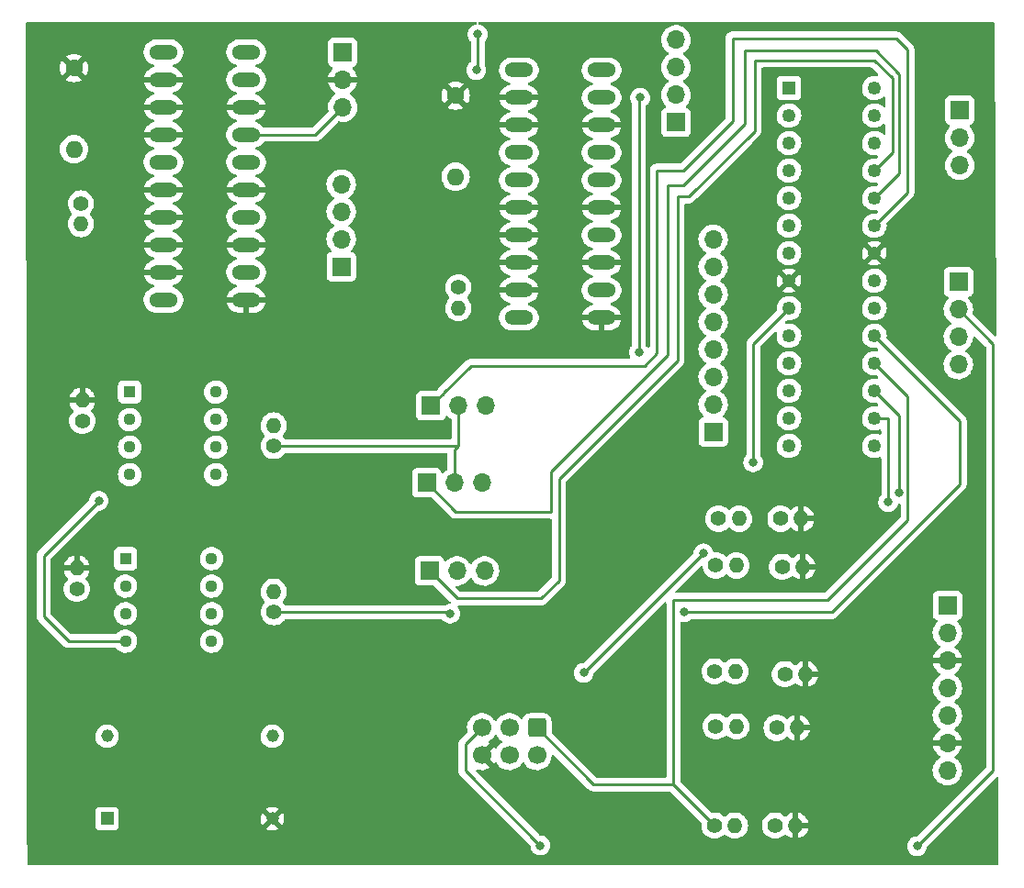
<source format=gbr>
%TF.GenerationSoftware,KiCad,Pcbnew,(6.0.1)*%
%TF.CreationDate,2022-03-29T22:20:04-05:00*%
%TF.ProjectId,microcontroller_board_ATMEGA_TH,6d696372-6f63-46f6-9e74-726f6c6c6572,rev?*%
%TF.SameCoordinates,Original*%
%TF.FileFunction,Copper,L2,Bot*%
%TF.FilePolarity,Positive*%
%FSLAX46Y46*%
G04 Gerber Fmt 4.6, Leading zero omitted, Abs format (unit mm)*
G04 Created by KiCad (PCBNEW (6.0.1)) date 2022-03-29 22:20:04*
%MOMM*%
%LPD*%
G01*
G04 APERTURE LIST*
G04 Aperture macros list*
%AMRoundRect*
0 Rectangle with rounded corners*
0 $1 Rounding radius*
0 $2 $3 $4 $5 $6 $7 $8 $9 X,Y pos of 4 corners*
0 Add a 4 corners polygon primitive as box body*
4,1,4,$2,$3,$4,$5,$6,$7,$8,$9,$2,$3,0*
0 Add four circle primitives for the rounded corners*
1,1,$1+$1,$2,$3*
1,1,$1+$1,$4,$5*
1,1,$1+$1,$6,$7*
1,1,$1+$1,$8,$9*
0 Add four rect primitives between the rounded corners*
20,1,$1+$1,$2,$3,$4,$5,0*
20,1,$1+$1,$4,$5,$6,$7,0*
20,1,$1+$1,$6,$7,$8,$9,0*
20,1,$1+$1,$8,$9,$2,$3,0*%
G04 Aperture macros list end*
%TA.AperFunction,ComponentPad*%
%ADD10R,1.700000X1.700000*%
%TD*%
%TA.AperFunction,ComponentPad*%
%ADD11O,1.700000X1.700000*%
%TD*%
%TA.AperFunction,ComponentPad*%
%ADD12RoundRect,0.250000X-0.600000X0.600000X-0.600000X-0.600000X0.600000X-0.600000X0.600000X0.600000X0*%
%TD*%
%TA.AperFunction,ComponentPad*%
%ADD13C,1.700000*%
%TD*%
%TA.AperFunction,ComponentPad*%
%ADD14C,1.400000*%
%TD*%
%TA.AperFunction,ComponentPad*%
%ADD15O,1.400000X1.400000*%
%TD*%
%TA.AperFunction,ComponentPad*%
%ADD16O,2.641600X1.320800*%
%TD*%
%TA.AperFunction,ComponentPad*%
%ADD17R,1.130000X1.130000*%
%TD*%
%TA.AperFunction,ComponentPad*%
%ADD18C,1.130000*%
%TD*%
%TA.AperFunction,ComponentPad*%
%ADD19R,1.158000X1.158000*%
%TD*%
%TA.AperFunction,ComponentPad*%
%ADD20C,1.158000*%
%TD*%
%TA.AperFunction,ComponentPad*%
%ADD21C,1.600000*%
%TD*%
%TA.AperFunction,ComponentPad*%
%ADD22O,1.600000X1.600000*%
%TD*%
%TA.AperFunction,ComponentPad*%
%ADD23R,1.250000X1.250000*%
%TD*%
%TA.AperFunction,ComponentPad*%
%ADD24C,1.250000*%
%TD*%
%TA.AperFunction,ViaPad*%
%ADD25C,0.800000*%
%TD*%
%TA.AperFunction,Conductor*%
%ADD26C,0.250000*%
%TD*%
%TA.AperFunction,Conductor*%
%ADD27C,0.254000*%
%TD*%
G04 APERTURE END LIST*
D10*
%TO.P,J7,1,Pin_1*%
%TO.N,Net-(IC2-Pad12)*%
X128524000Y-44958000D03*
D11*
%TO.P,J7,2,Pin_2*%
%TO.N,Net-(IC2-Pad14)*%
X128524000Y-42418000D03*
%TO.P,J7,3,Pin_3*%
%TO.N,Net-(IC2-Pad16)*%
X128524000Y-39878000D03*
%TO.P,J7,4,Pin_4*%
%TO.N,Net-(IC2-Pad1)*%
X128524000Y-37338000D03*
%TD*%
D12*
%TO.P,J11,1,MISO*%
%TO.N,Net-(R19-Pad1)*%
X115697000Y-100838000D03*
D13*
%TO.P,J11,2,VCC*%
%TO.N,+5V*%
X115697000Y-103378000D03*
%TO.P,J11,3,SCK*%
%TO.N,Net-(R15-Pad1)*%
X113157000Y-100838000D03*
%TO.P,J11,4,MOSI*%
%TO.N,Net-(R9-Pad1)*%
X113157000Y-103378000D03*
%TO.P,J11,5,~{RST}*%
%TO.N,Net-(J6-Pad2)*%
X110617000Y-100838000D03*
%TO.P,J11,6,GND*%
%TO.N,GND*%
X110617000Y-103378000D03*
%TD*%
D14*
%TO.P,R13,1*%
%TO.N,+5V*%
X132085004Y-95631000D03*
D15*
%TO.P,R13,2*%
%TO.N,Net-(J8-Pad4)*%
X133985004Y-95631000D03*
%TD*%
D14*
%TO.P,R4,1*%
%TO.N,Net-(R4-Pad1)*%
X73279000Y-88011000D03*
D15*
%TO.P,R4,2*%
%TO.N,GND*%
X73279000Y-86111000D03*
%TD*%
D11*
%TO.P,J5,3,Pin_3*%
%TO.N,+5V*%
X97790000Y-43561000D03*
%TO.P,J5,2,Pin_2*%
%TO.N,GND*%
X97790000Y-41021000D03*
D10*
%TO.P,J5,1,Pin_1*%
%TO.N,-5V*%
X97790000Y-38481000D03*
%TD*%
D16*
%TO.P,IC2,1,REF*%
%TO.N,Net-(IC2-Pad1)*%
X114046000Y-40132000D03*
%TO.P,IC2,2*%
%TO.N,GND*%
X114046000Y-42672000D03*
%TO.P,IC2,3,A0*%
X114046000Y-45212000D03*
%TO.P,IC2,4,A1*%
%TO.N,+5V*%
X114046000Y-47752000D03*
%TO.P,IC2,5,COSC*%
%TO.N,Net-(C2-Pad2)*%
X114046000Y-50292000D03*
%TO.P,IC2,6*%
%TO.N,GND*%
X114046000Y-52832000D03*
%TO.P,IC2,7,DADJ*%
X114046000Y-55372000D03*
%TO.P,IC2,8,FADJ*%
X114046000Y-57912000D03*
%TO.P,IC2,9*%
X114046000Y-60452000D03*
%TO.P,IC2,10,IIN*%
%TO.N,Net-(IC2-Pad10)*%
X114046000Y-62992000D03*
%TO.P,IC2,11*%
%TO.N,GND*%
X121666000Y-62992000D03*
%TO.P,IC2,12,PDO*%
%TO.N,Net-(IC2-Pad12)*%
X121666000Y-60452000D03*
%TO.P,IC2,13,PDI*%
%TO.N,GND*%
X121666000Y-57912000D03*
%TO.P,IC2,14,SYNC*%
%TO.N,Net-(IC2-Pad14)*%
X121666000Y-55372000D03*
%TO.P,IC2,15,DGND*%
%TO.N,GND*%
X121666000Y-52832000D03*
%TO.P,IC2,16,DV+*%
%TO.N,Net-(IC2-Pad16)*%
X121666000Y-50292000D03*
%TO.P,IC2,17,V+*%
%TO.N,+5V*%
X121666000Y-47752000D03*
%TO.P,IC2,18*%
%TO.N,GND*%
X121666000Y-45212000D03*
%TO.P,IC2,19,OUT*%
%TO.N,Net-(IC2-Pad19)*%
X121666000Y-42672000D03*
%TO.P,IC2,20,V-*%
%TO.N,-5V*%
X121666000Y-40132000D03*
%TD*%
D10*
%TO.P,J6,1,Pin_1*%
%TO.N,Net-(J6-Pad1)*%
X154559000Y-59690000D03*
D11*
%TO.P,J6,2,Pin_2*%
%TO.N,Net-(J6-Pad2)*%
X154559000Y-62230000D03*
%TO.P,J6,3,Pin_3*%
%TO.N,Net-(J6-Pad3)*%
X154559000Y-64770000D03*
%TO.P,J6,4,Pin_4*%
%TO.N,Net-(J6-Pad4)*%
X154559000Y-67310000D03*
%TD*%
D10*
%TO.P,J1,1,Pin_1*%
%TO.N,Net-(J1-Pad1)*%
X105933011Y-71120000D03*
D11*
%TO.P,J1,2,Pin_2*%
%TO.N,Net-(J1-Pad2)*%
X108473011Y-71120000D03*
%TO.P,J1,3,Pin_3*%
%TO.N,Net-(J1-Pad3)*%
X111013011Y-71120000D03*
%TD*%
D17*
%TO.P,U2,1,OFFSET_N1*%
%TO.N,unconnected-(U2-Pad1)*%
X77776496Y-85217000D03*
D18*
%TO.P,U2,2,IN-*%
%TO.N,Net-(R4-Pad1)*%
X77776496Y-87757000D03*
%TO.P,U2,3,IN+*%
%TO.N,Net-(IC2-Pad19)*%
X77776496Y-90297000D03*
%TO.P,U2,4,VCC-*%
%TO.N,-5V*%
X77776496Y-92837000D03*
%TO.P,U2,5,OFFSET_N2*%
%TO.N,unconnected-(U2-Pad5)*%
X85716496Y-92837000D03*
%TO.P,U2,6,OUT*%
%TO.N,Net-(J1-Pad3)*%
X85716496Y-90297000D03*
%TO.P,U2,7,VCC+*%
%TO.N,+5V*%
X85716496Y-87757000D03*
%TO.P,U2,8*%
%TO.N,N/C*%
X85716496Y-85217000D03*
%TD*%
D10*
%TO.P,J9,1,Pin_1*%
%TO.N,Net-(J9-Pad1)*%
X154686000Y-43830011D03*
D11*
%TO.P,J9,2,Pin_2*%
%TO.N,Net-(J9-Pad2)*%
X154686000Y-46370011D03*
%TO.P,J9,3,Pin_3*%
%TO.N,Net-(J9-Pad3)*%
X154686000Y-48910011D03*
%TD*%
D10*
%TO.P,J8,1,Pin_1*%
%TO.N,Net-(J8-Pad1)*%
X153543000Y-89535000D03*
D11*
%TO.P,J8,2,Pin_2*%
%TO.N,Net-(J8-Pad2)*%
X153543000Y-92075000D03*
%TO.P,J8,3,Pin_3*%
%TO.N,GND*%
X153543000Y-94615000D03*
%TO.P,J8,4,Pin_4*%
%TO.N,Net-(J8-Pad4)*%
X153543000Y-97155000D03*
%TO.P,J8,5,Pin_5*%
%TO.N,Net-(J8-Pad5)*%
X153543000Y-99695000D03*
%TO.P,J8,6,Pin_6*%
%TO.N,GND*%
X153543000Y-102235000D03*
%TO.P,J8,7,Pin_7*%
%TO.N,Net-(J8-Pad7)*%
X153543000Y-104775000D03*
%TD*%
D14*
%TO.P,R20,1*%
%TO.N,Net-(J8-Pad7)*%
X137651998Y-109855000D03*
D15*
%TO.P,R20,2*%
%TO.N,GND*%
X139551998Y-109855000D03*
%TD*%
D14*
%TO.P,R8,1*%
%TO.N,Net-(J8-Pad1)*%
X138159998Y-81534000D03*
D15*
%TO.P,R8,2*%
%TO.N,GND*%
X140059998Y-81534000D03*
%TD*%
D14*
%TO.P,R16,1*%
%TO.N,Net-(J8-Pad5)*%
X137800004Y-100838000D03*
D15*
%TO.P,R16,2*%
%TO.N,GND*%
X139700004Y-100838000D03*
%TD*%
D19*
%TO.P,Y1,1*%
%TO.N,N/C*%
X76073000Y-109220000D03*
D20*
%TO.P,Y1,7,CASE_GND*%
%TO.N,GND*%
X91313000Y-109220000D03*
%TO.P,Y1,8,OUTPUT*%
%TO.N,Net-(U3-Pad9)*%
X91313000Y-101600000D03*
%TO.P,Y1,14,+VDC*%
%TO.N,+5V*%
X76073000Y-101600000D03*
%TD*%
D21*
%TO.P,C2,1*%
%TO.N,GND*%
X108204000Y-42478000D03*
D22*
%TO.P,C2,2*%
%TO.N,Net-(C2-Pad2)*%
X108204000Y-49978000D03*
%TD*%
D14*
%TO.P,R10,1*%
%TO.N,Net-(J8-Pad2)*%
X138303000Y-85979000D03*
D15*
%TO.P,R10,2*%
%TO.N,GND*%
X140203000Y-85979000D03*
%TD*%
D10*
%TO.P,J4,1,Pin_1*%
%TO.N,Net-(IC1-Pad12)*%
X97663000Y-58282992D03*
D11*
%TO.P,J4,2,Pin_2*%
%TO.N,Net-(IC1-Pad14)*%
X97663000Y-55742992D03*
%TO.P,J4,3,Pin_3*%
%TO.N,Net-(IC1-Pad16)*%
X97663000Y-53202992D03*
%TO.P,J4,4,Pin_4*%
%TO.N,Net-(IC1-Pad1)*%
X97663000Y-50662992D03*
%TD*%
D14*
%TO.P,R3,1*%
%TO.N,Net-(J1-Pad2)*%
X91440000Y-74819000D03*
D15*
%TO.P,R3,2*%
%TO.N,Net-(R2-Pad1)*%
X91440000Y-72919000D03*
%TD*%
%TO.P,R7,2*%
%TO.N,Net-(J8-Pad1)*%
X134344998Y-81534000D03*
D14*
%TO.P,R7,1*%
%TO.N,Net-(R7-Pad1)*%
X132444998Y-81534000D03*
%TD*%
D17*
%TO.P,U1,1,OFFSET_N1*%
%TO.N,unconnected-(U1-Pad1)*%
X78157496Y-69850000D03*
D18*
%TO.P,U1,2,IN-*%
%TO.N,Net-(R2-Pad1)*%
X78157496Y-72390000D03*
%TO.P,U1,3,IN+*%
%TO.N,Net-(IC1-Pad19)*%
X78157496Y-74930000D03*
%TO.P,U1,4,VCC-*%
%TO.N,-5V*%
X78157496Y-77470000D03*
%TO.P,U1,5,OFFSET_N2*%
%TO.N,unconnected-(U1-Pad5)*%
X86097496Y-77470000D03*
%TO.P,U1,6,OUT*%
%TO.N,Net-(J1-Pad2)*%
X86097496Y-74930000D03*
%TO.P,U1,7,VCC+*%
%TO.N,+5V*%
X86097496Y-72390000D03*
%TO.P,U1,8*%
%TO.N,N/C*%
X86097496Y-69850000D03*
%TD*%
D14*
%TO.P,R2,1*%
%TO.N,Net-(R2-Pad1)*%
X73787000Y-72517000D03*
D15*
%TO.P,R2,2*%
%TO.N,GND*%
X73787000Y-70617000D03*
%TD*%
D11*
%TO.P,J2,3,Pin_3*%
%TO.N,Net-(J1-Pad3)*%
X110632011Y-78232000D03*
%TO.P,J2,2,Pin_2*%
%TO.N,Net-(J1-Pad2)*%
X108092011Y-78232000D03*
D10*
%TO.P,J2,1,Pin_1*%
%TO.N,Net-(J2-Pad1)*%
X105552011Y-78232000D03*
%TD*%
D14*
%TO.P,R5,1*%
%TO.N,Net-(J1-Pad3)*%
X91440000Y-90165000D03*
D15*
%TO.P,R5,2*%
%TO.N,Net-(R4-Pad1)*%
X91440000Y-88265000D03*
%TD*%
D10*
%TO.P,J3,1,Pin_1*%
%TO.N,Net-(J3-Pad1)*%
X105791000Y-86360000D03*
D11*
%TO.P,J3,2,Pin_2*%
%TO.N,Net-(J1-Pad2)*%
X108331000Y-86360000D03*
%TO.P,J3,3,Pin_3*%
%TO.N,Net-(J1-Pad3)*%
X110871000Y-86360000D03*
%TD*%
D14*
%TO.P,R15,1*%
%TO.N,Net-(R15-Pad1)*%
X132190998Y-100711000D03*
D15*
%TO.P,R15,2*%
%TO.N,Net-(J8-Pad5)*%
X134090998Y-100711000D03*
%TD*%
D23*
%TO.P,U3,1,PC6(PCINT14/~{RESET})*%
%TO.N,Net-(J6-Pad2)*%
X138938000Y-41783000D03*
D24*
%TO.P,U3,2,PD0(PCINT16/RXD)*%
%TO.N,Net-(J10-Pad8)*%
X138938000Y-44323000D03*
%TO.P,U3,3,PD1(PCINT17/TXD)*%
%TO.N,Net-(J10-Pad7)*%
X138938000Y-46863000D03*
%TO.P,U3,4,PD2(PCINT18/INT0)*%
%TO.N,Net-(J10-Pad6)*%
X138938000Y-49403000D03*
%TO.P,U3,5,PD3(PCINT19/OC2B/INT1)*%
%TO.N,Net-(J10-Pad5)*%
X138938000Y-51943000D03*
%TO.P,U3,6,PD4(PCINT20/XCK/T0)*%
%TO.N,Net-(J10-Pad4)*%
X138938000Y-54483000D03*
%TO.P,U3,7,VCC*%
%TO.N,+5V*%
X138938000Y-57023000D03*
%TO.P,U3,8,GND*%
%TO.N,GND*%
X138938000Y-59563000D03*
%TO.P,U3,9,PB6(PCINT6/XTAL1/TOSC1)*%
%TO.N,Net-(U3-Pad9)*%
X138938000Y-62103000D03*
%TO.P,U3,10,PB7(PCINT7/XTAL2/TOSC2)*%
%TO.N,unconnected-(U3-Pad10)*%
X138938000Y-64643000D03*
%TO.P,U3,11,PD5(PCINT21/OC0B/T1)*%
%TO.N,Net-(J10-Pad3)*%
X138938000Y-67183000D03*
%TO.P,U3,12,PD6(PCINT22/OC0A/AIN0)*%
%TO.N,Net-(J10-Pad2)*%
X138938000Y-69723000D03*
%TO.P,U3,13,PD7(PCINT23/AIN1)*%
%TO.N,Net-(J10-Pad1)*%
X138938000Y-72263000D03*
%TO.P,U3,14,PB0(PCINT0/CLKO/ICP1)*%
%TO.N,Net-(J6-Pad3)*%
X138938000Y-74803000D03*
%TO.P,U3,15,PB1(OC1A/PCINT1)*%
%TO.N,Net-(J6-Pad4)*%
X146812000Y-74803000D03*
%TO.P,U3,16,PB2(~{SS}/OC1B/PCINT2)*%
%TO.N,Net-(R7-Pad1)*%
X146812000Y-72263000D03*
%TO.P,U3,17,PB3(MOSI/OC2A/PCINT3)*%
%TO.N,Net-(R9-Pad1)*%
X146812000Y-69723000D03*
%TO.P,U3,18,PB4(MISO/PCINT4)*%
%TO.N,Net-(R19-Pad1)*%
X146812000Y-67183000D03*
%TO.P,U3,19,PB5(SCK/PCINT5)*%
%TO.N,Net-(R15-Pad1)*%
X146812000Y-64643000D03*
%TO.P,U3,20,AVCC*%
%TO.N,+5V*%
X146812000Y-62103000D03*
%TO.P,U3,21,AREF*%
%TO.N,Net-(J6-Pad1)*%
X146812000Y-59563000D03*
%TO.P,U3,22,GND*%
%TO.N,GND*%
X146812000Y-57023000D03*
%TO.P,U3,23,PC0(ADC0/PCINT8)*%
%TO.N,Net-(J1-Pad1)*%
X146812000Y-54483000D03*
%TO.P,U3,24,PC1(ADC1/PCINT9)*%
%TO.N,Net-(J2-Pad1)*%
X146812000Y-51943000D03*
%TO.P,U3,25,PC2(ADC2/PCINT10)*%
%TO.N,Net-(J3-Pad1)*%
X146812000Y-49403000D03*
%TO.P,U3,26,PC3(ADC3/PCINT11)*%
%TO.N,Net-(J9-Pad3)*%
X146812000Y-46863000D03*
%TO.P,U3,27,PC4(ADC4/SDA/PCINT12)*%
%TO.N,Net-(J9-Pad2)*%
X146812000Y-44323000D03*
%TO.P,U3,28,PC5(ADC5/SCL/PCINT13)*%
%TO.N,Net-(J9-Pad1)*%
X146812000Y-41783000D03*
%TD*%
D14*
%TO.P,R6,1*%
%TO.N,+5V*%
X108458000Y-60182000D03*
D15*
%TO.P,R6,2*%
%TO.N,Net-(IC2-Pad10)*%
X108458000Y-62082000D03*
%TD*%
D14*
%TO.P,R14,1*%
%TO.N,Net-(J8-Pad4)*%
X138557000Y-95885000D03*
D15*
%TO.P,R14,2*%
%TO.N,GND*%
X140457000Y-95885000D03*
%TD*%
D21*
%TO.P,C1,1*%
%TO.N,GND*%
X73025000Y-39938000D03*
D22*
%TO.P,C1,2*%
%TO.N,Net-(C1-Pad2)*%
X73025000Y-47438000D03*
%TD*%
D10*
%TO.P,J10,1,Pin_1*%
%TO.N,Net-(J10-Pad1)*%
X131953000Y-73533000D03*
D11*
%TO.P,J10,2,Pin_2*%
%TO.N,Net-(J10-Pad2)*%
X131953000Y-70993000D03*
%TO.P,J10,3,Pin_3*%
%TO.N,Net-(J10-Pad3)*%
X131953000Y-68453000D03*
%TO.P,J10,4,Pin_4*%
%TO.N,Net-(J10-Pad4)*%
X131953000Y-65913000D03*
%TO.P,J10,5,Pin_5*%
%TO.N,Net-(J10-Pad5)*%
X131953000Y-63373000D03*
%TO.P,J10,6,Pin_6*%
%TO.N,Net-(J10-Pad6)*%
X131953000Y-60833000D03*
%TO.P,J10,7,Pin_7*%
%TO.N,Net-(J10-Pad7)*%
X131953000Y-58293000D03*
%TO.P,J10,8,Pin_8*%
%TO.N,Net-(J10-Pad8)*%
X131953000Y-55753000D03*
%TD*%
D14*
%TO.P,R9,1*%
%TO.N,Net-(R9-Pad1)*%
X132190998Y-85852000D03*
D15*
%TO.P,R9,2*%
%TO.N,Net-(J8-Pad2)*%
X134090998Y-85852000D03*
%TD*%
D16*
%TO.P,IC1,1,REF*%
%TO.N,Net-(IC1-Pad1)*%
X81280000Y-38481000D03*
%TO.P,IC1,2*%
%TO.N,GND*%
X81280000Y-41021000D03*
%TO.P,IC1,3,A0*%
X81280000Y-43561000D03*
%TO.P,IC1,4,A1*%
X81280000Y-46101000D03*
%TO.P,IC1,5,COSC*%
%TO.N,Net-(C1-Pad2)*%
X81280000Y-48641000D03*
%TO.P,IC1,6*%
%TO.N,GND*%
X81280000Y-51181000D03*
%TO.P,IC1,7,DADJ*%
X81280000Y-53721000D03*
%TO.P,IC1,8,FADJ*%
X81280000Y-56261000D03*
%TO.P,IC1,9*%
X81280000Y-58801000D03*
%TO.P,IC1,10,IIN*%
%TO.N,Net-(IC1-Pad10)*%
X81280000Y-61341000D03*
%TO.P,IC1,11*%
%TO.N,GND*%
X88900000Y-61341000D03*
%TO.P,IC1,12,PDO*%
%TO.N,Net-(IC1-Pad12)*%
X88900000Y-58801000D03*
%TO.P,IC1,13,PDI*%
%TO.N,GND*%
X88900000Y-56261000D03*
%TO.P,IC1,14,SYNC*%
%TO.N,Net-(IC1-Pad14)*%
X88900000Y-53721000D03*
%TO.P,IC1,15,DGND*%
%TO.N,GND*%
X88900000Y-51181000D03*
%TO.P,IC1,16,DV+*%
%TO.N,Net-(IC1-Pad16)*%
X88900000Y-48641000D03*
%TO.P,IC1,17,V+*%
%TO.N,+5V*%
X88900000Y-46101000D03*
%TO.P,IC1,18*%
%TO.N,GND*%
X88900000Y-43561000D03*
%TO.P,IC1,19,OUT*%
%TO.N,Net-(IC1-Pad19)*%
X88900000Y-41021000D03*
%TO.P,IC1,20,V-*%
%TO.N,-5V*%
X88900000Y-38481000D03*
%TD*%
D14*
%TO.P,R19,1*%
%TO.N,Net-(R19-Pad1)*%
X132063998Y-109855000D03*
D15*
%TO.P,R19,2*%
%TO.N,Net-(J8-Pad7)*%
X133963998Y-109855000D03*
%TD*%
D14*
%TO.P,R1,1*%
%TO.N,+5V*%
X73660000Y-52435000D03*
D15*
%TO.P,R1,2*%
%TO.N,Net-(IC1-Pad10)*%
X73660000Y-54335000D03*
%TD*%
D25*
%TO.N,-5V*%
X75311000Y-79883000D03*
%TO.N,Net-(IC2-Pad1)*%
X110109000Y-40132000D03*
X110236000Y-36830000D03*
%TO.N,Net-(IC2-Pad19)*%
X125222000Y-42672000D03*
X125095000Y-66167000D03*
%TO.N,Net-(J1-Pad3)*%
X107696000Y-90297000D03*
%TO.N,Net-(J6-Pad2)*%
X150749000Y-111760000D03*
X116014500Y-111696500D03*
%TO.N,Net-(R7-Pad1)*%
X148082000Y-80010000D03*
%TO.N,Net-(R9-Pad1)*%
X131048000Y-84725000D03*
X149098000Y-79121000D03*
X120015000Y-95758000D03*
%TO.N,Net-(R15-Pad1)*%
X129286000Y-90170000D03*
%TO.N,Net-(U3-Pad9)*%
X135636000Y-76327000D03*
%TD*%
D26*
%TO.N,+5V*%
X95250000Y-46101000D02*
X88900000Y-46101000D01*
X97790000Y-43561000D02*
X95250000Y-46101000D01*
D27*
%TO.N,-5V*%
X77776500Y-92837000D02*
X72517000Y-92837000D01*
X70231000Y-84963000D02*
X75311000Y-79883000D01*
X72517000Y-92837000D02*
X70231000Y-90551000D01*
X70231000Y-90551000D02*
X70231000Y-84963000D01*
%TO.N,Net-(IC2-Pad1)*%
X110236000Y-36830000D02*
X110236000Y-40005000D01*
X110236000Y-40005000D02*
X110109000Y-40132000D01*
%TO.N,Net-(IC2-Pad19)*%
X125095000Y-42799000D02*
X125095000Y-66167000D01*
X125222000Y-42672000D02*
X125095000Y-42799000D01*
%TO.N,Net-(J1-Pad1)*%
X149860000Y-38227000D02*
X149860000Y-51435000D01*
X149860000Y-51435000D02*
X146812000Y-54483000D01*
X109601000Y-67437000D02*
X125603000Y-67437000D01*
X148844000Y-37211000D02*
X149860000Y-38227000D01*
X126746000Y-49403000D02*
X129159000Y-49403000D01*
X126746000Y-66294000D02*
X126746000Y-49403000D01*
X133731000Y-44831000D02*
X133731000Y-37211000D01*
X133731000Y-37211000D02*
X148844000Y-37211000D01*
X105933000Y-71120000D02*
X107109511Y-69943489D01*
X107109511Y-69943489D02*
X107109511Y-69928489D01*
X107109511Y-69928489D02*
X109601000Y-67437000D01*
X129159000Y-49403000D02*
X133731000Y-44831000D01*
X125603000Y-67437000D02*
X126746000Y-66294000D01*
%TO.N,Net-(J1-Pad2)*%
X108473000Y-74803000D02*
X108092000Y-75184000D01*
X108092000Y-75184000D02*
X108092000Y-78232000D01*
X108473000Y-74803000D02*
X108473000Y-71120000D01*
X91440000Y-74819000D02*
X108458000Y-74819000D01*
X108092000Y-86121000D02*
X108331000Y-86360000D01*
%TO.N,Net-(J1-Pad3)*%
X91440000Y-90165000D02*
X107564000Y-90165000D01*
X91308000Y-90297000D02*
X91440000Y-90165000D01*
X107564000Y-90165000D02*
X107696000Y-90297000D01*
X110632000Y-86121000D02*
X110871000Y-86360000D01*
%TO.N,Net-(J2-Pad1)*%
X116967000Y-80899000D02*
X116967000Y-77216000D01*
X105552000Y-78232000D02*
X108219000Y-80899000D01*
X134874000Y-45085000D02*
X134874000Y-38354000D01*
X149098000Y-49657000D02*
X146812000Y-51943000D01*
X134874000Y-38354000D02*
X146939000Y-38354000D01*
X127762000Y-50800000D02*
X129159000Y-50800000D01*
X146939000Y-38354000D02*
X149098000Y-40513000D01*
X129159000Y-50800000D02*
X134874000Y-45085000D01*
X108219000Y-80899000D02*
X116967000Y-80899000D01*
X127762000Y-66421000D02*
X127762000Y-50800000D01*
X116967000Y-77216000D02*
X127762000Y-66421000D01*
X149098000Y-40513000D02*
X149098000Y-49657000D01*
%TO.N,Net-(J3-Pad1)*%
X148463000Y-40894000D02*
X148463000Y-47752000D01*
X116078000Y-88900000D02*
X117729000Y-87249000D01*
X128651000Y-66929000D02*
X128651000Y-51816000D01*
X148463000Y-47752000D02*
X146812000Y-49403000D01*
X105791000Y-86360000D02*
X108331000Y-88900000D01*
X117729000Y-87249000D02*
X117729000Y-77851000D01*
X108331000Y-88900000D02*
X116078000Y-88900000D01*
X146812000Y-39243000D02*
X148463000Y-40894000D01*
X128651000Y-51816000D02*
X129673374Y-51816000D01*
X129673374Y-51816000D02*
X135763000Y-45726374D01*
X135763000Y-45726374D02*
X135763000Y-39243000D01*
X135763000Y-39243000D02*
X146812000Y-39243000D01*
X117729000Y-77851000D02*
X128651000Y-66929000D01*
D26*
%TO.N,Net-(J6-Pad2)*%
X150749000Y-111760000D02*
X157734000Y-104775000D01*
X157734000Y-65405000D02*
X154559000Y-62230000D01*
X109093000Y-102362000D02*
X109093000Y-104775000D01*
X109093000Y-104775000D02*
X116014500Y-111696500D01*
X116014500Y-111696500D02*
X116078000Y-111760000D01*
X157734000Y-104775000D02*
X157734000Y-65405000D01*
X110617000Y-100838000D02*
X109093000Y-102362000D01*
D27*
%TO.N,Net-(R7-Pad1)*%
X148082000Y-80010000D02*
X148082000Y-72263000D01*
X148082000Y-72263000D02*
X146812000Y-72263000D01*
D26*
%TO.N,Net-(R9-Pad1)*%
X120015000Y-95758000D02*
X131048000Y-84725000D01*
D27*
X149098000Y-72009000D02*
X146812000Y-69723000D01*
X149098000Y-79121000D02*
X149098000Y-72009000D01*
%TO.N,Net-(R15-Pad1)*%
X142875000Y-90170000D02*
X154686000Y-78359000D01*
X129286000Y-90170000D02*
X142875000Y-90170000D01*
X154686000Y-72517000D02*
X146812000Y-64643000D01*
X154686000Y-78359000D02*
X154686000Y-72517000D01*
D26*
%TO.N,Net-(R19-Pad1)*%
X115697000Y-100838000D02*
X120920000Y-106061000D01*
D27*
X149860000Y-70231000D02*
X149860000Y-81661000D01*
D26*
X120920000Y-106061000D02*
X128270000Y-106061000D01*
D27*
X146812000Y-67183000D02*
X149860000Y-70231000D01*
X142494000Y-89027000D02*
X128270000Y-89027000D01*
X128270000Y-89027000D02*
X128270000Y-106061000D01*
X149860000Y-81661000D02*
X142494000Y-89027000D01*
X128270000Y-106061000D02*
X132064000Y-109855000D01*
%TO.N,Net-(U3-Pad9)*%
X135636000Y-76327000D02*
X135636000Y-65405000D01*
X135636000Y-65405000D02*
X138938000Y-62103000D01*
%TD*%
%TA.AperFunction,Conductor*%
%TO.N,GND*%
G36*
X110113058Y-35707002D02*
G01*
X110159551Y-35760658D01*
X110169655Y-35830932D01*
X110140161Y-35895512D01*
X110080435Y-35933896D01*
X110071133Y-35936247D01*
X109953712Y-35961206D01*
X109947682Y-35963891D01*
X109947681Y-35963891D01*
X109785278Y-36036197D01*
X109785276Y-36036198D01*
X109779248Y-36038882D01*
X109624747Y-36151134D01*
X109620326Y-36156044D01*
X109620325Y-36156045D01*
X109575526Y-36205800D01*
X109496960Y-36293056D01*
X109401473Y-36458444D01*
X109342458Y-36640072D01*
X109341768Y-36646633D01*
X109341768Y-36646635D01*
X109326966Y-36787474D01*
X109322496Y-36830000D01*
X109323186Y-36836565D01*
X109340947Y-37005548D01*
X109342458Y-37019928D01*
X109401473Y-37201556D01*
X109496960Y-37366944D01*
X109501378Y-37371851D01*
X109501379Y-37371852D01*
X109568136Y-37445993D01*
X109598854Y-37510000D01*
X109600500Y-37530303D01*
X109600500Y-39314279D01*
X109580498Y-39382400D01*
X109548564Y-39416213D01*
X109497747Y-39453134D01*
X109493326Y-39458044D01*
X109493325Y-39458045D01*
X109379113Y-39584891D01*
X109369960Y-39595056D01*
X109274473Y-39760444D01*
X109215458Y-39942072D01*
X109214768Y-39948633D01*
X109214768Y-39948635D01*
X109201722Y-40072767D01*
X109195496Y-40132000D01*
X109196186Y-40138565D01*
X109214207Y-40310022D01*
X109215458Y-40321928D01*
X109274473Y-40503556D01*
X109369960Y-40668944D01*
X109374378Y-40673851D01*
X109374379Y-40673852D01*
X109454823Y-40763194D01*
X109497747Y-40810866D01*
X109564131Y-40859097D01*
X109641803Y-40915529D01*
X109652248Y-40923118D01*
X109658276Y-40925802D01*
X109658278Y-40925803D01*
X109818734Y-40997242D01*
X109826712Y-41000794D01*
X109920113Y-41020647D01*
X110007056Y-41039128D01*
X110007061Y-41039128D01*
X110013513Y-41040500D01*
X110204487Y-41040500D01*
X110210939Y-41039128D01*
X110210944Y-41039128D01*
X110297887Y-41020647D01*
X110391288Y-41000794D01*
X110399266Y-40997242D01*
X110559722Y-40925803D01*
X110559724Y-40925802D01*
X110565752Y-40923118D01*
X110576198Y-40915529D01*
X110653869Y-40859097D01*
X110720253Y-40810866D01*
X110763177Y-40763194D01*
X110843621Y-40673852D01*
X110843622Y-40673851D01*
X110848040Y-40668944D01*
X110943527Y-40503556D01*
X111002542Y-40321928D01*
X111003794Y-40310022D01*
X111012824Y-40224104D01*
X112215311Y-40224104D01*
X112216290Y-40229801D01*
X112216290Y-40229802D01*
X112232982Y-40326945D01*
X112251692Y-40435830D01*
X112326048Y-40637380D01*
X112435888Y-40822006D01*
X112439694Y-40826346D01*
X112439697Y-40826350D01*
X112524561Y-40923118D01*
X112577535Y-40983523D01*
X112582070Y-40987098D01*
X112582071Y-40987099D01*
X112596037Y-40998109D01*
X112746244Y-41116522D01*
X112751355Y-41119211D01*
X112751358Y-41119213D01*
X112808685Y-41149374D01*
X112936365Y-41216550D01*
X113141531Y-41280255D01*
X113143256Y-41280459D01*
X113204577Y-41313568D01*
X113238896Y-41375718D01*
X113234165Y-41446557D01*
X113191888Y-41503593D01*
X113150104Y-41524352D01*
X112970653Y-41574962D01*
X112959906Y-41579087D01*
X112777678Y-41668952D01*
X112767870Y-41674962D01*
X112605062Y-41796536D01*
X112596522Y-41804225D01*
X112458593Y-41953436D01*
X112451592Y-41962561D01*
X112343169Y-42134401D01*
X112337948Y-42144649D01*
X112262657Y-42333367D01*
X112259388Y-42344403D01*
X112248283Y-42400230D01*
X112249435Y-42413106D01*
X112264591Y-42418000D01*
X115830248Y-42418000D01*
X115843210Y-42414194D01*
X115845146Y-42399278D01*
X115840802Y-42373997D01*
X115837822Y-42362877D01*
X115767497Y-42172252D01*
X115762547Y-42161874D01*
X115658661Y-41987257D01*
X115651895Y-41977945D01*
X115517926Y-41825182D01*
X115509583Y-41817265D01*
X115350022Y-41691477D01*
X115340365Y-41685206D01*
X115160560Y-41590606D01*
X115149926Y-41586201D01*
X114955877Y-41525947D01*
X114949910Y-41524679D01*
X114887437Y-41490949D01*
X114853118Y-41428799D01*
X114857847Y-41357960D01*
X114900124Y-41300923D01*
X114941906Y-41280165D01*
X115127091Y-41227938D01*
X115132268Y-41225385D01*
X115132273Y-41225383D01*
X115314586Y-41135475D01*
X115319765Y-41132921D01*
X115491898Y-41004384D01*
X115511182Y-40983523D01*
X115633805Y-40850870D01*
X115633807Y-40850867D01*
X115637724Y-40846630D01*
X115752360Y-40664943D01*
X115831966Y-40465408D01*
X115834226Y-40454049D01*
X115872750Y-40260374D01*
X115872750Y-40260371D01*
X115873877Y-40254707D01*
X115874354Y-40218322D01*
X115875569Y-40125435D01*
X115876689Y-40039896D01*
X115872424Y-40015072D01*
X115841287Y-39833867D01*
X115841287Y-39833866D01*
X115840308Y-39828170D01*
X115765952Y-39626620D01*
X115656112Y-39441994D01*
X115652306Y-39437654D01*
X115652303Y-39437650D01*
X115518272Y-39284818D01*
X115514465Y-39280477D01*
X115345756Y-39147478D01*
X115340645Y-39144789D01*
X115340642Y-39144787D01*
X115161654Y-39050617D01*
X115155635Y-39047450D01*
X114950469Y-38983745D01*
X114926973Y-38980964D01*
X114779731Y-38963536D01*
X114779724Y-38963536D01*
X114776044Y-38963100D01*
X113331098Y-38963100D01*
X113171672Y-38977749D01*
X113166110Y-38979318D01*
X113166108Y-38979318D01*
X113123475Y-38991342D01*
X112964909Y-39036062D01*
X112959732Y-39038615D01*
X112959727Y-39038617D01*
X112784085Y-39125235D01*
X112772235Y-39131079D01*
X112600102Y-39259616D01*
X112596188Y-39263850D01*
X112596186Y-39263852D01*
X112486481Y-39382531D01*
X112454276Y-39417370D01*
X112339640Y-39599057D01*
X112260034Y-39798592D01*
X112258908Y-39804252D01*
X112258907Y-39804256D01*
X112227166Y-39963831D01*
X112218123Y-40009293D01*
X112218047Y-40015068D01*
X112218047Y-40015072D01*
X112217426Y-40062547D01*
X112215311Y-40224104D01*
X111012824Y-40224104D01*
X111021814Y-40138565D01*
X111022504Y-40132000D01*
X111016278Y-40072767D01*
X111003232Y-39948635D01*
X111003232Y-39948633D01*
X111002542Y-39942072D01*
X110943527Y-39760444D01*
X110888381Y-39664928D01*
X110871500Y-39601929D01*
X110871500Y-37530303D01*
X110891502Y-37462182D01*
X110903864Y-37445993D01*
X110970621Y-37371852D01*
X110970622Y-37371851D01*
X110975040Y-37366944D01*
X111070527Y-37201556D01*
X111129542Y-37019928D01*
X111131054Y-37005548D01*
X111148814Y-36836565D01*
X111149504Y-36830000D01*
X111145034Y-36787474D01*
X111130232Y-36646635D01*
X111130232Y-36646633D01*
X111129542Y-36640072D01*
X111070527Y-36458444D01*
X110975040Y-36293056D01*
X110896475Y-36205800D01*
X110851675Y-36156045D01*
X110851674Y-36156044D01*
X110847253Y-36151134D01*
X110692752Y-36038882D01*
X110686724Y-36036198D01*
X110686722Y-36036197D01*
X110524319Y-35963891D01*
X110524318Y-35963891D01*
X110518288Y-35961206D01*
X110400866Y-35936247D01*
X110338393Y-35902518D01*
X110304071Y-35840369D01*
X110308799Y-35769530D01*
X110351075Y-35712492D01*
X110417476Y-35687365D01*
X110427063Y-35687000D01*
X157736023Y-35687000D01*
X157804144Y-35707002D01*
X157850637Y-35760658D01*
X157862019Y-35811972D01*
X158096558Y-64566440D01*
X158077112Y-64634722D01*
X158023837Y-64681651D01*
X157953648Y-64692328D01*
X157888829Y-64663362D01*
X157881467Y-64656563D01*
X157005544Y-63780639D01*
X155910218Y-62685313D01*
X155876192Y-62623001D01*
X155878755Y-62559589D01*
X155889865Y-62523022D01*
X155891370Y-62518069D01*
X155920529Y-62296590D01*
X155921892Y-62240800D01*
X155922074Y-62233365D01*
X155922074Y-62233361D01*
X155922156Y-62230000D01*
X155903852Y-62007361D01*
X155849431Y-61790702D01*
X155760354Y-61585840D01*
X155639014Y-61398277D01*
X155635532Y-61394450D01*
X155491798Y-61236488D01*
X155460746Y-61172642D01*
X155469141Y-61102143D01*
X155514317Y-61047375D01*
X155540761Y-61033706D01*
X155647297Y-60993767D01*
X155655705Y-60990615D01*
X155772261Y-60903261D01*
X155859615Y-60786705D01*
X155910745Y-60650316D01*
X155916815Y-60594440D01*
X155917131Y-60591531D01*
X155917500Y-60588134D01*
X155917500Y-58791866D01*
X155910745Y-58729684D01*
X155859615Y-58593295D01*
X155772261Y-58476739D01*
X155655705Y-58389385D01*
X155519316Y-58338255D01*
X155457134Y-58331500D01*
X153660866Y-58331500D01*
X153598684Y-58338255D01*
X153462295Y-58389385D01*
X153345739Y-58476739D01*
X153258385Y-58593295D01*
X153207255Y-58729684D01*
X153200500Y-58791866D01*
X153200500Y-60588134D01*
X153200869Y-60591531D01*
X153201185Y-60594440D01*
X153207255Y-60650316D01*
X153258385Y-60786705D01*
X153345739Y-60903261D01*
X153462295Y-60990615D01*
X153470704Y-60993767D01*
X153470705Y-60993768D01*
X153579451Y-61034535D01*
X153636216Y-61077176D01*
X153660916Y-61143738D01*
X153645709Y-61213087D01*
X153626316Y-61239568D01*
X153600409Y-61266678D01*
X153530864Y-61339453D01*
X153499629Y-61372138D01*
X153496715Y-61376410D01*
X153496714Y-61376411D01*
X153451407Y-61442829D01*
X153373743Y-61556680D01*
X153353516Y-61600255D01*
X153284565Y-61748799D01*
X153279688Y-61759305D01*
X153219989Y-61974570D01*
X153196251Y-62196695D01*
X153196548Y-62201848D01*
X153196548Y-62201851D01*
X153204747Y-62344048D01*
X153209110Y-62419715D01*
X153210247Y-62424761D01*
X153210248Y-62424767D01*
X153228945Y-62507729D01*
X153258222Y-62637639D01*
X153342266Y-62844616D01*
X153372650Y-62894198D01*
X153442024Y-63007406D01*
X153458987Y-63035088D01*
X153605250Y-63203938D01*
X153708916Y-63290003D01*
X153758023Y-63330772D01*
X153777126Y-63346632D01*
X153816510Y-63369646D01*
X153850445Y-63389476D01*
X153899169Y-63441114D01*
X153912240Y-63510897D01*
X153885509Y-63576669D01*
X153845055Y-63610027D01*
X153832607Y-63616507D01*
X153828474Y-63619610D01*
X153828471Y-63619612D01*
X153668288Y-63739881D01*
X153653965Y-63750635D01*
X153620719Y-63785425D01*
X153530864Y-63879453D01*
X153499629Y-63912138D01*
X153496715Y-63916410D01*
X153496714Y-63916411D01*
X153451407Y-63982829D01*
X153373743Y-64096680D01*
X153350454Y-64146852D01*
X153301511Y-64252292D01*
X153279688Y-64299305D01*
X153219989Y-64514570D01*
X153196251Y-64736695D01*
X153196548Y-64741848D01*
X153196548Y-64741851D01*
X153205842Y-64903030D01*
X153209110Y-64959715D01*
X153210247Y-64964761D01*
X153210248Y-64964767D01*
X153229773Y-65051401D01*
X153258222Y-65177639D01*
X153342266Y-65384616D01*
X153369499Y-65429056D01*
X153434310Y-65534818D01*
X153458987Y-65575088D01*
X153605250Y-65743938D01*
X153777126Y-65886632D01*
X153816510Y-65909646D01*
X153850445Y-65929476D01*
X153899169Y-65981114D01*
X153912240Y-66050897D01*
X153885509Y-66116669D01*
X153845055Y-66150027D01*
X153832607Y-66156507D01*
X153828474Y-66159610D01*
X153828471Y-66159612D01*
X153668288Y-66279881D01*
X153653965Y-66290635D01*
X153620719Y-66325425D01*
X153530864Y-66419453D01*
X153499629Y-66452138D01*
X153373743Y-66636680D01*
X153358003Y-66670590D01*
X153290702Y-66815578D01*
X153279688Y-66839305D01*
X153219989Y-67054570D01*
X153196251Y-67276695D01*
X153196548Y-67281848D01*
X153196548Y-67281851D01*
X153202011Y-67376590D01*
X153209110Y-67499715D01*
X153210247Y-67504761D01*
X153210248Y-67504767D01*
X153222108Y-67557391D01*
X153258222Y-67717639D01*
X153342266Y-67924616D01*
X153458987Y-68115088D01*
X153605250Y-68283938D01*
X153777126Y-68426632D01*
X153970000Y-68539338D01*
X154178692Y-68619030D01*
X154183760Y-68620061D01*
X154183763Y-68620062D01*
X154269705Y-68637547D01*
X154397597Y-68663567D01*
X154402772Y-68663757D01*
X154402774Y-68663757D01*
X154615673Y-68671564D01*
X154615677Y-68671564D01*
X154620837Y-68671753D01*
X154625957Y-68671097D01*
X154625959Y-68671097D01*
X154837288Y-68644025D01*
X154837289Y-68644025D01*
X154842416Y-68643368D01*
X154847366Y-68641883D01*
X155051429Y-68580661D01*
X155051434Y-68580659D01*
X155056384Y-68579174D01*
X155256994Y-68480896D01*
X155438860Y-68351173D01*
X155478555Y-68311617D01*
X155587846Y-68202707D01*
X155597096Y-68193489D01*
X155656594Y-68110689D01*
X155724435Y-68016277D01*
X155727453Y-68012077D01*
X155737559Y-67991630D01*
X155824136Y-67816453D01*
X155824137Y-67816451D01*
X155826430Y-67811811D01*
X155884319Y-67621277D01*
X155889865Y-67603023D01*
X155889865Y-67603021D01*
X155891370Y-67598069D01*
X155920529Y-67376590D01*
X155921108Y-67352899D01*
X155922074Y-67313365D01*
X155922074Y-67313361D01*
X155922156Y-67310000D01*
X155903852Y-67087361D01*
X155849431Y-66870702D01*
X155760354Y-66665840D01*
X155639014Y-66478277D01*
X155488670Y-66313051D01*
X155484619Y-66309852D01*
X155484615Y-66309848D01*
X155317414Y-66177800D01*
X155317410Y-66177798D01*
X155313359Y-66174598D01*
X155272053Y-66151796D01*
X155222084Y-66101364D01*
X155207312Y-66031921D01*
X155232428Y-65965516D01*
X155259780Y-65938909D01*
X155303603Y-65907650D01*
X155438860Y-65811173D01*
X155478555Y-65771617D01*
X155587846Y-65662707D01*
X155597096Y-65653489D01*
X155609826Y-65635774D01*
X155724435Y-65476277D01*
X155727453Y-65472077D01*
X155737559Y-65451630D01*
X155824136Y-65276453D01*
X155824137Y-65276451D01*
X155826430Y-65271811D01*
X155885031Y-65078933D01*
X155889865Y-65063023D01*
X155889865Y-65063021D01*
X155891370Y-65058069D01*
X155920529Y-64836590D01*
X155921676Y-64789654D01*
X155943336Y-64722042D01*
X155998111Y-64676874D01*
X156068611Y-64668490D01*
X156136731Y-64703636D01*
X157063597Y-65630502D01*
X157097621Y-65692812D01*
X157100500Y-65719595D01*
X157100500Y-104460406D01*
X157080498Y-104528527D01*
X157063595Y-104549501D01*
X150798500Y-110814595D01*
X150736188Y-110848621D01*
X150709405Y-110851500D01*
X150653513Y-110851500D01*
X150647061Y-110852872D01*
X150647056Y-110852872D01*
X150560113Y-110871353D01*
X150466712Y-110891206D01*
X150460682Y-110893891D01*
X150460681Y-110893891D01*
X150298278Y-110966197D01*
X150298276Y-110966198D01*
X150292248Y-110968882D01*
X150137747Y-111081134D01*
X150133326Y-111086044D01*
X150133325Y-111086045D01*
X150067136Y-111159556D01*
X150009960Y-111223056D01*
X149914473Y-111388444D01*
X149855458Y-111570072D01*
X149835496Y-111760000D01*
X149855458Y-111949928D01*
X149914473Y-112131556D01*
X150009960Y-112296944D01*
X150014378Y-112301851D01*
X150014379Y-112301852D01*
X150080571Y-112375366D01*
X150137747Y-112438866D01*
X150292248Y-112551118D01*
X150298276Y-112553802D01*
X150298278Y-112553803D01*
X150460681Y-112626109D01*
X150466712Y-112628794D01*
X150560112Y-112648647D01*
X150647056Y-112667128D01*
X150647061Y-112667128D01*
X150653513Y-112668500D01*
X150844487Y-112668500D01*
X150850939Y-112667128D01*
X150850944Y-112667128D01*
X150937888Y-112648647D01*
X151031288Y-112628794D01*
X151037319Y-112626109D01*
X151199722Y-112553803D01*
X151199724Y-112553802D01*
X151205752Y-112551118D01*
X151360253Y-112438866D01*
X151417429Y-112375366D01*
X151483621Y-112301852D01*
X151483622Y-112301851D01*
X151488040Y-112296944D01*
X151583527Y-112131556D01*
X151642542Y-111949928D01*
X151659907Y-111784706D01*
X151686920Y-111719050D01*
X151696122Y-111708782D01*
X158026905Y-105378000D01*
X158089217Y-105343974D01*
X158160032Y-105349039D01*
X158216868Y-105391586D01*
X158241679Y-105458106D01*
X158242000Y-105467095D01*
X158242000Y-113412000D01*
X158221998Y-113480121D01*
X158168342Y-113526614D01*
X158116000Y-113538000D01*
X68832795Y-113538000D01*
X68764674Y-113517998D01*
X68718181Y-113464342D01*
X68706795Y-113412206D01*
X68700979Y-109847134D01*
X74985500Y-109847134D01*
X74992255Y-109909316D01*
X75043385Y-110045705D01*
X75130739Y-110162261D01*
X75247295Y-110249615D01*
X75383684Y-110300745D01*
X75445866Y-110307500D01*
X76700134Y-110307500D01*
X76762316Y-110300745D01*
X76898705Y-110249615D01*
X77015261Y-110162261D01*
X77027333Y-110146154D01*
X90751207Y-110146154D01*
X90761087Y-110158641D01*
X90787305Y-110176159D01*
X90797410Y-110181646D01*
X90970352Y-110255948D01*
X90981295Y-110259503D01*
X91164873Y-110301043D01*
X91176283Y-110302545D01*
X91364365Y-110309934D01*
X91375847Y-110309332D01*
X91562128Y-110282323D01*
X91573311Y-110279638D01*
X91751545Y-110219136D01*
X91762058Y-110214455D01*
X91865599Y-110156468D01*
X91875464Y-110146390D01*
X91872508Y-110138718D01*
X91325812Y-109592022D01*
X91311868Y-109584408D01*
X91310035Y-109584539D01*
X91303420Y-109588790D01*
X90757403Y-110134807D01*
X90751207Y-110146154D01*
X77027333Y-110146154D01*
X77102615Y-110045705D01*
X77153745Y-109909316D01*
X77160500Y-109847134D01*
X77160500Y-109197190D01*
X90222095Y-109197190D01*
X90234405Y-109385005D01*
X90236206Y-109396375D01*
X90282537Y-109578803D01*
X90286378Y-109589650D01*
X90365176Y-109760577D01*
X90370934Y-109770549D01*
X90373856Y-109774684D01*
X90384446Y-109783073D01*
X90397745Y-109776045D01*
X90940978Y-109232812D01*
X90947356Y-109221132D01*
X91677408Y-109221132D01*
X91677539Y-109222965D01*
X91681790Y-109229580D01*
X92227804Y-109775594D01*
X92240184Y-109782354D01*
X92246764Y-109777428D01*
X92307455Y-109669058D01*
X92312136Y-109658545D01*
X92372638Y-109480311D01*
X92375323Y-109469128D01*
X92402628Y-109280807D01*
X92403258Y-109273424D01*
X92404560Y-109223704D01*
X92404317Y-109216305D01*
X92386906Y-109026818D01*
X92384808Y-109015497D01*
X92333719Y-108834349D01*
X92329594Y-108823602D01*
X92248546Y-108659253D01*
X92242853Y-108654987D01*
X92230459Y-108661751D01*
X91685022Y-109207188D01*
X91677408Y-109221132D01*
X90947356Y-109221132D01*
X90948592Y-109218868D01*
X90948461Y-109217035D01*
X90944210Y-109210420D01*
X90397092Y-108663302D01*
X90384712Y-108656542D01*
X90378746Y-108661008D01*
X90307132Y-108797124D01*
X90302727Y-108807758D01*
X90246911Y-108987515D01*
X90244519Y-108998769D01*
X90222396Y-109185689D01*
X90222095Y-109197190D01*
X77160500Y-109197190D01*
X77160500Y-108592866D01*
X77153745Y-108530684D01*
X77102615Y-108394295D01*
X77027446Y-108293997D01*
X90751109Y-108293997D01*
X90754596Y-108302386D01*
X91300188Y-108847978D01*
X91314132Y-108855592D01*
X91315965Y-108855461D01*
X91322580Y-108851210D01*
X91868056Y-108305734D01*
X91874816Y-108293354D01*
X91868786Y-108285299D01*
X91813486Y-108250407D01*
X91803238Y-108245186D01*
X91628416Y-108175440D01*
X91617379Y-108172171D01*
X91432775Y-108135450D01*
X91421330Y-108134247D01*
X91233132Y-108131784D01*
X91221652Y-108132687D01*
X91036155Y-108164561D01*
X91025035Y-108167541D01*
X90848445Y-108232688D01*
X90838071Y-108237636D01*
X90760706Y-108283664D01*
X90751109Y-108293997D01*
X77027446Y-108293997D01*
X77015261Y-108277739D01*
X76898705Y-108190385D01*
X76762316Y-108139255D01*
X76700134Y-108132500D01*
X75445866Y-108132500D01*
X75383684Y-108139255D01*
X75247295Y-108190385D01*
X75130739Y-108277739D01*
X75043385Y-108394295D01*
X74992255Y-108530684D01*
X74985500Y-108592866D01*
X74985500Y-109847134D01*
X68700979Y-109847134D01*
X68687479Y-101571411D01*
X74981215Y-101571411D01*
X74994287Y-101770851D01*
X74995708Y-101776447D01*
X74995709Y-101776452D01*
X75032800Y-101922493D01*
X75043486Y-101964570D01*
X75045903Y-101969812D01*
X75045903Y-101969813D01*
X75110437Y-102109797D01*
X75127163Y-102146079D01*
X75130496Y-102150795D01*
X75239184Y-102304587D01*
X75239187Y-102304590D01*
X75242516Y-102309301D01*
X75385682Y-102448767D01*
X75390478Y-102451972D01*
X75390481Y-102451974D01*
X75504128Y-102527910D01*
X75551867Y-102559808D01*
X75557170Y-102562086D01*
X75557173Y-102562088D01*
X75628690Y-102592814D01*
X75735504Y-102638705D01*
X75930445Y-102682815D01*
X75936219Y-102683042D01*
X75936220Y-102683042D01*
X75974274Y-102684537D01*
X76130159Y-102690662D01*
X76327959Y-102661983D01*
X76392781Y-102639979D01*
X76511753Y-102599593D01*
X76517221Y-102597737D01*
X76627572Y-102535938D01*
X76686569Y-102502898D01*
X76686570Y-102502897D01*
X76691606Y-102500077D01*
X76845273Y-102372273D01*
X76950460Y-102245800D01*
X76969386Y-102223044D01*
X76973077Y-102218606D01*
X76992539Y-102183855D01*
X77020101Y-102134638D01*
X77070737Y-102044221D01*
X77117616Y-101906120D01*
X77133127Y-101860427D01*
X77133127Y-101860426D01*
X77134983Y-101854959D01*
X77163662Y-101657159D01*
X77165159Y-101600000D01*
X77162532Y-101571411D01*
X90221215Y-101571411D01*
X90234287Y-101770851D01*
X90235708Y-101776447D01*
X90235709Y-101776452D01*
X90272800Y-101922493D01*
X90283486Y-101964570D01*
X90285903Y-101969812D01*
X90285903Y-101969813D01*
X90350437Y-102109797D01*
X90367163Y-102146079D01*
X90370496Y-102150795D01*
X90479184Y-102304587D01*
X90479187Y-102304590D01*
X90482516Y-102309301D01*
X90625682Y-102448767D01*
X90630478Y-102451972D01*
X90630481Y-102451974D01*
X90744128Y-102527910D01*
X90791867Y-102559808D01*
X90797170Y-102562086D01*
X90797173Y-102562088D01*
X90868690Y-102592814D01*
X90975504Y-102638705D01*
X91170445Y-102682815D01*
X91176219Y-102683042D01*
X91176220Y-102683042D01*
X91214274Y-102684537D01*
X91370159Y-102690662D01*
X91567959Y-102661983D01*
X91632781Y-102639979D01*
X91751753Y-102599593D01*
X91757221Y-102597737D01*
X91867572Y-102535938D01*
X91926569Y-102502898D01*
X91926570Y-102502897D01*
X91931606Y-102500077D01*
X92085273Y-102372273D01*
X92110498Y-102341943D01*
X108454780Y-102341943D01*
X108457996Y-102375959D01*
X108458941Y-102385961D01*
X108459500Y-102397819D01*
X108459500Y-104696233D01*
X108458973Y-104707416D01*
X108457298Y-104714909D01*
X108457547Y-104722835D01*
X108457547Y-104722836D01*
X108459438Y-104782986D01*
X108459500Y-104786945D01*
X108459500Y-104814856D01*
X108459997Y-104818790D01*
X108459997Y-104818791D01*
X108460005Y-104818856D01*
X108460938Y-104830693D01*
X108462327Y-104874889D01*
X108467978Y-104894339D01*
X108471987Y-104913700D01*
X108474526Y-104933797D01*
X108477445Y-104941168D01*
X108477445Y-104941170D01*
X108490804Y-104974912D01*
X108494649Y-104986142D01*
X108506982Y-105028593D01*
X108511015Y-105035412D01*
X108511017Y-105035417D01*
X108517293Y-105046028D01*
X108525988Y-105063776D01*
X108533448Y-105082617D01*
X108538110Y-105089033D01*
X108538110Y-105089034D01*
X108559436Y-105118387D01*
X108565952Y-105128307D01*
X108588458Y-105166362D01*
X108602779Y-105180683D01*
X108615619Y-105195716D01*
X108627528Y-105212107D01*
X108633634Y-105217158D01*
X108661605Y-105240298D01*
X108670384Y-105248288D01*
X115067378Y-111645282D01*
X115101404Y-111707594D01*
X115103592Y-111721203D01*
X115120958Y-111886428D01*
X115179973Y-112068056D01*
X115275460Y-112233444D01*
X115279878Y-112238351D01*
X115279879Y-112238352D01*
X115337055Y-112301852D01*
X115403247Y-112375366D01*
X115557748Y-112487618D01*
X115563776Y-112490302D01*
X115563778Y-112490303D01*
X115726181Y-112562609D01*
X115732212Y-112565294D01*
X115825613Y-112585147D01*
X115912556Y-112603628D01*
X115912561Y-112603628D01*
X115919013Y-112605000D01*
X116109987Y-112605000D01*
X116116439Y-112603628D01*
X116116444Y-112603628D01*
X116203387Y-112585147D01*
X116296788Y-112565294D01*
X116302819Y-112562609D01*
X116465222Y-112490303D01*
X116465224Y-112490302D01*
X116471252Y-112487618D01*
X116625753Y-112375366D01*
X116691945Y-112301852D01*
X116749121Y-112238352D01*
X116749122Y-112238351D01*
X116753540Y-112233444D01*
X116849027Y-112068056D01*
X116908042Y-111886428D01*
X116928004Y-111696500D01*
X116908042Y-111506572D01*
X116849027Y-111324944D01*
X116753540Y-111159556D01*
X116687351Y-111086045D01*
X116630175Y-111022545D01*
X116630174Y-111022544D01*
X116625753Y-111017634D01*
X116471252Y-110905382D01*
X116465224Y-110902698D01*
X116465222Y-110902697D01*
X116302819Y-110830391D01*
X116302818Y-110830391D01*
X116296788Y-110827706D01*
X116203388Y-110807853D01*
X116116444Y-110789372D01*
X116116439Y-110789372D01*
X116109987Y-110788000D01*
X116054095Y-110788000D01*
X115985974Y-110767998D01*
X115965000Y-110751095D01*
X110109089Y-104895184D01*
X110075063Y-104832872D01*
X110080128Y-104762057D01*
X110122675Y-104705221D01*
X110189195Y-104680410D01*
X110233335Y-104685091D01*
X110241899Y-104687579D01*
X110450595Y-104730038D01*
X110460823Y-104731257D01*
X110673650Y-104739062D01*
X110683936Y-104738595D01*
X110895185Y-104711534D01*
X110905262Y-104709392D01*
X111109255Y-104648191D01*
X111118842Y-104644433D01*
X111310098Y-104550738D01*
X111318944Y-104545465D01*
X111366247Y-104511723D01*
X111374648Y-104501023D01*
X111367660Y-104487870D01*
X110346885Y-103467095D01*
X110312859Y-103404783D01*
X110317924Y-103333968D01*
X110346885Y-103288905D01*
X111370389Y-102265401D01*
X111377410Y-102252544D01*
X111370611Y-102243213D01*
X111366559Y-102240521D01*
X111329602Y-102220120D01*
X111279631Y-102169687D01*
X111264859Y-102100245D01*
X111289975Y-102033839D01*
X111317327Y-102007232D01*
X111354243Y-101980900D01*
X111496860Y-101879173D01*
X111655096Y-101721489D01*
X111733095Y-101612942D01*
X111785453Y-101540077D01*
X111786776Y-101541028D01*
X111833645Y-101497857D01*
X111903580Y-101485625D01*
X111969026Y-101513144D01*
X111996875Y-101544994D01*
X112056987Y-101643088D01*
X112203250Y-101811938D01*
X112375126Y-101954632D01*
X112420250Y-101981000D01*
X112448445Y-101997476D01*
X112497169Y-102049114D01*
X112510240Y-102118897D01*
X112483509Y-102184669D01*
X112443055Y-102218027D01*
X112430607Y-102224507D01*
X112426474Y-102227610D01*
X112426471Y-102227612D01*
X112256100Y-102355530D01*
X112251965Y-102358635D01*
X112248393Y-102362373D01*
X112123589Y-102492973D01*
X112097629Y-102520138D01*
X111990204Y-102677618D01*
X111989898Y-102678066D01*
X111934987Y-102723069D01*
X111864462Y-102731240D01*
X111800715Y-102699986D01*
X111780017Y-102675501D01*
X111750062Y-102629197D01*
X111739377Y-102619995D01*
X111729812Y-102624398D01*
X110989022Y-103365188D01*
X110981408Y-103379132D01*
X110981539Y-103380965D01*
X110985790Y-103387580D01*
X111727474Y-104129264D01*
X111739484Y-104135823D01*
X111751223Y-104126855D01*
X111785022Y-104079819D01*
X111786277Y-104080721D01*
X111833391Y-104037355D01*
X111903330Y-104025148D01*
X111968767Y-104052691D01*
X111996580Y-104084513D01*
X112054287Y-104178683D01*
X112054291Y-104178688D01*
X112056987Y-104183088D01*
X112203250Y-104351938D01*
X112375126Y-104494632D01*
X112568000Y-104607338D01*
X112776692Y-104687030D01*
X112781760Y-104688061D01*
X112781763Y-104688062D01*
X112865302Y-104705058D01*
X112995597Y-104731567D01*
X113000772Y-104731757D01*
X113000774Y-104731757D01*
X113213673Y-104739564D01*
X113213677Y-104739564D01*
X113218837Y-104739753D01*
X113223957Y-104739097D01*
X113223959Y-104739097D01*
X113435288Y-104712025D01*
X113435289Y-104712025D01*
X113440416Y-104711368D01*
X113445366Y-104709883D01*
X113649429Y-104648661D01*
X113649434Y-104648659D01*
X113654384Y-104647174D01*
X113854994Y-104548896D01*
X114036860Y-104419173D01*
X114195096Y-104261489D01*
X114325453Y-104080077D01*
X114326776Y-104081028D01*
X114373645Y-104037857D01*
X114443580Y-104025625D01*
X114509026Y-104053144D01*
X114536875Y-104084994D01*
X114596987Y-104183088D01*
X114743250Y-104351938D01*
X114915126Y-104494632D01*
X115108000Y-104607338D01*
X115316692Y-104687030D01*
X115321760Y-104688061D01*
X115321763Y-104688062D01*
X115405302Y-104705058D01*
X115535597Y-104731567D01*
X115540772Y-104731757D01*
X115540774Y-104731757D01*
X115753673Y-104739564D01*
X115753677Y-104739564D01*
X115758837Y-104739753D01*
X115763957Y-104739097D01*
X115763959Y-104739097D01*
X115975288Y-104712025D01*
X115975289Y-104712025D01*
X115980416Y-104711368D01*
X115985366Y-104709883D01*
X116189429Y-104648661D01*
X116189434Y-104648659D01*
X116194384Y-104647174D01*
X116394994Y-104548896D01*
X116576860Y-104419173D01*
X116735096Y-104261489D01*
X116865453Y-104080077D01*
X116886320Y-104037857D01*
X116962136Y-103884453D01*
X116962137Y-103884451D01*
X116964430Y-103879811D01*
X117029370Y-103666069D01*
X117058529Y-103444590D01*
X117058611Y-103441240D01*
X117059676Y-103397654D01*
X117081336Y-103330042D01*
X117136111Y-103284874D01*
X117206611Y-103276490D01*
X117274733Y-103311637D01*
X120416343Y-106453247D01*
X120423887Y-106461537D01*
X120428000Y-106468018D01*
X120433777Y-106473443D01*
X120477667Y-106514658D01*
X120480509Y-106517413D01*
X120500230Y-106537134D01*
X120503425Y-106539612D01*
X120512447Y-106547318D01*
X120544679Y-106577586D01*
X120551628Y-106581406D01*
X120562432Y-106587346D01*
X120578956Y-106598199D01*
X120594959Y-106610613D01*
X120635543Y-106628176D01*
X120646173Y-106633383D01*
X120684940Y-106654695D01*
X120692617Y-106656666D01*
X120692622Y-106656668D01*
X120704558Y-106659732D01*
X120723266Y-106666137D01*
X120741855Y-106674181D01*
X120749680Y-106675420D01*
X120749682Y-106675421D01*
X120785519Y-106681097D01*
X120797140Y-106683504D01*
X120832289Y-106692528D01*
X120839970Y-106694500D01*
X120860231Y-106694500D01*
X120879940Y-106696051D01*
X120899943Y-106699219D01*
X120907835Y-106698473D01*
X120913062Y-106697979D01*
X120943954Y-106695059D01*
X120955811Y-106694500D01*
X127952578Y-106694500D01*
X128020699Y-106714502D01*
X128041673Y-106731405D01*
X130836131Y-109525863D01*
X130870157Y-109588175D01*
X130871122Y-109636836D01*
X130870733Y-109639041D01*
X130869312Y-109644345D01*
X130868833Y-109649816D01*
X130868833Y-109649818D01*
X130857909Y-109774684D01*
X130850882Y-109855000D01*
X130869312Y-110065655D01*
X130870736Y-110070968D01*
X130870736Y-110070970D01*
X130919449Y-110252767D01*
X130924042Y-110269910D01*
X130926364Y-110274891D01*
X130926365Y-110274892D01*
X130942706Y-110309934D01*
X131013409Y-110461558D01*
X131134697Y-110634776D01*
X131284222Y-110784301D01*
X131457440Y-110905589D01*
X131462418Y-110907910D01*
X131462421Y-110907912D01*
X131644106Y-110992633D01*
X131649088Y-110994956D01*
X131654396Y-110996378D01*
X131654398Y-110996379D01*
X131848028Y-111048262D01*
X131848030Y-111048262D01*
X131853343Y-111049686D01*
X132063998Y-111068116D01*
X132274653Y-111049686D01*
X132279966Y-111048262D01*
X132279968Y-111048262D01*
X132473598Y-110996379D01*
X132473600Y-110996378D01*
X132478908Y-110994956D01*
X132483890Y-110992633D01*
X132665575Y-110907912D01*
X132665578Y-110907910D01*
X132670556Y-110905589D01*
X132843774Y-110784301D01*
X132924903Y-110703172D01*
X132987215Y-110669146D01*
X133058030Y-110674211D01*
X133103093Y-110703172D01*
X133184222Y-110784301D01*
X133357440Y-110905589D01*
X133362418Y-110907910D01*
X133362421Y-110907912D01*
X133544106Y-110992633D01*
X133549088Y-110994956D01*
X133554396Y-110996378D01*
X133554398Y-110996379D01*
X133748028Y-111048262D01*
X133748030Y-111048262D01*
X133753343Y-111049686D01*
X133963998Y-111068116D01*
X134174653Y-111049686D01*
X134179966Y-111048262D01*
X134179968Y-111048262D01*
X134373598Y-110996379D01*
X134373600Y-110996378D01*
X134378908Y-110994956D01*
X134383890Y-110992633D01*
X134565575Y-110907912D01*
X134565578Y-110907910D01*
X134570556Y-110905589D01*
X134743774Y-110784301D01*
X134893299Y-110634776D01*
X135014587Y-110461558D01*
X135085291Y-110309934D01*
X135101631Y-110274892D01*
X135101632Y-110274891D01*
X135103954Y-110269910D01*
X135108548Y-110252767D01*
X135157260Y-110070970D01*
X135157260Y-110070968D01*
X135158684Y-110065655D01*
X135177114Y-109855000D01*
X136438882Y-109855000D01*
X136457312Y-110065655D01*
X136458736Y-110070968D01*
X136458736Y-110070970D01*
X136507449Y-110252767D01*
X136512042Y-110269910D01*
X136514364Y-110274891D01*
X136514365Y-110274892D01*
X136530706Y-110309934D01*
X136601409Y-110461558D01*
X136722697Y-110634776D01*
X136872222Y-110784301D01*
X137045440Y-110905589D01*
X137050418Y-110907910D01*
X137050421Y-110907912D01*
X137232106Y-110992633D01*
X137237088Y-110994956D01*
X137242396Y-110996378D01*
X137242398Y-110996379D01*
X137436028Y-111048262D01*
X137436030Y-111048262D01*
X137441343Y-111049686D01*
X137651998Y-111068116D01*
X137862653Y-111049686D01*
X137867966Y-111048262D01*
X137867968Y-111048262D01*
X138061598Y-110996379D01*
X138061600Y-110996378D01*
X138066908Y-110994956D01*
X138071890Y-110992633D01*
X138253575Y-110907912D01*
X138253578Y-110907910D01*
X138258556Y-110905589D01*
X138431774Y-110784301D01*
X138513257Y-110702818D01*
X138575569Y-110668792D01*
X138646384Y-110673857D01*
X138691447Y-110702818D01*
X138768648Y-110780019D01*
X138777056Y-110787075D01*
X138941187Y-110902002D01*
X138950675Y-110907479D01*
X139132271Y-110992158D01*
X139142575Y-110995908D01*
X139280501Y-111032866D01*
X139294597Y-111032530D01*
X139297998Y-111024588D01*
X139297998Y-111019439D01*
X139805998Y-111019439D01*
X139809971Y-111032970D01*
X139818520Y-111034199D01*
X139961421Y-110995908D01*
X139971725Y-110992158D01*
X140153321Y-110907479D01*
X140162809Y-110902002D01*
X140326940Y-110787075D01*
X140335348Y-110780019D01*
X140477017Y-110638350D01*
X140484073Y-110629942D01*
X140599000Y-110465811D01*
X140604477Y-110456323D01*
X140689156Y-110274727D01*
X140692906Y-110264423D01*
X140729864Y-110126497D01*
X140729528Y-110112401D01*
X140721586Y-110109000D01*
X139824113Y-110109000D01*
X139808874Y-110113475D01*
X139807669Y-110114865D01*
X139805998Y-110122548D01*
X139805998Y-111019439D01*
X139297998Y-111019439D01*
X139297998Y-109582885D01*
X139805998Y-109582885D01*
X139810473Y-109598124D01*
X139811863Y-109599329D01*
X139819546Y-109601000D01*
X140716437Y-109601000D01*
X140729968Y-109597027D01*
X140731197Y-109588478D01*
X140692906Y-109445577D01*
X140689156Y-109435273D01*
X140604477Y-109253677D01*
X140599000Y-109244189D01*
X140484073Y-109080058D01*
X140477017Y-109071650D01*
X140335348Y-108929981D01*
X140326940Y-108922925D01*
X140162809Y-108807998D01*
X140153321Y-108802521D01*
X139971725Y-108717842D01*
X139961421Y-108714092D01*
X139823495Y-108677134D01*
X139809399Y-108677470D01*
X139805998Y-108685412D01*
X139805998Y-109582885D01*
X139297998Y-109582885D01*
X139297998Y-108690561D01*
X139294025Y-108677030D01*
X139285476Y-108675801D01*
X139142575Y-108714092D01*
X139132271Y-108717842D01*
X138950675Y-108802521D01*
X138941187Y-108807998D01*
X138777056Y-108922925D01*
X138768648Y-108929981D01*
X138691447Y-109007182D01*
X138629135Y-109041208D01*
X138558320Y-109036143D01*
X138513257Y-109007182D01*
X138431774Y-108925699D01*
X138258556Y-108804411D01*
X138253578Y-108802090D01*
X138253575Y-108802088D01*
X138071890Y-108717367D01*
X138071889Y-108717366D01*
X138066908Y-108715044D01*
X138061600Y-108713622D01*
X138061598Y-108713621D01*
X137867968Y-108661738D01*
X137867966Y-108661738D01*
X137862653Y-108660314D01*
X137651998Y-108641884D01*
X137441343Y-108660314D01*
X137436030Y-108661738D01*
X137436028Y-108661738D01*
X137242398Y-108713621D01*
X137242396Y-108713622D01*
X137237088Y-108715044D01*
X137232107Y-108717366D01*
X137232106Y-108717367D01*
X137050421Y-108802088D01*
X137050418Y-108802090D01*
X137045440Y-108804411D01*
X136872222Y-108925699D01*
X136722697Y-109075224D01*
X136601409Y-109248442D01*
X136599088Y-109253420D01*
X136599086Y-109253423D01*
X136514365Y-109435108D01*
X136512042Y-109440090D01*
X136510620Y-109445398D01*
X136510619Y-109445400D01*
X136472198Y-109588790D01*
X136457312Y-109644345D01*
X136438882Y-109855000D01*
X135177114Y-109855000D01*
X135158684Y-109644345D01*
X135143798Y-109588790D01*
X135105377Y-109445400D01*
X135105376Y-109445398D01*
X135103954Y-109440090D01*
X135101631Y-109435108D01*
X135016910Y-109253423D01*
X135016908Y-109253420D01*
X135014587Y-109248442D01*
X134893299Y-109075224D01*
X134743774Y-108925699D01*
X134570556Y-108804411D01*
X134565578Y-108802090D01*
X134565575Y-108802088D01*
X134383890Y-108717367D01*
X134383889Y-108717366D01*
X134378908Y-108715044D01*
X134373600Y-108713622D01*
X134373598Y-108713621D01*
X134179968Y-108661738D01*
X134179966Y-108661738D01*
X134174653Y-108660314D01*
X133963998Y-108641884D01*
X133753343Y-108660314D01*
X133748030Y-108661738D01*
X133748028Y-108661738D01*
X133554398Y-108713621D01*
X133554396Y-108713622D01*
X133549088Y-108715044D01*
X133544107Y-108717366D01*
X133544106Y-108717367D01*
X133362421Y-108802088D01*
X133362418Y-108802090D01*
X133357440Y-108804411D01*
X133184222Y-108925699D01*
X133103093Y-109006828D01*
X133040781Y-109040854D01*
X132969966Y-109035789D01*
X132924903Y-109006828D01*
X132843774Y-108925699D01*
X132670556Y-108804411D01*
X132665578Y-108802090D01*
X132665575Y-108802088D01*
X132483890Y-108717367D01*
X132483889Y-108717366D01*
X132478908Y-108715044D01*
X132473600Y-108713622D01*
X132473598Y-108713621D01*
X132279968Y-108661738D01*
X132279966Y-108661738D01*
X132274653Y-108660314D01*
X132063998Y-108641884D01*
X132058523Y-108642363D01*
X131858817Y-108659835D01*
X131858816Y-108659835D01*
X131853343Y-108660314D01*
X131848031Y-108661737D01*
X131845844Y-108662123D01*
X131775285Y-108654256D01*
X131734866Y-108627133D01*
X128942405Y-105834672D01*
X128908379Y-105772360D01*
X128905500Y-105745577D01*
X128905500Y-104741695D01*
X152180251Y-104741695D01*
X152180548Y-104746848D01*
X152180548Y-104746851D01*
X152190874Y-104925930D01*
X152193110Y-104964715D01*
X152194247Y-104969761D01*
X152194248Y-104969767D01*
X152211435Y-105046028D01*
X152242222Y-105182639D01*
X152278673Y-105272407D01*
X152309790Y-105349039D01*
X152326266Y-105389616D01*
X152442987Y-105580088D01*
X152589250Y-105748938D01*
X152761126Y-105891632D01*
X152954000Y-106004338D01*
X153162692Y-106084030D01*
X153167760Y-106085061D01*
X153167763Y-106085062D01*
X153275017Y-106106883D01*
X153381597Y-106128567D01*
X153386772Y-106128757D01*
X153386774Y-106128757D01*
X153599673Y-106136564D01*
X153599677Y-106136564D01*
X153604837Y-106136753D01*
X153609957Y-106136097D01*
X153609959Y-106136097D01*
X153821288Y-106109025D01*
X153821289Y-106109025D01*
X153826416Y-106108368D01*
X153831366Y-106106883D01*
X154035429Y-106045661D01*
X154035434Y-106045659D01*
X154040384Y-106044174D01*
X154240994Y-105945896D01*
X154422860Y-105816173D01*
X154441331Y-105797767D01*
X154577435Y-105662137D01*
X154581096Y-105658489D01*
X154640594Y-105575689D01*
X154708435Y-105481277D01*
X154711453Y-105477077D01*
X154716387Y-105467095D01*
X154808136Y-105281453D01*
X154808137Y-105281451D01*
X154810430Y-105276811D01*
X154875370Y-105063069D01*
X154904529Y-104841590D01*
X154904940Y-104824760D01*
X154906074Y-104778365D01*
X154906074Y-104778361D01*
X154906156Y-104775000D01*
X154887852Y-104552361D01*
X154833431Y-104335702D01*
X154744354Y-104130840D01*
X154623014Y-103943277D01*
X154472670Y-103778051D01*
X154468619Y-103774852D01*
X154468615Y-103774848D01*
X154301414Y-103642800D01*
X154301410Y-103642798D01*
X154297359Y-103639598D01*
X154255569Y-103616529D01*
X154205598Y-103566097D01*
X154190826Y-103496654D01*
X154215942Y-103430248D01*
X154243294Y-103403641D01*
X154418328Y-103278792D01*
X154426200Y-103272139D01*
X154577052Y-103121812D01*
X154583730Y-103113965D01*
X154708003Y-102941020D01*
X154713313Y-102932183D01*
X154807670Y-102741267D01*
X154811469Y-102731672D01*
X154873377Y-102527910D01*
X154875555Y-102517837D01*
X154876986Y-102506962D01*
X154874775Y-102492778D01*
X154861617Y-102489000D01*
X152226225Y-102489000D01*
X152212694Y-102492973D01*
X152211257Y-102502966D01*
X152241565Y-102637446D01*
X152244645Y-102647275D01*
X152324770Y-102844603D01*
X152329413Y-102853794D01*
X152440694Y-103035388D01*
X152446777Y-103043699D01*
X152586213Y-103204667D01*
X152593580Y-103211883D01*
X152757434Y-103347916D01*
X152765881Y-103353831D01*
X152834969Y-103394203D01*
X152883693Y-103445842D01*
X152896764Y-103515625D01*
X152870033Y-103581396D01*
X152829584Y-103614752D01*
X152816607Y-103621507D01*
X152812474Y-103624610D01*
X152812471Y-103624612D01*
X152642100Y-103752530D01*
X152637965Y-103755635D01*
X152572346Y-103824301D01*
X152514864Y-103884453D01*
X152483629Y-103917138D01*
X152357743Y-104101680D01*
X152322000Y-104178683D01*
X152285511Y-104257292D01*
X152263688Y-104304305D01*
X152203989Y-104519570D01*
X152180251Y-104741695D01*
X128905500Y-104741695D01*
X128905500Y-100711000D01*
X130977882Y-100711000D01*
X130996312Y-100921655D01*
X130997736Y-100926968D01*
X130997736Y-100926970D01*
X131030342Y-101048655D01*
X131051042Y-101125910D01*
X131053364Y-101130891D01*
X131053365Y-101130892D01*
X131120652Y-101275188D01*
X131140409Y-101317558D01*
X131261697Y-101490776D01*
X131411222Y-101640301D01*
X131584440Y-101761589D01*
X131589418Y-101763910D01*
X131589421Y-101763912D01*
X131771106Y-101848633D01*
X131776088Y-101850956D01*
X131781396Y-101852378D01*
X131781398Y-101852379D01*
X131975028Y-101904262D01*
X131975030Y-101904262D01*
X131980343Y-101905686D01*
X132190998Y-101924116D01*
X132401653Y-101905686D01*
X132406966Y-101904262D01*
X132406968Y-101904262D01*
X132600598Y-101852379D01*
X132600600Y-101852378D01*
X132605908Y-101850956D01*
X132610890Y-101848633D01*
X132792575Y-101763912D01*
X132792578Y-101763910D01*
X132797556Y-101761589D01*
X132970774Y-101640301D01*
X133051903Y-101559172D01*
X133114215Y-101525146D01*
X133185030Y-101530211D01*
X133230093Y-101559172D01*
X133311222Y-101640301D01*
X133484440Y-101761589D01*
X133489418Y-101763910D01*
X133489421Y-101763912D01*
X133671106Y-101848633D01*
X133676088Y-101850956D01*
X133681396Y-101852378D01*
X133681398Y-101852379D01*
X133875028Y-101904262D01*
X133875030Y-101904262D01*
X133880343Y-101905686D01*
X134090998Y-101924116D01*
X134301653Y-101905686D01*
X134306966Y-101904262D01*
X134306968Y-101904262D01*
X134500598Y-101852379D01*
X134500600Y-101852378D01*
X134505908Y-101850956D01*
X134510890Y-101848633D01*
X134692575Y-101763912D01*
X134692578Y-101763910D01*
X134697556Y-101761589D01*
X134870774Y-101640301D01*
X135020299Y-101490776D01*
X135141587Y-101317558D01*
X135161345Y-101275188D01*
X135228631Y-101130892D01*
X135228632Y-101130891D01*
X135230954Y-101125910D01*
X135251655Y-101048655D01*
X135284260Y-100926970D01*
X135284260Y-100926968D01*
X135285684Y-100921655D01*
X135293003Y-100838000D01*
X136586888Y-100838000D01*
X136605318Y-101048655D01*
X136606742Y-101053968D01*
X136606742Y-101053970D01*
X136655307Y-101235215D01*
X136660048Y-101252910D01*
X136662370Y-101257891D01*
X136662371Y-101257892D01*
X136731773Y-101406724D01*
X136749415Y-101444558D01*
X136870703Y-101617776D01*
X137020228Y-101767301D01*
X137193446Y-101888589D01*
X137198424Y-101890910D01*
X137198427Y-101890912D01*
X137380112Y-101975633D01*
X137385094Y-101977956D01*
X137390402Y-101979378D01*
X137390404Y-101979379D01*
X137584034Y-102031262D01*
X137584036Y-102031262D01*
X137589349Y-102032686D01*
X137800004Y-102051116D01*
X138010659Y-102032686D01*
X138015972Y-102031262D01*
X138015974Y-102031262D01*
X138209604Y-101979379D01*
X138209606Y-101979378D01*
X138214914Y-101977956D01*
X138219896Y-101975633D01*
X138401581Y-101890912D01*
X138401584Y-101890910D01*
X138406562Y-101888589D01*
X138579780Y-101767301D01*
X138661263Y-101685818D01*
X138723575Y-101651792D01*
X138794390Y-101656857D01*
X138839453Y-101685818D01*
X138916654Y-101763019D01*
X138925062Y-101770075D01*
X139089193Y-101885002D01*
X139098681Y-101890479D01*
X139280277Y-101975158D01*
X139290581Y-101978908D01*
X139428507Y-102015866D01*
X139442603Y-102015530D01*
X139446004Y-102007588D01*
X139446004Y-102002439D01*
X139954004Y-102002439D01*
X139957977Y-102015970D01*
X139966526Y-102017199D01*
X140109427Y-101978908D01*
X140119731Y-101975158D01*
X140301327Y-101890479D01*
X140310815Y-101885002D01*
X140474946Y-101770075D01*
X140483354Y-101763019D01*
X140625023Y-101621350D01*
X140632079Y-101612942D01*
X140747006Y-101448811D01*
X140752483Y-101439323D01*
X140837162Y-101257727D01*
X140840912Y-101247423D01*
X140877870Y-101109497D01*
X140877534Y-101095401D01*
X140869592Y-101092000D01*
X139972119Y-101092000D01*
X139956880Y-101096475D01*
X139955675Y-101097865D01*
X139954004Y-101105548D01*
X139954004Y-102002439D01*
X139446004Y-102002439D01*
X139446004Y-100565885D01*
X139954004Y-100565885D01*
X139958479Y-100581124D01*
X139959869Y-100582329D01*
X139967552Y-100584000D01*
X140864443Y-100584000D01*
X140877974Y-100580027D01*
X140879203Y-100571478D01*
X140840912Y-100428577D01*
X140837162Y-100418273D01*
X140752483Y-100236677D01*
X140747006Y-100227189D01*
X140632079Y-100063058D01*
X140625023Y-100054650D01*
X140483354Y-99912981D01*
X140474946Y-99905925D01*
X140310815Y-99790998D01*
X140301327Y-99785521D01*
X140119731Y-99700842D01*
X140109427Y-99697092D01*
X139977327Y-99661695D01*
X152180251Y-99661695D01*
X152180548Y-99666848D01*
X152180548Y-99666851D01*
X152187706Y-99790998D01*
X152193110Y-99884715D01*
X152194247Y-99889761D01*
X152194248Y-99889767D01*
X152203591Y-99931224D01*
X152242222Y-100102639D01*
X152326266Y-100309616D01*
X152442987Y-100500088D01*
X152589250Y-100668938D01*
X152761126Y-100811632D01*
X152823717Y-100848207D01*
X152834955Y-100854774D01*
X152883679Y-100906412D01*
X152896750Y-100976195D01*
X152870019Y-101041967D01*
X152829562Y-101075327D01*
X152821457Y-101079546D01*
X152812738Y-101085036D01*
X152642433Y-101212905D01*
X152634726Y-101219748D01*
X152487590Y-101373717D01*
X152481104Y-101381727D01*
X152361098Y-101557649D01*
X152356000Y-101566623D01*
X152266338Y-101759783D01*
X152262775Y-101769470D01*
X152207389Y-101969183D01*
X152208912Y-101977607D01*
X152221292Y-101981000D01*
X154861344Y-101981000D01*
X154874875Y-101977027D01*
X154876180Y-101967947D01*
X154834214Y-101800875D01*
X154830894Y-101791124D01*
X154745972Y-101595814D01*
X154741105Y-101586739D01*
X154625426Y-101407926D01*
X154619136Y-101399757D01*
X154475806Y-101242240D01*
X154468273Y-101235215D01*
X154301139Y-101103222D01*
X154292556Y-101097520D01*
X154255602Y-101077120D01*
X154205631Y-101026687D01*
X154190859Y-100957245D01*
X154215975Y-100890839D01*
X154243327Y-100864232D01*
X154287779Y-100832525D01*
X154422860Y-100736173D01*
X154445642Y-100713471D01*
X154534684Y-100624739D01*
X154581096Y-100578489D01*
X154626753Y-100514951D01*
X154708435Y-100401277D01*
X154711453Y-100397077D01*
X154735014Y-100349406D01*
X154808136Y-100201453D01*
X154808137Y-100201451D01*
X154810430Y-100196811D01*
X154853622Y-100054650D01*
X154873865Y-99988023D01*
X154873865Y-99988021D01*
X154875370Y-99983069D01*
X154904529Y-99761590D01*
X154905892Y-99705800D01*
X154906074Y-99698365D01*
X154906074Y-99698361D01*
X154906156Y-99695000D01*
X154887852Y-99472361D01*
X154833431Y-99255702D01*
X154744354Y-99050840D01*
X154623014Y-98863277D01*
X154472670Y-98698051D01*
X154468619Y-98694852D01*
X154468615Y-98694848D01*
X154301414Y-98562800D01*
X154301410Y-98562798D01*
X154297359Y-98559598D01*
X154256053Y-98536796D01*
X154206084Y-98486364D01*
X154191312Y-98416921D01*
X154216428Y-98350516D01*
X154243780Y-98323909D01*
X154287603Y-98292650D01*
X154422860Y-98196173D01*
X154581096Y-98038489D01*
X154640594Y-97955689D01*
X154708435Y-97861277D01*
X154711453Y-97857077D01*
X154810430Y-97656811D01*
X154875370Y-97443069D01*
X154904529Y-97221590D01*
X154906156Y-97155000D01*
X154887852Y-96932361D01*
X154833431Y-96715702D01*
X154744354Y-96510840D01*
X154693321Y-96431955D01*
X154625822Y-96327617D01*
X154625820Y-96327614D01*
X154623014Y-96323277D01*
X154472670Y-96158051D01*
X154468619Y-96154852D01*
X154468615Y-96154848D01*
X154301414Y-96022800D01*
X154301410Y-96022798D01*
X154297359Y-96019598D01*
X154255569Y-95996529D01*
X154205598Y-95946097D01*
X154190826Y-95876654D01*
X154215942Y-95810248D01*
X154243294Y-95783641D01*
X154418328Y-95658792D01*
X154426200Y-95652139D01*
X154577052Y-95501812D01*
X154583730Y-95493965D01*
X154708003Y-95321020D01*
X154713313Y-95312183D01*
X154807670Y-95121267D01*
X154811469Y-95111672D01*
X154873377Y-94907910D01*
X154875555Y-94897837D01*
X154876986Y-94886962D01*
X154874775Y-94872778D01*
X154861617Y-94869000D01*
X152226225Y-94869000D01*
X152212694Y-94872973D01*
X152211257Y-94882966D01*
X152241565Y-95017446D01*
X152244645Y-95027275D01*
X152324770Y-95224603D01*
X152329413Y-95233794D01*
X152440694Y-95415388D01*
X152446777Y-95423699D01*
X152586213Y-95584667D01*
X152593580Y-95591883D01*
X152757434Y-95727916D01*
X152765881Y-95733831D01*
X152834969Y-95774203D01*
X152883693Y-95825842D01*
X152896764Y-95895625D01*
X152870033Y-95961396D01*
X152829584Y-95994752D01*
X152816607Y-96001507D01*
X152812474Y-96004610D01*
X152812471Y-96004612D01*
X152654432Y-96123271D01*
X152637965Y-96135635D01*
X152483629Y-96297138D01*
X152480715Y-96301410D01*
X152480714Y-96301411D01*
X152468404Y-96319457D01*
X152357743Y-96481680D01*
X152319782Y-96563460D01*
X152271953Y-96666500D01*
X152263688Y-96684305D01*
X152203989Y-96899570D01*
X152180251Y-97121695D01*
X152180548Y-97126848D01*
X152180548Y-97126851D01*
X152186011Y-97221590D01*
X152193110Y-97344715D01*
X152194247Y-97349761D01*
X152194248Y-97349767D01*
X152214119Y-97437939D01*
X152242222Y-97562639D01*
X152326266Y-97769616D01*
X152442987Y-97960088D01*
X152589250Y-98128938D01*
X152761126Y-98271632D01*
X152831595Y-98312811D01*
X152834445Y-98314476D01*
X152883169Y-98366114D01*
X152896240Y-98435897D01*
X152869509Y-98501669D01*
X152829055Y-98535027D01*
X152816607Y-98541507D01*
X152812474Y-98544610D01*
X152812471Y-98544612D01*
X152788247Y-98562800D01*
X152637965Y-98675635D01*
X152483629Y-98837138D01*
X152357743Y-99021680D01*
X152263688Y-99224305D01*
X152203989Y-99439570D01*
X152180251Y-99661695D01*
X139977327Y-99661695D01*
X139971501Y-99660134D01*
X139957405Y-99660470D01*
X139954004Y-99668412D01*
X139954004Y-100565885D01*
X139446004Y-100565885D01*
X139446004Y-99673561D01*
X139442031Y-99660030D01*
X139433482Y-99658801D01*
X139290581Y-99697092D01*
X139280277Y-99700842D01*
X139098681Y-99785521D01*
X139089193Y-99790998D01*
X138925062Y-99905925D01*
X138916654Y-99912981D01*
X138839453Y-99990182D01*
X138777141Y-100024208D01*
X138706326Y-100019143D01*
X138661263Y-99990182D01*
X138579780Y-99908699D01*
X138406562Y-99787411D01*
X138401584Y-99785090D01*
X138401581Y-99785088D01*
X138219896Y-99700367D01*
X138219895Y-99700366D01*
X138214914Y-99698044D01*
X138209606Y-99696622D01*
X138209604Y-99696621D01*
X138015974Y-99644738D01*
X138015972Y-99644738D01*
X138010659Y-99643314D01*
X137800004Y-99624884D01*
X137589349Y-99643314D01*
X137584036Y-99644738D01*
X137584034Y-99644738D01*
X137390404Y-99696621D01*
X137390402Y-99696622D01*
X137385094Y-99698044D01*
X137380113Y-99700366D01*
X137380112Y-99700367D01*
X137198427Y-99785088D01*
X137198424Y-99785090D01*
X137193446Y-99787411D01*
X137020228Y-99908699D01*
X136870703Y-100058224D01*
X136749415Y-100231442D01*
X136747094Y-100236420D01*
X136747092Y-100236423D01*
X136662371Y-100418108D01*
X136660048Y-100423090D01*
X136658626Y-100428398D01*
X136658625Y-100428400D01*
X136618650Y-100577588D01*
X136605318Y-100627345D01*
X136586888Y-100838000D01*
X135293003Y-100838000D01*
X135304114Y-100711000D01*
X135285684Y-100500345D01*
X135266454Y-100428577D01*
X135232377Y-100301400D01*
X135232376Y-100301398D01*
X135230954Y-100296090D01*
X135198825Y-100227189D01*
X135143910Y-100109423D01*
X135143908Y-100109420D01*
X135141587Y-100104442D01*
X135020299Y-99931224D01*
X134870774Y-99781699D01*
X134697556Y-99660411D01*
X134692578Y-99658090D01*
X134692575Y-99658088D01*
X134510890Y-99573367D01*
X134510889Y-99573366D01*
X134505908Y-99571044D01*
X134500600Y-99569622D01*
X134500598Y-99569621D01*
X134306968Y-99517738D01*
X134306966Y-99517738D01*
X134301653Y-99516314D01*
X134090998Y-99497884D01*
X133880343Y-99516314D01*
X133875030Y-99517738D01*
X133875028Y-99517738D01*
X133681398Y-99569621D01*
X133681396Y-99569622D01*
X133676088Y-99571044D01*
X133671107Y-99573366D01*
X133671106Y-99573367D01*
X133489421Y-99658088D01*
X133489418Y-99658090D01*
X133484440Y-99660411D01*
X133311222Y-99781699D01*
X133230093Y-99862828D01*
X133167781Y-99896854D01*
X133096966Y-99891789D01*
X133051903Y-99862828D01*
X132970774Y-99781699D01*
X132797556Y-99660411D01*
X132792578Y-99658090D01*
X132792575Y-99658088D01*
X132610890Y-99573367D01*
X132610889Y-99573366D01*
X132605908Y-99571044D01*
X132600600Y-99569622D01*
X132600598Y-99569621D01*
X132406968Y-99517738D01*
X132406966Y-99517738D01*
X132401653Y-99516314D01*
X132190998Y-99497884D01*
X131980343Y-99516314D01*
X131975030Y-99517738D01*
X131975028Y-99517738D01*
X131781398Y-99569621D01*
X131781396Y-99569622D01*
X131776088Y-99571044D01*
X131771107Y-99573366D01*
X131771106Y-99573367D01*
X131589421Y-99658088D01*
X131589418Y-99658090D01*
X131584440Y-99660411D01*
X131411222Y-99781699D01*
X131261697Y-99931224D01*
X131140409Y-100104442D01*
X131138088Y-100109420D01*
X131138086Y-100109423D01*
X131083171Y-100227189D01*
X131051042Y-100296090D01*
X131049620Y-100301398D01*
X131049619Y-100301400D01*
X131015542Y-100428577D01*
X130996312Y-100500345D01*
X130977882Y-100711000D01*
X128905500Y-100711000D01*
X128905500Y-95631000D01*
X130871888Y-95631000D01*
X130890318Y-95841655D01*
X130891742Y-95846968D01*
X130891742Y-95846970D01*
X130937329Y-96017101D01*
X130945048Y-96045910D01*
X130947370Y-96050891D01*
X130947371Y-96050892D01*
X130996616Y-96156497D01*
X131034415Y-96237558D01*
X131155703Y-96410776D01*
X131305228Y-96560301D01*
X131478446Y-96681589D01*
X131483424Y-96683910D01*
X131483427Y-96683912D01*
X131665112Y-96768633D01*
X131670094Y-96770956D01*
X131675402Y-96772378D01*
X131675404Y-96772379D01*
X131869034Y-96824262D01*
X131869036Y-96824262D01*
X131874349Y-96825686D01*
X132085004Y-96844116D01*
X132295659Y-96825686D01*
X132300972Y-96824262D01*
X132300974Y-96824262D01*
X132494604Y-96772379D01*
X132494606Y-96772378D01*
X132499914Y-96770956D01*
X132504896Y-96768633D01*
X132686581Y-96683912D01*
X132686584Y-96683910D01*
X132691562Y-96681589D01*
X132864780Y-96560301D01*
X132945909Y-96479172D01*
X133008221Y-96445146D01*
X133079036Y-96450211D01*
X133124099Y-96479172D01*
X133205228Y-96560301D01*
X133378446Y-96681589D01*
X133383424Y-96683910D01*
X133383427Y-96683912D01*
X133565112Y-96768633D01*
X133570094Y-96770956D01*
X133575402Y-96772378D01*
X133575404Y-96772379D01*
X133769034Y-96824262D01*
X133769036Y-96824262D01*
X133774349Y-96825686D01*
X133985004Y-96844116D01*
X134195659Y-96825686D01*
X134200972Y-96824262D01*
X134200974Y-96824262D01*
X134394604Y-96772379D01*
X134394606Y-96772378D01*
X134399914Y-96770956D01*
X134404896Y-96768633D01*
X134586581Y-96683912D01*
X134586584Y-96683910D01*
X134591562Y-96681589D01*
X134764780Y-96560301D01*
X134914305Y-96410776D01*
X135035593Y-96237558D01*
X135073393Y-96156497D01*
X135122637Y-96050892D01*
X135122638Y-96050891D01*
X135124960Y-96045910D01*
X135132680Y-96017101D01*
X135168076Y-95885000D01*
X137343884Y-95885000D01*
X137362314Y-96095655D01*
X137363738Y-96100968D01*
X137363738Y-96100970D01*
X137378617Y-96156497D01*
X137417044Y-96299910D01*
X137419366Y-96304891D01*
X137419367Y-96304892D01*
X137501805Y-96481680D01*
X137506411Y-96491558D01*
X137627699Y-96664776D01*
X137777224Y-96814301D01*
X137950442Y-96935589D01*
X137955420Y-96937910D01*
X137955423Y-96937912D01*
X138137108Y-97022633D01*
X138142090Y-97024956D01*
X138147398Y-97026378D01*
X138147400Y-97026379D01*
X138341030Y-97078262D01*
X138341032Y-97078262D01*
X138346345Y-97079686D01*
X138557000Y-97098116D01*
X138767655Y-97079686D01*
X138772968Y-97078262D01*
X138772970Y-97078262D01*
X138966600Y-97026379D01*
X138966602Y-97026378D01*
X138971910Y-97024956D01*
X138976892Y-97022633D01*
X139158577Y-96937912D01*
X139158580Y-96937910D01*
X139163558Y-96935589D01*
X139336776Y-96814301D01*
X139418259Y-96732818D01*
X139480571Y-96698792D01*
X139551386Y-96703857D01*
X139596449Y-96732818D01*
X139673650Y-96810019D01*
X139682058Y-96817075D01*
X139846189Y-96932002D01*
X139855677Y-96937479D01*
X140037273Y-97022158D01*
X140047577Y-97025908D01*
X140185503Y-97062866D01*
X140199599Y-97062530D01*
X140203000Y-97054588D01*
X140203000Y-97049439D01*
X140711000Y-97049439D01*
X140714973Y-97062970D01*
X140723522Y-97064199D01*
X140866423Y-97025908D01*
X140876727Y-97022158D01*
X141058323Y-96937479D01*
X141067811Y-96932002D01*
X141231942Y-96817075D01*
X141240350Y-96810019D01*
X141382019Y-96668350D01*
X141389075Y-96659942D01*
X141504002Y-96495811D01*
X141509479Y-96486323D01*
X141594158Y-96304727D01*
X141597908Y-96294423D01*
X141634866Y-96156497D01*
X141634530Y-96142401D01*
X141626588Y-96139000D01*
X140729115Y-96139000D01*
X140713876Y-96143475D01*
X140712671Y-96144865D01*
X140711000Y-96152548D01*
X140711000Y-97049439D01*
X140203000Y-97049439D01*
X140203000Y-95612885D01*
X140711000Y-95612885D01*
X140715475Y-95628124D01*
X140716865Y-95629329D01*
X140724548Y-95631000D01*
X141621439Y-95631000D01*
X141634970Y-95627027D01*
X141636199Y-95618478D01*
X141597908Y-95475577D01*
X141594158Y-95465273D01*
X141509479Y-95283677D01*
X141504002Y-95274189D01*
X141389075Y-95110058D01*
X141382019Y-95101650D01*
X141240350Y-94959981D01*
X141231942Y-94952925D01*
X141067811Y-94837998D01*
X141058323Y-94832521D01*
X140876727Y-94747842D01*
X140866423Y-94744092D01*
X140728497Y-94707134D01*
X140714401Y-94707470D01*
X140711000Y-94715412D01*
X140711000Y-95612885D01*
X140203000Y-95612885D01*
X140203000Y-94720561D01*
X140199027Y-94707030D01*
X140190478Y-94705801D01*
X140047577Y-94744092D01*
X140037273Y-94747842D01*
X139855677Y-94832521D01*
X139846189Y-94837998D01*
X139682058Y-94952925D01*
X139673650Y-94959981D01*
X139596449Y-95037182D01*
X139534137Y-95071208D01*
X139463322Y-95066143D01*
X139418259Y-95037182D01*
X139336776Y-94955699D01*
X139163558Y-94834411D01*
X139158580Y-94832090D01*
X139158577Y-94832088D01*
X138976892Y-94747367D01*
X138976891Y-94747366D01*
X138971910Y-94745044D01*
X138966602Y-94743622D01*
X138966600Y-94743621D01*
X138772970Y-94691738D01*
X138772968Y-94691738D01*
X138767655Y-94690314D01*
X138557000Y-94671884D01*
X138346345Y-94690314D01*
X138341032Y-94691738D01*
X138341030Y-94691738D01*
X138147400Y-94743621D01*
X138147398Y-94743622D01*
X138142090Y-94745044D01*
X138137109Y-94747366D01*
X138137108Y-94747367D01*
X137955423Y-94832088D01*
X137955420Y-94832090D01*
X137950442Y-94834411D01*
X137777224Y-94955699D01*
X137627699Y-95105224D01*
X137506411Y-95278442D01*
X137504090Y-95283420D01*
X137504088Y-95283423D01*
X137458717Y-95380721D01*
X137417044Y-95470090D01*
X137415622Y-95475398D01*
X137415621Y-95475400D01*
X137375395Y-95625525D01*
X137362314Y-95674345D01*
X137343884Y-95885000D01*
X135168076Y-95885000D01*
X135178266Y-95846970D01*
X135178266Y-95846968D01*
X135179690Y-95841655D01*
X135198120Y-95631000D01*
X135179690Y-95420345D01*
X135124960Y-95216090D01*
X135122637Y-95211108D01*
X135037916Y-95029423D01*
X135037914Y-95029420D01*
X135035593Y-95024442D01*
X134914305Y-94851224D01*
X134764780Y-94701699D01*
X134591562Y-94580411D01*
X134586584Y-94578090D01*
X134586581Y-94578088D01*
X134404896Y-94493367D01*
X134404895Y-94493366D01*
X134399914Y-94491044D01*
X134394606Y-94489622D01*
X134394604Y-94489621D01*
X134200974Y-94437738D01*
X134200972Y-94437738D01*
X134195659Y-94436314D01*
X133985004Y-94417884D01*
X133774349Y-94436314D01*
X133769036Y-94437738D01*
X133769034Y-94437738D01*
X133575404Y-94489621D01*
X133575402Y-94489622D01*
X133570094Y-94491044D01*
X133565113Y-94493366D01*
X133565112Y-94493367D01*
X133383427Y-94578088D01*
X133383424Y-94578090D01*
X133378446Y-94580411D01*
X133205228Y-94701699D01*
X133124099Y-94782828D01*
X133061787Y-94816854D01*
X132990972Y-94811789D01*
X132945909Y-94782828D01*
X132864780Y-94701699D01*
X132691562Y-94580411D01*
X132686584Y-94578090D01*
X132686581Y-94578088D01*
X132504896Y-94493367D01*
X132504895Y-94493366D01*
X132499914Y-94491044D01*
X132494606Y-94489622D01*
X132494604Y-94489621D01*
X132300974Y-94437738D01*
X132300972Y-94437738D01*
X132295659Y-94436314D01*
X132085004Y-94417884D01*
X131874349Y-94436314D01*
X131869036Y-94437738D01*
X131869034Y-94437738D01*
X131675404Y-94489621D01*
X131675402Y-94489622D01*
X131670094Y-94491044D01*
X131665113Y-94493366D01*
X131665112Y-94493367D01*
X131483427Y-94578088D01*
X131483424Y-94578090D01*
X131478446Y-94580411D01*
X131305228Y-94701699D01*
X131155703Y-94851224D01*
X131034415Y-95024442D01*
X131032094Y-95029420D01*
X131032092Y-95029423D01*
X130947371Y-95211108D01*
X130945048Y-95216090D01*
X130890318Y-95420345D01*
X130871888Y-95631000D01*
X128905500Y-95631000D01*
X128905500Y-92041695D01*
X152180251Y-92041695D01*
X152180548Y-92046848D01*
X152180548Y-92046851D01*
X152186011Y-92141590D01*
X152193110Y-92264715D01*
X152194247Y-92269761D01*
X152194248Y-92269767D01*
X152196301Y-92278876D01*
X152242222Y-92482639D01*
X152326266Y-92689616D01*
X152328965Y-92694020D01*
X152418853Y-92840704D01*
X152442987Y-92880088D01*
X152589250Y-93048938D01*
X152761126Y-93191632D01*
X152827602Y-93230477D01*
X152834955Y-93234774D01*
X152883679Y-93286412D01*
X152896750Y-93356195D01*
X152870019Y-93421967D01*
X152829562Y-93455327D01*
X152821457Y-93459546D01*
X152812738Y-93465036D01*
X152642433Y-93592905D01*
X152634726Y-93599748D01*
X152487590Y-93753717D01*
X152481104Y-93761727D01*
X152361098Y-93937649D01*
X152356000Y-93946623D01*
X152266338Y-94139783D01*
X152262775Y-94149470D01*
X152207389Y-94349183D01*
X152208912Y-94357607D01*
X152221292Y-94361000D01*
X154861344Y-94361000D01*
X154874875Y-94357027D01*
X154876180Y-94347947D01*
X154834214Y-94180875D01*
X154830894Y-94171124D01*
X154745972Y-93975814D01*
X154741105Y-93966739D01*
X154625426Y-93787926D01*
X154619136Y-93779757D01*
X154475806Y-93622240D01*
X154468273Y-93615215D01*
X154301139Y-93483222D01*
X154292556Y-93477520D01*
X154255602Y-93457120D01*
X154205631Y-93406687D01*
X154190859Y-93337245D01*
X154215975Y-93270839D01*
X154243327Y-93244232D01*
X154302362Y-93202123D01*
X154422860Y-93116173D01*
X154581096Y-92958489D01*
X154627851Y-92893423D01*
X154708435Y-92781277D01*
X154711453Y-92777077D01*
X154778938Y-92640532D01*
X154808136Y-92581453D01*
X154808137Y-92581451D01*
X154810430Y-92576811D01*
X154875370Y-92363069D01*
X154904529Y-92141590D01*
X154905164Y-92115611D01*
X154906074Y-92078365D01*
X154906074Y-92078361D01*
X154906156Y-92075000D01*
X154887852Y-91852361D01*
X154833431Y-91635702D01*
X154744354Y-91430840D01*
X154687821Y-91343453D01*
X154625822Y-91247617D01*
X154625820Y-91247614D01*
X154623014Y-91243277D01*
X154619532Y-91239450D01*
X154475798Y-91081488D01*
X154444746Y-91017642D01*
X154453141Y-90947143D01*
X154498317Y-90892375D01*
X154524761Y-90878706D01*
X154631297Y-90838767D01*
X154639705Y-90835615D01*
X154756261Y-90748261D01*
X154843615Y-90631705D01*
X154894745Y-90495316D01*
X154901500Y-90433134D01*
X154901500Y-88636866D01*
X154894745Y-88574684D01*
X154843615Y-88438295D01*
X154756261Y-88321739D01*
X154639705Y-88234385D01*
X154503316Y-88183255D01*
X154441134Y-88176500D01*
X152644866Y-88176500D01*
X152582684Y-88183255D01*
X152446295Y-88234385D01*
X152329739Y-88321739D01*
X152242385Y-88438295D01*
X152191255Y-88574684D01*
X152184500Y-88636866D01*
X152184500Y-90433134D01*
X152191255Y-90495316D01*
X152242385Y-90631705D01*
X152329739Y-90748261D01*
X152446295Y-90835615D01*
X152454704Y-90838767D01*
X152454705Y-90838768D01*
X152563451Y-90879535D01*
X152620216Y-90922176D01*
X152644916Y-90988738D01*
X152629709Y-91058087D01*
X152610316Y-91084568D01*
X152604737Y-91090406D01*
X152494751Y-91205500D01*
X152483629Y-91217138D01*
X152357743Y-91401680D01*
X152263688Y-91604305D01*
X152203989Y-91819570D01*
X152180251Y-92041695D01*
X128905500Y-92041695D01*
X128905500Y-91173516D01*
X128925502Y-91105395D01*
X128979158Y-91058902D01*
X129049432Y-91048798D01*
X129057697Y-91050269D01*
X129184056Y-91077128D01*
X129184061Y-91077128D01*
X129190513Y-91078500D01*
X129381487Y-91078500D01*
X129387939Y-91077128D01*
X129387944Y-91077128D01*
X129477522Y-91058087D01*
X129568288Y-91038794D01*
X129574319Y-91036109D01*
X129736722Y-90963803D01*
X129736724Y-90963802D01*
X129742752Y-90961118D01*
X129759144Y-90949209D01*
X129891914Y-90852745D01*
X129897253Y-90848866D01*
X129901668Y-90843963D01*
X129906580Y-90839540D01*
X129908221Y-90841362D01*
X129959210Y-90809950D01*
X129992399Y-90805500D01*
X142795980Y-90805500D01*
X142807214Y-90806030D01*
X142814719Y-90807708D01*
X142883012Y-90805562D01*
X142886969Y-90805500D01*
X142914983Y-90805500D01*
X142918908Y-90805004D01*
X142918909Y-90805004D01*
X142919004Y-90804992D01*
X142930849Y-90804059D01*
X142960670Y-90803122D01*
X142967282Y-90802914D01*
X142967283Y-90802914D01*
X142975205Y-90802665D01*
X142994749Y-90796987D01*
X143014112Y-90792977D01*
X143026440Y-90791420D01*
X143026442Y-90791420D01*
X143034299Y-90790427D01*
X143041663Y-90787511D01*
X143041668Y-90787510D01*
X143075556Y-90774093D01*
X143086785Y-90770248D01*
X143103465Y-90765402D01*
X143129393Y-90757869D01*
X143136220Y-90753831D01*
X143136223Y-90753830D01*
X143146906Y-90747512D01*
X143164664Y-90738812D01*
X143176215Y-90734239D01*
X143176221Y-90734235D01*
X143183588Y-90731319D01*
X143219491Y-90705234D01*
X143229410Y-90698719D01*
X143260768Y-90680174D01*
X143260772Y-90680171D01*
X143267598Y-90676134D01*
X143281982Y-90661750D01*
X143297016Y-90648909D01*
X143307073Y-90641602D01*
X143313487Y-90636942D01*
X143341778Y-90602744D01*
X143349767Y-90593965D01*
X155079477Y-78864255D01*
X155087803Y-78856678D01*
X155094303Y-78852553D01*
X155141101Y-78802718D01*
X155143855Y-78799877D01*
X155163638Y-78780094D01*
X155166129Y-78776883D01*
X155173838Y-78767856D01*
X155198789Y-78741286D01*
X155204217Y-78735506D01*
X155214022Y-78717671D01*
X155224876Y-78701147D01*
X155232491Y-78691330D01*
X155232492Y-78691329D01*
X155237349Y-78685067D01*
X155254969Y-78644350D01*
X155260192Y-78633689D01*
X155277749Y-78601753D01*
X155277751Y-78601748D01*
X155281569Y-78594803D01*
X155283539Y-78587129D01*
X155283542Y-78587122D01*
X155286632Y-78575087D01*
X155293036Y-78556382D01*
X155297967Y-78544987D01*
X155301117Y-78537708D01*
X155308060Y-78493873D01*
X155310467Y-78482251D01*
X155321500Y-78439282D01*
X155321500Y-78418935D01*
X155323051Y-78399224D01*
X155324995Y-78386950D01*
X155326235Y-78379121D01*
X155322059Y-78334944D01*
X155321500Y-78323086D01*
X155321500Y-72596032D01*
X155322030Y-72584793D01*
X155323709Y-72577281D01*
X155323124Y-72558652D01*
X155321562Y-72508970D01*
X155321500Y-72505012D01*
X155321500Y-72477017D01*
X155320992Y-72472994D01*
X155320059Y-72461152D01*
X155319815Y-72453368D01*
X155318665Y-72416795D01*
X155312987Y-72397251D01*
X155308977Y-72377888D01*
X155307420Y-72365560D01*
X155307420Y-72365558D01*
X155306427Y-72357701D01*
X155303511Y-72350337D01*
X155303510Y-72350332D01*
X155290093Y-72316444D01*
X155286248Y-72305215D01*
X155276080Y-72270219D01*
X155273869Y-72262607D01*
X155263510Y-72245091D01*
X155254813Y-72227341D01*
X155247319Y-72208412D01*
X155221238Y-72172514D01*
X155214722Y-72162594D01*
X155196173Y-72131229D01*
X155196171Y-72131226D01*
X155192135Y-72124402D01*
X155177747Y-72110014D01*
X155164906Y-72094980D01*
X155157602Y-72084927D01*
X155152942Y-72078513D01*
X155118750Y-72050227D01*
X155109971Y-72042238D01*
X147970859Y-64903126D01*
X147936833Y-64840814D01*
X147935258Y-64795952D01*
X147948263Y-64706254D01*
X147948263Y-64706251D01*
X147948796Y-64702577D01*
X147950356Y-64643000D01*
X147931294Y-64435551D01*
X147874747Y-64235050D01*
X147782608Y-64048211D01*
X147738422Y-63989038D01*
X147661416Y-63885915D01*
X147661415Y-63885914D01*
X147657963Y-63881291D01*
X147504987Y-63739881D01*
X147472046Y-63719097D01*
X147333683Y-63631796D01*
X147328803Y-63628717D01*
X147135311Y-63551522D01*
X146930991Y-63510880D01*
X146925216Y-63510804D01*
X146925212Y-63510804D01*
X146820901Y-63509439D01*
X146722686Y-63508153D01*
X146716989Y-63509132D01*
X146716988Y-63509132D01*
X146523069Y-63542454D01*
X146517372Y-63543433D01*
X146321925Y-63615537D01*
X146316964Y-63618489D01*
X146316963Y-63618489D01*
X146161685Y-63710870D01*
X146142891Y-63722051D01*
X145986266Y-63859407D01*
X145982699Y-63863932D01*
X145982694Y-63863937D01*
X145860872Y-64018468D01*
X145857294Y-64023007D01*
X145854603Y-64028123D01*
X145854601Y-64028125D01*
X145786521Y-64157524D01*
X145760296Y-64207370D01*
X145733207Y-64294610D01*
X145717050Y-64346647D01*
X145698520Y-64406322D01*
X145674034Y-64613201D01*
X145687659Y-64821078D01*
X145738938Y-65022991D01*
X145826155Y-65212178D01*
X145946387Y-65382303D01*
X145950521Y-65386330D01*
X146082669Y-65515063D01*
X146095609Y-65527669D01*
X146100405Y-65530874D01*
X146100408Y-65530876D01*
X146159993Y-65570689D01*
X146268823Y-65643407D01*
X146274131Y-65645688D01*
X146274132Y-65645688D01*
X146454926Y-65723363D01*
X146454929Y-65723364D01*
X146460229Y-65725641D01*
X146465858Y-65726915D01*
X146465859Y-65726915D01*
X146657778Y-65770342D01*
X146657783Y-65770343D01*
X146663415Y-65771617D01*
X146669186Y-65771844D01*
X146669188Y-65771844D01*
X146731508Y-65774292D01*
X146871577Y-65779796D01*
X146877287Y-65778968D01*
X146877289Y-65778968D01*
X146895934Y-65776264D01*
X146964952Y-65766257D01*
X147035236Y-65776277D01*
X147072126Y-65801858D01*
X147124317Y-65854049D01*
X147158343Y-65916361D01*
X147153278Y-65987176D01*
X147110731Y-66044012D01*
X147044211Y-66068823D01*
X147010641Y-66066723D01*
X146936659Y-66052007D01*
X146936654Y-66052007D01*
X146930991Y-66050880D01*
X146925216Y-66050804D01*
X146925212Y-66050804D01*
X146820901Y-66049439D01*
X146722686Y-66048153D01*
X146716989Y-66049132D01*
X146716988Y-66049132D01*
X146523069Y-66082454D01*
X146517372Y-66083433D01*
X146321925Y-66155537D01*
X146316964Y-66158489D01*
X146316963Y-66158489D01*
X146237066Y-66206023D01*
X146142891Y-66262051D01*
X145986266Y-66399407D01*
X145982699Y-66403932D01*
X145982694Y-66403937D01*
X145872058Y-66544279D01*
X145857294Y-66563007D01*
X145854603Y-66568123D01*
X145854601Y-66568125D01*
X145778016Y-66713689D01*
X145760296Y-66747370D01*
X145743662Y-66800941D01*
X145703320Y-66930865D01*
X145698520Y-66946322D01*
X145674034Y-67153201D01*
X145687659Y-67361078D01*
X145738938Y-67562991D01*
X145826155Y-67752178D01*
X145946387Y-67922303D01*
X145950521Y-67926330D01*
X146035337Y-68008954D01*
X146095609Y-68067669D01*
X146100405Y-68070874D01*
X146100408Y-68070876D01*
X146132774Y-68092502D01*
X146268823Y-68183407D01*
X146274131Y-68185688D01*
X146274132Y-68185688D01*
X146454926Y-68263363D01*
X146454929Y-68263364D01*
X146460229Y-68265641D01*
X146465858Y-68266915D01*
X146465859Y-68266915D01*
X146657778Y-68310342D01*
X146657783Y-68310343D01*
X146663415Y-68311617D01*
X146669186Y-68311844D01*
X146669188Y-68311844D01*
X146731508Y-68314292D01*
X146871577Y-68319796D01*
X146899248Y-68315784D01*
X146964952Y-68306258D01*
X147035238Y-68316278D01*
X147072126Y-68341859D01*
X147124316Y-68394049D01*
X147158342Y-68456361D01*
X147153277Y-68527176D01*
X147110730Y-68584012D01*
X147044210Y-68608823D01*
X147010640Y-68606723D01*
X146936659Y-68592007D01*
X146936654Y-68592007D01*
X146930991Y-68590880D01*
X146925216Y-68590804D01*
X146925212Y-68590804D01*
X146820901Y-68589439D01*
X146722686Y-68588153D01*
X146716989Y-68589132D01*
X146716988Y-68589132D01*
X146523069Y-68622454D01*
X146517372Y-68623433D01*
X146321925Y-68695537D01*
X146316964Y-68698489D01*
X146316963Y-68698489D01*
X146169822Y-68786029D01*
X146142891Y-68802051D01*
X145986266Y-68939407D01*
X145982699Y-68943932D01*
X145982694Y-68943937D01*
X145885194Y-69067616D01*
X145857294Y-69103007D01*
X145854603Y-69108123D01*
X145854601Y-69108125D01*
X145762988Y-69282253D01*
X145760296Y-69287370D01*
X145731869Y-69378920D01*
X145712683Y-69440711D01*
X145698520Y-69486322D01*
X145674034Y-69693201D01*
X145687659Y-69901078D01*
X145738938Y-70102991D01*
X145826155Y-70292178D01*
X145946387Y-70462303D01*
X146013105Y-70527297D01*
X146035337Y-70548954D01*
X146095609Y-70607669D01*
X146100405Y-70610874D01*
X146100408Y-70610876D01*
X146209566Y-70683813D01*
X146268823Y-70723407D01*
X146274131Y-70725688D01*
X146274132Y-70725688D01*
X146454926Y-70803363D01*
X146454929Y-70803364D01*
X146460229Y-70805641D01*
X146465858Y-70806915D01*
X146465859Y-70806915D01*
X146657778Y-70850342D01*
X146657783Y-70850343D01*
X146663415Y-70851617D01*
X146669186Y-70851844D01*
X146669188Y-70851844D01*
X146731508Y-70854292D01*
X146871577Y-70859796D01*
X146877287Y-70858968D01*
X146877289Y-70858968D01*
X146895934Y-70856264D01*
X146964952Y-70846257D01*
X147035236Y-70856277D01*
X147072126Y-70881858D01*
X147124317Y-70934049D01*
X147158343Y-70996361D01*
X147153278Y-71067176D01*
X147110731Y-71124012D01*
X147044211Y-71148823D01*
X147010641Y-71146723D01*
X146936659Y-71132007D01*
X146936654Y-71132007D01*
X146930991Y-71130880D01*
X146925216Y-71130804D01*
X146925212Y-71130804D01*
X146820901Y-71129439D01*
X146722686Y-71128153D01*
X146716989Y-71129132D01*
X146716988Y-71129132D01*
X146523069Y-71162454D01*
X146517372Y-71163433D01*
X146321925Y-71235537D01*
X146316964Y-71238489D01*
X146316963Y-71238489D01*
X146183642Y-71317807D01*
X146142891Y-71342051D01*
X145986266Y-71479407D01*
X145982699Y-71483932D01*
X145982694Y-71483937D01*
X145860872Y-71638468D01*
X145857294Y-71643007D01*
X145854603Y-71648123D01*
X145854601Y-71648125D01*
X145763081Y-71822077D01*
X145760296Y-71827370D01*
X145735900Y-71905937D01*
X145701130Y-72017918D01*
X145698520Y-72026322D01*
X145674034Y-72233201D01*
X145687659Y-72441078D01*
X145738938Y-72642991D01*
X145826155Y-72832178D01*
X145946387Y-73002303D01*
X146095609Y-73147669D01*
X146100405Y-73150874D01*
X146100408Y-73150876D01*
X146170123Y-73197458D01*
X146268823Y-73263407D01*
X146274131Y-73265688D01*
X146274132Y-73265688D01*
X146454926Y-73343363D01*
X146454929Y-73343364D01*
X146460229Y-73345641D01*
X146465858Y-73346915D01*
X146465859Y-73346915D01*
X146657778Y-73390342D01*
X146657783Y-73390343D01*
X146663415Y-73391617D01*
X146669186Y-73391844D01*
X146669188Y-73391844D01*
X146731508Y-73394292D01*
X146871577Y-73399796D01*
X146974660Y-73384850D01*
X147072030Y-73370732D01*
X147072035Y-73370731D01*
X147077744Y-73369903D01*
X147083208Y-73368048D01*
X147083213Y-73368047D01*
X147275011Y-73302940D01*
X147275405Y-73304101D01*
X147339614Y-73295490D01*
X147403912Y-73325595D01*
X147441727Y-73385682D01*
X147446500Y-73420032D01*
X147446500Y-73649747D01*
X147426498Y-73717868D01*
X147372842Y-73764361D01*
X147302568Y-73774465D01*
X147273810Y-73766777D01*
X147140680Y-73713664D01*
X147135311Y-73711522D01*
X146930991Y-73670880D01*
X146925216Y-73670804D01*
X146925212Y-73670804D01*
X146820901Y-73669439D01*
X146722686Y-73668153D01*
X146716989Y-73669132D01*
X146716988Y-73669132D01*
X146523069Y-73702454D01*
X146517372Y-73703433D01*
X146321925Y-73775537D01*
X146316964Y-73778489D01*
X146316963Y-73778489D01*
X146183642Y-73857807D01*
X146142891Y-73882051D01*
X145986266Y-74019407D01*
X145982699Y-74023932D01*
X145982694Y-74023937D01*
X145865881Y-74172114D01*
X145857294Y-74183007D01*
X145854603Y-74188123D01*
X145854601Y-74188125D01*
X145762988Y-74362253D01*
X145760296Y-74367370D01*
X145698520Y-74566322D01*
X145674034Y-74773201D01*
X145687659Y-74981078D01*
X145738938Y-75182991D01*
X145826155Y-75372178D01*
X145946387Y-75542303D01*
X145950521Y-75546330D01*
X146082669Y-75675063D01*
X146095609Y-75687669D01*
X146100405Y-75690874D01*
X146100408Y-75690876D01*
X146170123Y-75737458D01*
X146268823Y-75803407D01*
X146274131Y-75805688D01*
X146274132Y-75805688D01*
X146454926Y-75883363D01*
X146454929Y-75883364D01*
X146460229Y-75885641D01*
X146465858Y-75886915D01*
X146465859Y-75886915D01*
X146657778Y-75930342D01*
X146657783Y-75930343D01*
X146663415Y-75931617D01*
X146669186Y-75931844D01*
X146669188Y-75931844D01*
X146731508Y-75934292D01*
X146871577Y-75939796D01*
X146974660Y-75924850D01*
X147072030Y-75910732D01*
X147072035Y-75910731D01*
X147077744Y-75909903D01*
X147083208Y-75908048D01*
X147083213Y-75908047D01*
X147275011Y-75842940D01*
X147275405Y-75844101D01*
X147339614Y-75835490D01*
X147403912Y-75865595D01*
X147441727Y-75925682D01*
X147446500Y-75960032D01*
X147446500Y-79309697D01*
X147426498Y-79377818D01*
X147414136Y-79394006D01*
X147342960Y-79473056D01*
X147339659Y-79478774D01*
X147259532Y-79617558D01*
X147247473Y-79638444D01*
X147188458Y-79820072D01*
X147168496Y-80010000D01*
X147169186Y-80016565D01*
X147181897Y-80137500D01*
X147188458Y-80199928D01*
X147247473Y-80381556D01*
X147342960Y-80546944D01*
X147470747Y-80688866D01*
X147553664Y-80749109D01*
X147615973Y-80794379D01*
X147625248Y-80801118D01*
X147631276Y-80803802D01*
X147631278Y-80803803D01*
X147793681Y-80876109D01*
X147799712Y-80878794D01*
X147893112Y-80898647D01*
X147980056Y-80917128D01*
X147980061Y-80917128D01*
X147986513Y-80918500D01*
X148177487Y-80918500D01*
X148183939Y-80917128D01*
X148183944Y-80917128D01*
X148270888Y-80898647D01*
X148364288Y-80878794D01*
X148370319Y-80876109D01*
X148532722Y-80803803D01*
X148532724Y-80803802D01*
X148538752Y-80801118D01*
X148548028Y-80794379D01*
X148610336Y-80749109D01*
X148693253Y-80688866D01*
X148821040Y-80546944D01*
X148916527Y-80381556D01*
X148975542Y-80199928D01*
X148975868Y-80196827D01*
X149008983Y-80135491D01*
X149071133Y-80101171D01*
X149141972Y-80105900D01*
X149199009Y-80148176D01*
X149224135Y-80214578D01*
X149224500Y-80224163D01*
X149224500Y-81345578D01*
X149204498Y-81413699D01*
X149187595Y-81434673D01*
X142267672Y-88354595D01*
X142205360Y-88388621D01*
X142178577Y-88391500D01*
X128581594Y-88391500D01*
X128513473Y-88371498D01*
X128466980Y-88317842D01*
X128456876Y-88247568D01*
X128486370Y-88182988D01*
X128492499Y-88176405D01*
X130773865Y-85895039D01*
X130836177Y-85861013D01*
X130906992Y-85866078D01*
X130963828Y-85908625D01*
X130988480Y-85973152D01*
X130995831Y-86057163D01*
X130995832Y-86057169D01*
X130996312Y-86062655D01*
X130997736Y-86067968D01*
X130997736Y-86067970D01*
X131044457Y-86242333D01*
X131051042Y-86266910D01*
X131053364Y-86271891D01*
X131053365Y-86271892D01*
X131094451Y-86360000D01*
X131140409Y-86458558D01*
X131261697Y-86631776D01*
X131411222Y-86781301D01*
X131584440Y-86902589D01*
X131589418Y-86904910D01*
X131589421Y-86904912D01*
X131771106Y-86989633D01*
X131776088Y-86991956D01*
X131781396Y-86993378D01*
X131781398Y-86993379D01*
X131975028Y-87045262D01*
X131975030Y-87045262D01*
X131980343Y-87046686D01*
X132190998Y-87065116D01*
X132401653Y-87046686D01*
X132406966Y-87045262D01*
X132406968Y-87045262D01*
X132600598Y-86993379D01*
X132600600Y-86993378D01*
X132605908Y-86991956D01*
X132610890Y-86989633D01*
X132792575Y-86904912D01*
X132792578Y-86904910D01*
X132797556Y-86902589D01*
X132970774Y-86781301D01*
X133051903Y-86700172D01*
X133114215Y-86666146D01*
X133185030Y-86671211D01*
X133230093Y-86700172D01*
X133311222Y-86781301D01*
X133484440Y-86902589D01*
X133489418Y-86904910D01*
X133489421Y-86904912D01*
X133671106Y-86989633D01*
X133676088Y-86991956D01*
X133681396Y-86993378D01*
X133681398Y-86993379D01*
X133875028Y-87045262D01*
X133875030Y-87045262D01*
X133880343Y-87046686D01*
X134090998Y-87065116D01*
X134301653Y-87046686D01*
X134306966Y-87045262D01*
X134306968Y-87045262D01*
X134500598Y-86993379D01*
X134500600Y-86993378D01*
X134505908Y-86991956D01*
X134510890Y-86989633D01*
X134692575Y-86904912D01*
X134692578Y-86904910D01*
X134697556Y-86902589D01*
X134870774Y-86781301D01*
X135020299Y-86631776D01*
X135141587Y-86458558D01*
X135187546Y-86360000D01*
X135228631Y-86271892D01*
X135228632Y-86271891D01*
X135230954Y-86266910D01*
X135237540Y-86242333D01*
X135284260Y-86067970D01*
X135284260Y-86067968D01*
X135285684Y-86062655D01*
X135293003Y-85979000D01*
X137089884Y-85979000D01*
X137108314Y-86189655D01*
X137109738Y-86194968D01*
X137109738Y-86194970D01*
X137155298Y-86365000D01*
X137163044Y-86393910D01*
X137165366Y-86398891D01*
X137165367Y-86398892D01*
X137195291Y-86463063D01*
X137252411Y-86585558D01*
X137373699Y-86758776D01*
X137523224Y-86908301D01*
X137696442Y-87029589D01*
X137701420Y-87031910D01*
X137701423Y-87031912D01*
X137883108Y-87116633D01*
X137888090Y-87118956D01*
X137893398Y-87120378D01*
X137893400Y-87120379D01*
X138087030Y-87172262D01*
X138087032Y-87172262D01*
X138092345Y-87173686D01*
X138303000Y-87192116D01*
X138513655Y-87173686D01*
X138518968Y-87172262D01*
X138518970Y-87172262D01*
X138712600Y-87120379D01*
X138712602Y-87120378D01*
X138717910Y-87118956D01*
X138722892Y-87116633D01*
X138904577Y-87031912D01*
X138904580Y-87031910D01*
X138909558Y-87029589D01*
X139082776Y-86908301D01*
X139164259Y-86826818D01*
X139226571Y-86792792D01*
X139297386Y-86797857D01*
X139342449Y-86826818D01*
X139419650Y-86904019D01*
X139428058Y-86911075D01*
X139592189Y-87026002D01*
X139601677Y-87031479D01*
X139783273Y-87116158D01*
X139793577Y-87119908D01*
X139931503Y-87156866D01*
X139945599Y-87156530D01*
X139949000Y-87148588D01*
X139949000Y-87143439D01*
X140457000Y-87143439D01*
X140460973Y-87156970D01*
X140469522Y-87158199D01*
X140612423Y-87119908D01*
X140622727Y-87116158D01*
X140804323Y-87031479D01*
X140813811Y-87026002D01*
X140977942Y-86911075D01*
X140986350Y-86904019D01*
X141128019Y-86762350D01*
X141135075Y-86753942D01*
X141250002Y-86589811D01*
X141255479Y-86580323D01*
X141340158Y-86398727D01*
X141343908Y-86388423D01*
X141380866Y-86250497D01*
X141380530Y-86236401D01*
X141372588Y-86233000D01*
X140475115Y-86233000D01*
X140459876Y-86237475D01*
X140458671Y-86238865D01*
X140457000Y-86246548D01*
X140457000Y-87143439D01*
X139949000Y-87143439D01*
X139949000Y-85706885D01*
X140457000Y-85706885D01*
X140461475Y-85722124D01*
X140462865Y-85723329D01*
X140470548Y-85725000D01*
X141367439Y-85725000D01*
X141380970Y-85721027D01*
X141382199Y-85712478D01*
X141343908Y-85569577D01*
X141340158Y-85559273D01*
X141255479Y-85377677D01*
X141250002Y-85368189D01*
X141135075Y-85204058D01*
X141128019Y-85195650D01*
X140986350Y-85053981D01*
X140977942Y-85046925D01*
X140813811Y-84931998D01*
X140804323Y-84926521D01*
X140622727Y-84841842D01*
X140612423Y-84838092D01*
X140474497Y-84801134D01*
X140460401Y-84801470D01*
X140457000Y-84809412D01*
X140457000Y-85706885D01*
X139949000Y-85706885D01*
X139949000Y-84814561D01*
X139945027Y-84801030D01*
X139936478Y-84799801D01*
X139793577Y-84838092D01*
X139783273Y-84841842D01*
X139601677Y-84926521D01*
X139592189Y-84931998D01*
X139428058Y-85046925D01*
X139419650Y-85053981D01*
X139342449Y-85131182D01*
X139280137Y-85165208D01*
X139209322Y-85160143D01*
X139164259Y-85131182D01*
X139082776Y-85049699D01*
X138909558Y-84928411D01*
X138904580Y-84926090D01*
X138904577Y-84926088D01*
X138722892Y-84841367D01*
X138722891Y-84841366D01*
X138717910Y-84839044D01*
X138712602Y-84837622D01*
X138712600Y-84837621D01*
X138518970Y-84785738D01*
X138518968Y-84785738D01*
X138513655Y-84784314D01*
X138303000Y-84765884D01*
X138092345Y-84784314D01*
X138087032Y-84785738D01*
X138087030Y-84785738D01*
X137893400Y-84837621D01*
X137893398Y-84837622D01*
X137888090Y-84839044D01*
X137883109Y-84841366D01*
X137883108Y-84841367D01*
X137701423Y-84926088D01*
X137701420Y-84926090D01*
X137696442Y-84928411D01*
X137523224Y-85049699D01*
X137373699Y-85199224D01*
X137252411Y-85372442D01*
X137250090Y-85377420D01*
X137250088Y-85377423D01*
X137191933Y-85502138D01*
X137163044Y-85564090D01*
X137161622Y-85569398D01*
X137161621Y-85569400D01*
X137123199Y-85712792D01*
X137108314Y-85768345D01*
X137089884Y-85979000D01*
X135293003Y-85979000D01*
X135304114Y-85852000D01*
X135285684Y-85641345D01*
X135266454Y-85569577D01*
X135232377Y-85442400D01*
X135232376Y-85442398D01*
X135230954Y-85437090D01*
X135206968Y-85385652D01*
X135143910Y-85250423D01*
X135143908Y-85250420D01*
X135141587Y-85245442D01*
X135020299Y-85072224D01*
X134870774Y-84922699D01*
X134697556Y-84801411D01*
X134692578Y-84799090D01*
X134692575Y-84799088D01*
X134510890Y-84714367D01*
X134510889Y-84714366D01*
X134505908Y-84712044D01*
X134500600Y-84710622D01*
X134500598Y-84710621D01*
X134306968Y-84658738D01*
X134306966Y-84658738D01*
X134301653Y-84657314D01*
X134090998Y-84638884D01*
X133880343Y-84657314D01*
X133875030Y-84658738D01*
X133875028Y-84658738D01*
X133681398Y-84710621D01*
X133681396Y-84710622D01*
X133676088Y-84712044D01*
X133671107Y-84714366D01*
X133671106Y-84714367D01*
X133489421Y-84799088D01*
X133489418Y-84799090D01*
X133484440Y-84801411D01*
X133311222Y-84922699D01*
X133230093Y-85003828D01*
X133167781Y-85037854D01*
X133096966Y-85032789D01*
X133051903Y-85003828D01*
X132970774Y-84922699D01*
X132797556Y-84801411D01*
X132792578Y-84799090D01*
X132792575Y-84799088D01*
X132610890Y-84714367D01*
X132610889Y-84714366D01*
X132605908Y-84712044D01*
X132600600Y-84710622D01*
X132600598Y-84710621D01*
X132406968Y-84658738D01*
X132406966Y-84658738D01*
X132401653Y-84657314D01*
X132190998Y-84638884D01*
X132185523Y-84639363D01*
X132185522Y-84639363D01*
X132077975Y-84648772D01*
X132008371Y-84634783D01*
X131957378Y-84585383D01*
X131945310Y-84547738D01*
X131943606Y-84548100D01*
X131942232Y-84541635D01*
X131941542Y-84535072D01*
X131937330Y-84522107D01*
X131884569Y-84359729D01*
X131882527Y-84353444D01*
X131877537Y-84344800D01*
X131828280Y-84259486D01*
X131787040Y-84188056D01*
X131781740Y-84182169D01*
X131663675Y-84051045D01*
X131663674Y-84051044D01*
X131659253Y-84046134D01*
X131504752Y-83933882D01*
X131498724Y-83931198D01*
X131498722Y-83931197D01*
X131336319Y-83858891D01*
X131336318Y-83858891D01*
X131330288Y-83856206D01*
X131236887Y-83836353D01*
X131149944Y-83817872D01*
X131149939Y-83817872D01*
X131143487Y-83816500D01*
X130952513Y-83816500D01*
X130946061Y-83817872D01*
X130946056Y-83817872D01*
X130859113Y-83836353D01*
X130765712Y-83856206D01*
X130759682Y-83858891D01*
X130759681Y-83858891D01*
X130597278Y-83931197D01*
X130597276Y-83931198D01*
X130591248Y-83933882D01*
X130436747Y-84046134D01*
X130432326Y-84051044D01*
X130432325Y-84051045D01*
X130314261Y-84182169D01*
X130308960Y-84188056D01*
X130267720Y-84259486D01*
X130218464Y-84344800D01*
X130213473Y-84353444D01*
X130154458Y-84535072D01*
X130153768Y-84541633D01*
X130153768Y-84541635D01*
X130137093Y-84700292D01*
X130110080Y-84765949D01*
X130100878Y-84776217D01*
X120064500Y-94812595D01*
X120002188Y-94846621D01*
X119975405Y-94849500D01*
X119919513Y-94849500D01*
X119913061Y-94850872D01*
X119913056Y-94850872D01*
X119827773Y-94869000D01*
X119732712Y-94889206D01*
X119726682Y-94891891D01*
X119726681Y-94891891D01*
X119564278Y-94964197D01*
X119564276Y-94964198D01*
X119558248Y-94966882D01*
X119403747Y-95079134D01*
X119399326Y-95084044D01*
X119399325Y-95084045D01*
X119383474Y-95101650D01*
X119275960Y-95221056D01*
X119180473Y-95386444D01*
X119121458Y-95568072D01*
X119120768Y-95574633D01*
X119120768Y-95574635D01*
X119115262Y-95627027D01*
X119101496Y-95758000D01*
X119102186Y-95764565D01*
X119115420Y-95890475D01*
X119121458Y-95947928D01*
X119180473Y-96129556D01*
X119183776Y-96135278D01*
X119183777Y-96135279D01*
X119217686Y-96194010D01*
X119275960Y-96294944D01*
X119280378Y-96299851D01*
X119280379Y-96299852D01*
X119399325Y-96431955D01*
X119403747Y-96436866D01*
X119558248Y-96549118D01*
X119564276Y-96551802D01*
X119564278Y-96551803D01*
X119726681Y-96624109D01*
X119732712Y-96626794D01*
X119826112Y-96646647D01*
X119913056Y-96665128D01*
X119913061Y-96665128D01*
X119919513Y-96666500D01*
X120110487Y-96666500D01*
X120116939Y-96665128D01*
X120116944Y-96665128D01*
X120203887Y-96646647D01*
X120297288Y-96626794D01*
X120303319Y-96624109D01*
X120465722Y-96551803D01*
X120465724Y-96551802D01*
X120471752Y-96549118D01*
X120626253Y-96436866D01*
X120630675Y-96431955D01*
X120749621Y-96299852D01*
X120749622Y-96299851D01*
X120754040Y-96294944D01*
X120812314Y-96194010D01*
X120846223Y-96135279D01*
X120846224Y-96135278D01*
X120849527Y-96129556D01*
X120908542Y-95947928D01*
X120914581Y-95890475D01*
X120920194Y-95837069D01*
X120925907Y-95782706D01*
X120952920Y-95717050D01*
X120962122Y-95706782D01*
X127419405Y-89249499D01*
X127481717Y-89215473D01*
X127552532Y-89220538D01*
X127609368Y-89263085D01*
X127634179Y-89329605D01*
X127634500Y-89338594D01*
X127634500Y-105301500D01*
X127614498Y-105369621D01*
X127560842Y-105416114D01*
X127508500Y-105427500D01*
X121234595Y-105427500D01*
X121166474Y-105407498D01*
X121145500Y-105390595D01*
X117092405Y-101337500D01*
X117058379Y-101275188D01*
X117055500Y-101248405D01*
X117055500Y-100187600D01*
X117055163Y-100184350D01*
X117045238Y-100088692D01*
X117045237Y-100088688D01*
X117044526Y-100081834D01*
X117038155Y-100062736D01*
X116990868Y-99921002D01*
X116988550Y-99914054D01*
X116895478Y-99763652D01*
X116770303Y-99638695D01*
X116696030Y-99592912D01*
X116625968Y-99549725D01*
X116625966Y-99549724D01*
X116619738Y-99545885D01*
X116459254Y-99492655D01*
X116458389Y-99492368D01*
X116458387Y-99492368D01*
X116451861Y-99490203D01*
X116445025Y-99489503D01*
X116445022Y-99489502D01*
X116401969Y-99485091D01*
X116347400Y-99479500D01*
X115046600Y-99479500D01*
X115043354Y-99479837D01*
X115043350Y-99479837D01*
X114947692Y-99489762D01*
X114947688Y-99489763D01*
X114940834Y-99490474D01*
X114934298Y-99492655D01*
X114934296Y-99492655D01*
X114871631Y-99513562D01*
X114773054Y-99546450D01*
X114622652Y-99639522D01*
X114617479Y-99644704D01*
X114561913Y-99700367D01*
X114497695Y-99764697D01*
X114493855Y-99770927D01*
X114493854Y-99770928D01*
X114408727Y-99909029D01*
X114404885Y-99915262D01*
X114402579Y-99922213D01*
X114400561Y-99926542D01*
X114353644Y-99979828D01*
X114285367Y-99999290D01*
X114217407Y-99978749D01*
X114193172Y-99958094D01*
X114090152Y-99844876D01*
X114090142Y-99844867D01*
X114086670Y-99841051D01*
X114082619Y-99837852D01*
X114082615Y-99837848D01*
X113915414Y-99705800D01*
X113915410Y-99705798D01*
X113911359Y-99702598D01*
X113903110Y-99698044D01*
X113834247Y-99660030D01*
X113715789Y-99594638D01*
X113710920Y-99592914D01*
X113710916Y-99592912D01*
X113510087Y-99521795D01*
X113510083Y-99521794D01*
X113505212Y-99520069D01*
X113500119Y-99519162D01*
X113500116Y-99519161D01*
X113290373Y-99481800D01*
X113290367Y-99481799D01*
X113285284Y-99480894D01*
X113211452Y-99479992D01*
X113067081Y-99478228D01*
X113067079Y-99478228D01*
X113061911Y-99478165D01*
X112841091Y-99511955D01*
X112628756Y-99581357D01*
X112598443Y-99597137D01*
X112476782Y-99660470D01*
X112430607Y-99684507D01*
X112426474Y-99687610D01*
X112426471Y-99687612D01*
X112289349Y-99790566D01*
X112251965Y-99818635D01*
X112209733Y-99862828D01*
X112140061Y-99935736D01*
X112097629Y-99980138D01*
X111990201Y-100137621D01*
X111935293Y-100182621D01*
X111864768Y-100190792D01*
X111801021Y-100159538D01*
X111780324Y-100135054D01*
X111699822Y-100010617D01*
X111699820Y-100010614D01*
X111697014Y-100006277D01*
X111546670Y-99841051D01*
X111542619Y-99837852D01*
X111542615Y-99837848D01*
X111375414Y-99705800D01*
X111375410Y-99705798D01*
X111371359Y-99702598D01*
X111363110Y-99698044D01*
X111294247Y-99660030D01*
X111175789Y-99594638D01*
X111170920Y-99592914D01*
X111170916Y-99592912D01*
X110970087Y-99521795D01*
X110970083Y-99521794D01*
X110965212Y-99520069D01*
X110960119Y-99519162D01*
X110960116Y-99519161D01*
X110750373Y-99481800D01*
X110750367Y-99481799D01*
X110745284Y-99480894D01*
X110671452Y-99479992D01*
X110527081Y-99478228D01*
X110527079Y-99478228D01*
X110521911Y-99478165D01*
X110301091Y-99511955D01*
X110088756Y-99581357D01*
X110058443Y-99597137D01*
X109936782Y-99660470D01*
X109890607Y-99684507D01*
X109886474Y-99687610D01*
X109886471Y-99687612D01*
X109749349Y-99790566D01*
X109711965Y-99818635D01*
X109669733Y-99862828D01*
X109600061Y-99935736D01*
X109557629Y-99980138D01*
X109554720Y-99984403D01*
X109554714Y-99984411D01*
X109527566Y-100024208D01*
X109431743Y-100164680D01*
X109337688Y-100367305D01*
X109277989Y-100582570D01*
X109254251Y-100804695D01*
X109254548Y-100809848D01*
X109254548Y-100809851D01*
X109257780Y-100865896D01*
X109267110Y-101027715D01*
X109268247Y-101032761D01*
X109268248Y-101032767D01*
X109300453Y-101175668D01*
X109295917Y-101246520D01*
X109266631Y-101292464D01*
X108700747Y-101858348D01*
X108692461Y-101865888D01*
X108685982Y-101870000D01*
X108680557Y-101875777D01*
X108639357Y-101919651D01*
X108636602Y-101922493D01*
X108616865Y-101942230D01*
X108614385Y-101945427D01*
X108606682Y-101954447D01*
X108576414Y-101986679D01*
X108572595Y-101993625D01*
X108572593Y-101993628D01*
X108566652Y-102004434D01*
X108555801Y-102020953D01*
X108543386Y-102036959D01*
X108540241Y-102044228D01*
X108540238Y-102044232D01*
X108525826Y-102077537D01*
X108520609Y-102088187D01*
X108499305Y-102126940D01*
X108497334Y-102134615D01*
X108497334Y-102134616D01*
X108494267Y-102146562D01*
X108487863Y-102165266D01*
X108485223Y-102171368D01*
X108479819Y-102183855D01*
X108478580Y-102191678D01*
X108478577Y-102191688D01*
X108472901Y-102227524D01*
X108470495Y-102239144D01*
X108467055Y-102252544D01*
X108459500Y-102281970D01*
X108459500Y-102302224D01*
X108457949Y-102321934D01*
X108454780Y-102341943D01*
X92110498Y-102341943D01*
X92190460Y-102245800D01*
X92209386Y-102223044D01*
X92213077Y-102218606D01*
X92232539Y-102183855D01*
X92260101Y-102134638D01*
X92310737Y-102044221D01*
X92357616Y-101906120D01*
X92373127Y-101860427D01*
X92373127Y-101860426D01*
X92374983Y-101854959D01*
X92403662Y-101657159D01*
X92405159Y-101600000D01*
X92390876Y-101444558D01*
X92387400Y-101406724D01*
X92387399Y-101406721D01*
X92386871Y-101400970D01*
X92369622Y-101339811D01*
X92334186Y-101214164D01*
X92334185Y-101214162D01*
X92332618Y-101208605D01*
X92322243Y-101187566D01*
X92246774Y-101034528D01*
X92246771Y-101034524D01*
X92244219Y-101029348D01*
X92239141Y-101022547D01*
X92128085Y-100873827D01*
X92124632Y-100869203D01*
X92030038Y-100781761D01*
X91982105Y-100737452D01*
X91982103Y-100737450D01*
X91977864Y-100733532D01*
X91808830Y-100626879D01*
X91803470Y-100624741D01*
X91803467Y-100624739D01*
X91628554Y-100554956D01*
X91623190Y-100552816D01*
X91617533Y-100551691D01*
X91617527Y-100551689D01*
X91432829Y-100514951D01*
X91432827Y-100514951D01*
X91427162Y-100513824D01*
X91421387Y-100513748D01*
X91421383Y-100513748D01*
X91321721Y-100512444D01*
X91227310Y-100511208D01*
X91221613Y-100512187D01*
X91221612Y-100512187D01*
X91036025Y-100544076D01*
X91036024Y-100544076D01*
X91030328Y-100545055D01*
X90842813Y-100614233D01*
X90837852Y-100617185D01*
X90837851Y-100617185D01*
X90680164Y-100711000D01*
X90671045Y-100716425D01*
X90520776Y-100848207D01*
X90517209Y-100852732D01*
X90517204Y-100852737D01*
X90467194Y-100916175D01*
X90397038Y-101005168D01*
X90394350Y-101010277D01*
X90384832Y-101028368D01*
X90303977Y-101182049D01*
X90295731Y-101208605D01*
X90255708Y-101337500D01*
X90244707Y-101372927D01*
X90221215Y-101571411D01*
X77162532Y-101571411D01*
X77150876Y-101444558D01*
X77147400Y-101406724D01*
X77147399Y-101406721D01*
X77146871Y-101400970D01*
X77129622Y-101339811D01*
X77094186Y-101214164D01*
X77094185Y-101214162D01*
X77092618Y-101208605D01*
X77082243Y-101187566D01*
X77006774Y-101034528D01*
X77006771Y-101034524D01*
X77004219Y-101029348D01*
X76999141Y-101022547D01*
X76888085Y-100873827D01*
X76884632Y-100869203D01*
X76790038Y-100781761D01*
X76742105Y-100737452D01*
X76742103Y-100737450D01*
X76737864Y-100733532D01*
X76568830Y-100626879D01*
X76563470Y-100624741D01*
X76563467Y-100624739D01*
X76388554Y-100554956D01*
X76383190Y-100552816D01*
X76377533Y-100551691D01*
X76377527Y-100551689D01*
X76192829Y-100514951D01*
X76192827Y-100514951D01*
X76187162Y-100513824D01*
X76181387Y-100513748D01*
X76181383Y-100513748D01*
X76081721Y-100512444D01*
X75987310Y-100511208D01*
X75981613Y-100512187D01*
X75981612Y-100512187D01*
X75796025Y-100544076D01*
X75796024Y-100544076D01*
X75790328Y-100545055D01*
X75602813Y-100614233D01*
X75597852Y-100617185D01*
X75597851Y-100617185D01*
X75440164Y-100711000D01*
X75431045Y-100716425D01*
X75280776Y-100848207D01*
X75277209Y-100852732D01*
X75277204Y-100852737D01*
X75227194Y-100916175D01*
X75157038Y-101005168D01*
X75154350Y-101010277D01*
X75144832Y-101028368D01*
X75063977Y-101182049D01*
X75055731Y-101208605D01*
X75015708Y-101337500D01*
X75004707Y-101372927D01*
X74981215Y-101571411D01*
X68687479Y-101571411D01*
X68660352Y-84942879D01*
X69590765Y-84942879D01*
X69591511Y-84950771D01*
X69594941Y-84987056D01*
X69595500Y-84998914D01*
X69595500Y-90471980D01*
X69594970Y-90483214D01*
X69593292Y-90490719D01*
X69593541Y-90498638D01*
X69595438Y-90559012D01*
X69595500Y-90562969D01*
X69595500Y-90590983D01*
X69595996Y-90594908D01*
X69595996Y-90594909D01*
X69596008Y-90595004D01*
X69596941Y-90606849D01*
X69598335Y-90651205D01*
X69600547Y-90658817D01*
X69604013Y-90670748D01*
X69608023Y-90690112D01*
X69610573Y-90710299D01*
X69613489Y-90717663D01*
X69613490Y-90717668D01*
X69626907Y-90751556D01*
X69630752Y-90762785D01*
X69634610Y-90776063D01*
X69643131Y-90805393D01*
X69647169Y-90812220D01*
X69647170Y-90812223D01*
X69653488Y-90822906D01*
X69662188Y-90840664D01*
X69666761Y-90852215D01*
X69666765Y-90852221D01*
X69669681Y-90859588D01*
X69694320Y-90893500D01*
X69695764Y-90895488D01*
X69702281Y-90905410D01*
X69720826Y-90936768D01*
X69720829Y-90936772D01*
X69724866Y-90943598D01*
X69739250Y-90957982D01*
X69752091Y-90973016D01*
X69764058Y-90989487D01*
X69770166Y-90994540D01*
X69798255Y-91017777D01*
X69807035Y-91025767D01*
X72011745Y-93230477D01*
X72019322Y-93238803D01*
X72023447Y-93245303D01*
X72029225Y-93250729D01*
X72029226Y-93250730D01*
X72073281Y-93292100D01*
X72076123Y-93294855D01*
X72095906Y-93314638D01*
X72099114Y-93317126D01*
X72108143Y-93324837D01*
X72140494Y-93355217D01*
X72147443Y-93359037D01*
X72158329Y-93365022D01*
X72174853Y-93375876D01*
X72190933Y-93388349D01*
X72198210Y-93391498D01*
X72231650Y-93405969D01*
X72242311Y-93411192D01*
X72274247Y-93428749D01*
X72274252Y-93428751D01*
X72281197Y-93432569D01*
X72288871Y-93434539D01*
X72288878Y-93434542D01*
X72300913Y-93437632D01*
X72319618Y-93444036D01*
X72327951Y-93447642D01*
X72338292Y-93452117D01*
X72358559Y-93455327D01*
X72382127Y-93459060D01*
X72393740Y-93461465D01*
X72436718Y-93472500D01*
X72457065Y-93472500D01*
X72476777Y-93474051D01*
X72496879Y-93477235D01*
X72504771Y-93476489D01*
X72541056Y-93473059D01*
X72552914Y-93472500D01*
X76845757Y-93472500D01*
X76913878Y-93492502D01*
X76948652Y-93525777D01*
X76956703Y-93537169D01*
X77098026Y-93674840D01*
X77102822Y-93678045D01*
X77102825Y-93678047D01*
X77168305Y-93721799D01*
X77262072Y-93784452D01*
X77267375Y-93786730D01*
X77267378Y-93786732D01*
X77438038Y-93860053D01*
X77443345Y-93862333D01*
X77536681Y-93883453D01*
X77630140Y-93904601D01*
X77630143Y-93904601D01*
X77635776Y-93905876D01*
X77641547Y-93906103D01*
X77641549Y-93906103D01*
X77700550Y-93908421D01*
X77832919Y-93913622D01*
X77948285Y-93896894D01*
X78022451Y-93886141D01*
X78022455Y-93886140D01*
X78028173Y-93885311D01*
X78033645Y-93883453D01*
X78033647Y-93883453D01*
X78209534Y-93823747D01*
X78209536Y-93823746D01*
X78214998Y-93821892D01*
X78387138Y-93725490D01*
X78538827Y-93599331D01*
X78645951Y-93470529D01*
X78661295Y-93452080D01*
X78664986Y-93447642D01*
X78675567Y-93428749D01*
X78700912Y-93383491D01*
X78761388Y-93275502D01*
X78775214Y-93234774D01*
X78822949Y-93094151D01*
X78822949Y-93094149D01*
X78824807Y-93088677D01*
X78831136Y-93045031D01*
X78852585Y-92897096D01*
X78853118Y-92893423D01*
X78854595Y-92837000D01*
X78852002Y-92808779D01*
X84638766Y-92808779D01*
X84651670Y-93005652D01*
X84700235Y-93196877D01*
X84782835Y-93376049D01*
X84896703Y-93537169D01*
X85038026Y-93674840D01*
X85042822Y-93678045D01*
X85042825Y-93678047D01*
X85108305Y-93721799D01*
X85202072Y-93784452D01*
X85207375Y-93786730D01*
X85207378Y-93786732D01*
X85378038Y-93860053D01*
X85383345Y-93862333D01*
X85476681Y-93883453D01*
X85570140Y-93904601D01*
X85570143Y-93904601D01*
X85575776Y-93905876D01*
X85581547Y-93906103D01*
X85581549Y-93906103D01*
X85640550Y-93908421D01*
X85772919Y-93913622D01*
X85888285Y-93896894D01*
X85962451Y-93886141D01*
X85962455Y-93886140D01*
X85968173Y-93885311D01*
X85973645Y-93883453D01*
X85973647Y-93883453D01*
X86149534Y-93823747D01*
X86149536Y-93823746D01*
X86154998Y-93821892D01*
X86327138Y-93725490D01*
X86478827Y-93599331D01*
X86585951Y-93470529D01*
X86601295Y-93452080D01*
X86604986Y-93447642D01*
X86615567Y-93428749D01*
X86640912Y-93383491D01*
X86701388Y-93275502D01*
X86715214Y-93234774D01*
X86762949Y-93094151D01*
X86762949Y-93094149D01*
X86764807Y-93088677D01*
X86771136Y-93045031D01*
X86792585Y-92897096D01*
X86793118Y-92893423D01*
X86794595Y-92837000D01*
X86776542Y-92640532D01*
X86767180Y-92607334D01*
X86724556Y-92456203D01*
X86724555Y-92456201D01*
X86722988Y-92450644D01*
X86712782Y-92429947D01*
X86638282Y-92278876D01*
X86635727Y-92273695D01*
X86617903Y-92249825D01*
X86521133Y-92120235D01*
X86521132Y-92120234D01*
X86517680Y-92115611D01*
X86495260Y-92094886D01*
X86377042Y-91985607D01*
X86377040Y-91985605D01*
X86372801Y-91981687D01*
X86205943Y-91876407D01*
X86022693Y-91803297D01*
X86017025Y-91802170D01*
X86017023Y-91802169D01*
X85834856Y-91765934D01*
X85834852Y-91765934D01*
X85829188Y-91764807D01*
X85823413Y-91764731D01*
X85823409Y-91764731D01*
X85724763Y-91763440D01*
X85631909Y-91762224D01*
X85626212Y-91763203D01*
X85626211Y-91763203D01*
X85610318Y-91765934D01*
X85437463Y-91795636D01*
X85252362Y-91863924D01*
X85247401Y-91866876D01*
X85247400Y-91866876D01*
X85087773Y-91961844D01*
X85087770Y-91961846D01*
X85082805Y-91964800D01*
X85078465Y-91968606D01*
X85078461Y-91968609D01*
X84938812Y-92091079D01*
X84934471Y-92094886D01*
X84812326Y-92249825D01*
X84809637Y-92254936D01*
X84809635Y-92254939D01*
X84801834Y-92269767D01*
X84720462Y-92424429D01*
X84661956Y-92612851D01*
X84638766Y-92808779D01*
X78852002Y-92808779D01*
X78836542Y-92640532D01*
X78827180Y-92607334D01*
X78784556Y-92456203D01*
X78784555Y-92456201D01*
X78782988Y-92450644D01*
X78772782Y-92429947D01*
X78698282Y-92278876D01*
X78695727Y-92273695D01*
X78677903Y-92249825D01*
X78581133Y-92120235D01*
X78581132Y-92120234D01*
X78577680Y-92115611D01*
X78555260Y-92094886D01*
X78437042Y-91985607D01*
X78437040Y-91985605D01*
X78432801Y-91981687D01*
X78265943Y-91876407D01*
X78082693Y-91803297D01*
X78077025Y-91802170D01*
X78077023Y-91802169D01*
X77894856Y-91765934D01*
X77894852Y-91765934D01*
X77889188Y-91764807D01*
X77883413Y-91764731D01*
X77883409Y-91764731D01*
X77784763Y-91763440D01*
X77691909Y-91762224D01*
X77686212Y-91763203D01*
X77686211Y-91763203D01*
X77670318Y-91765934D01*
X77497463Y-91795636D01*
X77312362Y-91863924D01*
X77307401Y-91866876D01*
X77307400Y-91866876D01*
X77147773Y-91961844D01*
X77147770Y-91961846D01*
X77142805Y-91964800D01*
X77138465Y-91968606D01*
X77138461Y-91968609D01*
X76998812Y-92091079D01*
X76994471Y-92094886D01*
X76957653Y-92141590D01*
X76948259Y-92153506D01*
X76890378Y-92194619D01*
X76849309Y-92201500D01*
X72832423Y-92201500D01*
X72764302Y-92181498D01*
X72743328Y-92164595D01*
X70903405Y-90324672D01*
X70872884Y-90268779D01*
X76698766Y-90268779D01*
X76711670Y-90465652D01*
X76760235Y-90656877D01*
X76842835Y-90836049D01*
X76956703Y-90997169D01*
X77098026Y-91134840D01*
X77102822Y-91138045D01*
X77102825Y-91138047D01*
X77168305Y-91181799D01*
X77262072Y-91244452D01*
X77267375Y-91246730D01*
X77267378Y-91246732D01*
X77397492Y-91302633D01*
X77443345Y-91322333D01*
X77536681Y-91343453D01*
X77630140Y-91364601D01*
X77630143Y-91364601D01*
X77635776Y-91365876D01*
X77641547Y-91366103D01*
X77641549Y-91366103D01*
X77700550Y-91368421D01*
X77832919Y-91373622D01*
X77948285Y-91356894D01*
X78022451Y-91346141D01*
X78022455Y-91346140D01*
X78028173Y-91345311D01*
X78033645Y-91343453D01*
X78033647Y-91343453D01*
X78209534Y-91283747D01*
X78209536Y-91283746D01*
X78214998Y-91281892D01*
X78387138Y-91185490D01*
X78538827Y-91059331D01*
X78664986Y-90907642D01*
X78671793Y-90895488D01*
X78702104Y-90841362D01*
X78761388Y-90735502D01*
X78764390Y-90726660D01*
X78822949Y-90554151D01*
X78822949Y-90554149D01*
X78824807Y-90548677D01*
X78832063Y-90498638D01*
X78842056Y-90429717D01*
X78853118Y-90353423D01*
X78854595Y-90297000D01*
X78852002Y-90268779D01*
X84638766Y-90268779D01*
X84651670Y-90465652D01*
X84700235Y-90656877D01*
X84782835Y-90836049D01*
X84896703Y-90997169D01*
X85038026Y-91134840D01*
X85042822Y-91138045D01*
X85042825Y-91138047D01*
X85108305Y-91181799D01*
X85202072Y-91244452D01*
X85207375Y-91246730D01*
X85207378Y-91246732D01*
X85337492Y-91302633D01*
X85383345Y-91322333D01*
X85476681Y-91343453D01*
X85570140Y-91364601D01*
X85570143Y-91364601D01*
X85575776Y-91365876D01*
X85581547Y-91366103D01*
X85581549Y-91366103D01*
X85640550Y-91368421D01*
X85772919Y-91373622D01*
X85888285Y-91356894D01*
X85962451Y-91346141D01*
X85962455Y-91346140D01*
X85968173Y-91345311D01*
X85973645Y-91343453D01*
X85973647Y-91343453D01*
X86149534Y-91283747D01*
X86149536Y-91283746D01*
X86154998Y-91281892D01*
X86327138Y-91185490D01*
X86478827Y-91059331D01*
X86604986Y-90907642D01*
X86611793Y-90895488D01*
X86642104Y-90841362D01*
X86701388Y-90735502D01*
X86704390Y-90726660D01*
X86762949Y-90554151D01*
X86762949Y-90554149D01*
X86764807Y-90548677D01*
X86772063Y-90498638D01*
X86782056Y-90429717D01*
X86793118Y-90353423D01*
X86794595Y-90297000D01*
X86782466Y-90165000D01*
X90226884Y-90165000D01*
X90245314Y-90375655D01*
X90246738Y-90380968D01*
X90246738Y-90380970D01*
X90295505Y-90562969D01*
X90300044Y-90579910D01*
X90302366Y-90584891D01*
X90302367Y-90584892D01*
X90383028Y-90757869D01*
X90389411Y-90771558D01*
X90510699Y-90944776D01*
X90660224Y-91094301D01*
X90833442Y-91215589D01*
X90838420Y-91217910D01*
X90838423Y-91217912D01*
X90975629Y-91281892D01*
X91025090Y-91304956D01*
X91030398Y-91306378D01*
X91030400Y-91306379D01*
X91224030Y-91358262D01*
X91224032Y-91358262D01*
X91229345Y-91359686D01*
X91440000Y-91378116D01*
X91650655Y-91359686D01*
X91655968Y-91358262D01*
X91655970Y-91358262D01*
X91849600Y-91306379D01*
X91849602Y-91306378D01*
X91854910Y-91304956D01*
X91904371Y-91281892D01*
X92041577Y-91217912D01*
X92041580Y-91217910D01*
X92046558Y-91215589D01*
X92219776Y-91094301D01*
X92369301Y-90944776D01*
X92372460Y-90940265D01*
X92432703Y-90854229D01*
X92488160Y-90809901D01*
X92535916Y-90800500D01*
X106870749Y-90800500D01*
X106938870Y-90820502D01*
X106964384Y-90842189D01*
X107016704Y-90900296D01*
X107074961Y-90964997D01*
X107084747Y-90975866D01*
X107147641Y-91021561D01*
X107230123Y-91081488D01*
X107239248Y-91088118D01*
X107245276Y-91090802D01*
X107245278Y-91090803D01*
X107407681Y-91163109D01*
X107413712Y-91165794D01*
X107506374Y-91185490D01*
X107594056Y-91204128D01*
X107594061Y-91204128D01*
X107600513Y-91205500D01*
X107791487Y-91205500D01*
X107797939Y-91204128D01*
X107797944Y-91204128D01*
X107885626Y-91185490D01*
X107978288Y-91165794D01*
X107984319Y-91163109D01*
X108146722Y-91090803D01*
X108146724Y-91090802D01*
X108152752Y-91088118D01*
X108161878Y-91081488D01*
X108244359Y-91021561D01*
X108307253Y-90975866D01*
X108311675Y-90970955D01*
X108430621Y-90838852D01*
X108430622Y-90838851D01*
X108435040Y-90833944D01*
X108510964Y-90702440D01*
X108527223Y-90674279D01*
X108527224Y-90674278D01*
X108530527Y-90668556D01*
X108589542Y-90486928D01*
X108591190Y-90471254D01*
X108608814Y-90303565D01*
X108609504Y-90297000D01*
X108596206Y-90170475D01*
X108590232Y-90113635D01*
X108590232Y-90113633D01*
X108589542Y-90107072D01*
X108530527Y-89925444D01*
X108435040Y-89760056D01*
X108422211Y-89745808D01*
X108391495Y-89681802D01*
X108400260Y-89611349D01*
X108445723Y-89556818D01*
X108515849Y-89535500D01*
X115998980Y-89535500D01*
X116010214Y-89536030D01*
X116017719Y-89537708D01*
X116086012Y-89535562D01*
X116089969Y-89535500D01*
X116117983Y-89535500D01*
X116121908Y-89535004D01*
X116121909Y-89535004D01*
X116122004Y-89534992D01*
X116133849Y-89534059D01*
X116163670Y-89533122D01*
X116170282Y-89532914D01*
X116170283Y-89532914D01*
X116178205Y-89532665D01*
X116197749Y-89526987D01*
X116217112Y-89522977D01*
X116229440Y-89521420D01*
X116229442Y-89521420D01*
X116237299Y-89520427D01*
X116244663Y-89517511D01*
X116244668Y-89517510D01*
X116278556Y-89504093D01*
X116289785Y-89500248D01*
X116306465Y-89495402D01*
X116332393Y-89487869D01*
X116339220Y-89483831D01*
X116339223Y-89483830D01*
X116349906Y-89477512D01*
X116367664Y-89468812D01*
X116379215Y-89464239D01*
X116379221Y-89464235D01*
X116386588Y-89461319D01*
X116422491Y-89435234D01*
X116432410Y-89428719D01*
X116463768Y-89410174D01*
X116463772Y-89410171D01*
X116470598Y-89406134D01*
X116484982Y-89391750D01*
X116500016Y-89378909D01*
X116510073Y-89371602D01*
X116516487Y-89366942D01*
X116544778Y-89332744D01*
X116552767Y-89323965D01*
X118122483Y-87754250D01*
X118130809Y-87746674D01*
X118137303Y-87742553D01*
X118184086Y-87692734D01*
X118186840Y-87689893D01*
X118206639Y-87670094D01*
X118209068Y-87666963D01*
X118209072Y-87666958D01*
X118209139Y-87666872D01*
X118216847Y-87657847D01*
X118241792Y-87631283D01*
X118247217Y-87625506D01*
X118251035Y-87618561D01*
X118251038Y-87618557D01*
X118257026Y-87607666D01*
X118267878Y-87591145D01*
X118271302Y-87586731D01*
X118280350Y-87575066D01*
X118297971Y-87534345D01*
X118303192Y-87523689D01*
X118320748Y-87491755D01*
X118320750Y-87491749D01*
X118324569Y-87484803D01*
X118326540Y-87477125D01*
X118326542Y-87477121D01*
X118329631Y-87465089D01*
X118336034Y-87446387D01*
X118344117Y-87427708D01*
X118345357Y-87419882D01*
X118345358Y-87419877D01*
X118351060Y-87383880D01*
X118353466Y-87372260D01*
X118362528Y-87336963D01*
X118362528Y-87336962D01*
X118364500Y-87329282D01*
X118364500Y-87308934D01*
X118366051Y-87289223D01*
X118367995Y-87276949D01*
X118369235Y-87269120D01*
X118365059Y-87224944D01*
X118364500Y-87213086D01*
X118364500Y-81534000D01*
X131231882Y-81534000D01*
X131250312Y-81744655D01*
X131251736Y-81749968D01*
X131251736Y-81749970D01*
X131266615Y-81805497D01*
X131305042Y-81948910D01*
X131394409Y-82140558D01*
X131515697Y-82313776D01*
X131665222Y-82463301D01*
X131838440Y-82584589D01*
X131843418Y-82586910D01*
X131843421Y-82586912D01*
X132025106Y-82671633D01*
X132030088Y-82673956D01*
X132035396Y-82675378D01*
X132035398Y-82675379D01*
X132229028Y-82727262D01*
X132229030Y-82727262D01*
X132234343Y-82728686D01*
X132444998Y-82747116D01*
X132655653Y-82728686D01*
X132660966Y-82727262D01*
X132660968Y-82727262D01*
X132854598Y-82675379D01*
X132854600Y-82675378D01*
X132859908Y-82673956D01*
X132864890Y-82671633D01*
X133046575Y-82586912D01*
X133046578Y-82586910D01*
X133051556Y-82584589D01*
X133224774Y-82463301D01*
X133305903Y-82382172D01*
X133368215Y-82348146D01*
X133439030Y-82353211D01*
X133484093Y-82382172D01*
X133565222Y-82463301D01*
X133738440Y-82584589D01*
X133743418Y-82586910D01*
X133743421Y-82586912D01*
X133925106Y-82671633D01*
X133930088Y-82673956D01*
X133935396Y-82675378D01*
X133935398Y-82675379D01*
X134129028Y-82727262D01*
X134129030Y-82727262D01*
X134134343Y-82728686D01*
X134344998Y-82747116D01*
X134555653Y-82728686D01*
X134560966Y-82727262D01*
X134560968Y-82727262D01*
X134754598Y-82675379D01*
X134754600Y-82675378D01*
X134759908Y-82673956D01*
X134764890Y-82671633D01*
X134946575Y-82586912D01*
X134946578Y-82586910D01*
X134951556Y-82584589D01*
X135124774Y-82463301D01*
X135274299Y-82313776D01*
X135395587Y-82140558D01*
X135484954Y-81948910D01*
X135523382Y-81805497D01*
X135538260Y-81749970D01*
X135538260Y-81749968D01*
X135539684Y-81744655D01*
X135558114Y-81534000D01*
X136946882Y-81534000D01*
X136965312Y-81744655D01*
X136966736Y-81749968D01*
X136966736Y-81749970D01*
X136981615Y-81805497D01*
X137020042Y-81948910D01*
X137109409Y-82140558D01*
X137230697Y-82313776D01*
X137380222Y-82463301D01*
X137553440Y-82584589D01*
X137558418Y-82586910D01*
X137558421Y-82586912D01*
X137740106Y-82671633D01*
X137745088Y-82673956D01*
X137750396Y-82675378D01*
X137750398Y-82675379D01*
X137944028Y-82727262D01*
X137944030Y-82727262D01*
X137949343Y-82728686D01*
X138159998Y-82747116D01*
X138370653Y-82728686D01*
X138375966Y-82727262D01*
X138375968Y-82727262D01*
X138569598Y-82675379D01*
X138569600Y-82675378D01*
X138574908Y-82673956D01*
X138579890Y-82671633D01*
X138761575Y-82586912D01*
X138761578Y-82586910D01*
X138766556Y-82584589D01*
X138939774Y-82463301D01*
X139021257Y-82381818D01*
X139083569Y-82347792D01*
X139154384Y-82352857D01*
X139199447Y-82381818D01*
X139276648Y-82459019D01*
X139285056Y-82466075D01*
X139449187Y-82581002D01*
X139458675Y-82586479D01*
X139640271Y-82671158D01*
X139650575Y-82674908D01*
X139788501Y-82711866D01*
X139802597Y-82711530D01*
X139805998Y-82703588D01*
X139805998Y-82698439D01*
X140313998Y-82698439D01*
X140317971Y-82711970D01*
X140326520Y-82713199D01*
X140469421Y-82674908D01*
X140479725Y-82671158D01*
X140661321Y-82586479D01*
X140670809Y-82581002D01*
X140834940Y-82466075D01*
X140843348Y-82459019D01*
X140985017Y-82317350D01*
X140992073Y-82308942D01*
X141107000Y-82144811D01*
X141112477Y-82135323D01*
X141197156Y-81953727D01*
X141200906Y-81943423D01*
X141237864Y-81805497D01*
X141237528Y-81791401D01*
X141229586Y-81788000D01*
X140332113Y-81788000D01*
X140316874Y-81792475D01*
X140315669Y-81793865D01*
X140313998Y-81801548D01*
X140313998Y-82698439D01*
X139805998Y-82698439D01*
X139805998Y-81261885D01*
X140313998Y-81261885D01*
X140318473Y-81277124D01*
X140319863Y-81278329D01*
X140327546Y-81280000D01*
X141224437Y-81280000D01*
X141237968Y-81276027D01*
X141239197Y-81267478D01*
X141200906Y-81124577D01*
X141197156Y-81114273D01*
X141112477Y-80932677D01*
X141107000Y-80923189D01*
X140992073Y-80759058D01*
X140985017Y-80750650D01*
X140843348Y-80608981D01*
X140834940Y-80601925D01*
X140670809Y-80486998D01*
X140661321Y-80481521D01*
X140479725Y-80396842D01*
X140469421Y-80393092D01*
X140331495Y-80356134D01*
X140317399Y-80356470D01*
X140313998Y-80364412D01*
X140313998Y-81261885D01*
X139805998Y-81261885D01*
X139805998Y-80369561D01*
X139802025Y-80356030D01*
X139793476Y-80354801D01*
X139650575Y-80393092D01*
X139640271Y-80396842D01*
X139458675Y-80481521D01*
X139449187Y-80486998D01*
X139285056Y-80601925D01*
X139276648Y-80608981D01*
X139199447Y-80686182D01*
X139137135Y-80720208D01*
X139066320Y-80715143D01*
X139021257Y-80686182D01*
X138939774Y-80604699D01*
X138766556Y-80483411D01*
X138761578Y-80481090D01*
X138761575Y-80481088D01*
X138579890Y-80396367D01*
X138579889Y-80396366D01*
X138574908Y-80394044D01*
X138569600Y-80392622D01*
X138569598Y-80392621D01*
X138375968Y-80340738D01*
X138375966Y-80340738D01*
X138370653Y-80339314D01*
X138159998Y-80320884D01*
X137949343Y-80339314D01*
X137944030Y-80340738D01*
X137944028Y-80340738D01*
X137750398Y-80392621D01*
X137750396Y-80392622D01*
X137745088Y-80394044D01*
X137740107Y-80396366D01*
X137740106Y-80396367D01*
X137558421Y-80481088D01*
X137558418Y-80481090D01*
X137553440Y-80483411D01*
X137380222Y-80604699D01*
X137230697Y-80754224D01*
X137109409Y-80927442D01*
X137020042Y-81119090D01*
X137018620Y-81124398D01*
X137018619Y-81124400D01*
X136969610Y-81307303D01*
X136965312Y-81323345D01*
X136946882Y-81534000D01*
X135558114Y-81534000D01*
X135539684Y-81323345D01*
X135535386Y-81307303D01*
X135486377Y-81124400D01*
X135486376Y-81124398D01*
X135484954Y-81119090D01*
X135395587Y-80927442D01*
X135274299Y-80754224D01*
X135124774Y-80604699D01*
X134951556Y-80483411D01*
X134946578Y-80481090D01*
X134946575Y-80481088D01*
X134764890Y-80396367D01*
X134764889Y-80396366D01*
X134759908Y-80394044D01*
X134754600Y-80392622D01*
X134754598Y-80392621D01*
X134560968Y-80340738D01*
X134560966Y-80340738D01*
X134555653Y-80339314D01*
X134344998Y-80320884D01*
X134134343Y-80339314D01*
X134129030Y-80340738D01*
X134129028Y-80340738D01*
X133935398Y-80392621D01*
X133935396Y-80392622D01*
X133930088Y-80394044D01*
X133925107Y-80396366D01*
X133925106Y-80396367D01*
X133743421Y-80481088D01*
X133743418Y-80481090D01*
X133738440Y-80483411D01*
X133565222Y-80604699D01*
X133484093Y-80685828D01*
X133421781Y-80719854D01*
X133350966Y-80714789D01*
X133305903Y-80685828D01*
X133224774Y-80604699D01*
X133051556Y-80483411D01*
X133046578Y-80481090D01*
X133046575Y-80481088D01*
X132864890Y-80396367D01*
X132864889Y-80396366D01*
X132859908Y-80394044D01*
X132854600Y-80392622D01*
X132854598Y-80392621D01*
X132660968Y-80340738D01*
X132660966Y-80340738D01*
X132655653Y-80339314D01*
X132444998Y-80320884D01*
X132234343Y-80339314D01*
X132229030Y-80340738D01*
X132229028Y-80340738D01*
X132035398Y-80392621D01*
X132035396Y-80392622D01*
X132030088Y-80394044D01*
X132025107Y-80396366D01*
X132025106Y-80396367D01*
X131843421Y-80481088D01*
X131843418Y-80481090D01*
X131838440Y-80483411D01*
X131665222Y-80604699D01*
X131515697Y-80754224D01*
X131394409Y-80927442D01*
X131305042Y-81119090D01*
X131303620Y-81124398D01*
X131303619Y-81124400D01*
X131254610Y-81307303D01*
X131250312Y-81323345D01*
X131231882Y-81534000D01*
X118364500Y-81534000D01*
X118364500Y-78166422D01*
X118384502Y-78098301D01*
X118401405Y-78077327D01*
X120151732Y-76327000D01*
X134722496Y-76327000D01*
X134723186Y-76333565D01*
X134741668Y-76509407D01*
X134742458Y-76516928D01*
X134801473Y-76698556D01*
X134804776Y-76704278D01*
X134804777Y-76704279D01*
X134828111Y-76744695D01*
X134896960Y-76863944D01*
X134901378Y-76868851D01*
X134901379Y-76868852D01*
X135009235Y-76988638D01*
X135024747Y-77005866D01*
X135057995Y-77030022D01*
X135154036Y-77099800D01*
X135179248Y-77118118D01*
X135185276Y-77120802D01*
X135185278Y-77120803D01*
X135347681Y-77193109D01*
X135353712Y-77195794D01*
X135447113Y-77215647D01*
X135534056Y-77234128D01*
X135534061Y-77234128D01*
X135540513Y-77235500D01*
X135731487Y-77235500D01*
X135737939Y-77234128D01*
X135737944Y-77234128D01*
X135824887Y-77215647D01*
X135918288Y-77195794D01*
X135924319Y-77193109D01*
X136086722Y-77120803D01*
X136086724Y-77120802D01*
X136092752Y-77118118D01*
X136117965Y-77099800D01*
X136214005Y-77030022D01*
X136247253Y-77005866D01*
X136262765Y-76988638D01*
X136370621Y-76868852D01*
X136370622Y-76868851D01*
X136375040Y-76863944D01*
X136443889Y-76744695D01*
X136467223Y-76704279D01*
X136467224Y-76704278D01*
X136470527Y-76698556D01*
X136529542Y-76516928D01*
X136530333Y-76509407D01*
X136548814Y-76333565D01*
X136549504Y-76327000D01*
X136529542Y-76137072D01*
X136470527Y-75955444D01*
X136456771Y-75931617D01*
X136419137Y-75866434D01*
X136375040Y-75790056D01*
X136303864Y-75711007D01*
X136273146Y-75647000D01*
X136271500Y-75626697D01*
X136271500Y-74773201D01*
X137800034Y-74773201D01*
X137813659Y-74981078D01*
X137864938Y-75182991D01*
X137952155Y-75372178D01*
X138072387Y-75542303D01*
X138076521Y-75546330D01*
X138208669Y-75675063D01*
X138221609Y-75687669D01*
X138226405Y-75690874D01*
X138226408Y-75690876D01*
X138296123Y-75737458D01*
X138394823Y-75803407D01*
X138400131Y-75805688D01*
X138400132Y-75805688D01*
X138580926Y-75883363D01*
X138580929Y-75883364D01*
X138586229Y-75885641D01*
X138591858Y-75886915D01*
X138591859Y-75886915D01*
X138783778Y-75930342D01*
X138783783Y-75930343D01*
X138789415Y-75931617D01*
X138795186Y-75931844D01*
X138795188Y-75931844D01*
X138857508Y-75934292D01*
X138997577Y-75939796D01*
X139100660Y-75924850D01*
X139198030Y-75910732D01*
X139198035Y-75910731D01*
X139203744Y-75909903D01*
X139209208Y-75908048D01*
X139209213Y-75908047D01*
X139395543Y-75844796D01*
X139401011Y-75842940D01*
X139582772Y-75741149D01*
X139742939Y-75607939D01*
X139876149Y-75447772D01*
X139977940Y-75266011D01*
X140004709Y-75187151D01*
X140043047Y-75074213D01*
X140043048Y-75074208D01*
X140044903Y-75068744D01*
X140045731Y-75063035D01*
X140045732Y-75063030D01*
X140074263Y-74866251D01*
X140074796Y-74862577D01*
X140076356Y-74803000D01*
X140057294Y-74595551D01*
X140000747Y-74395050D01*
X139908608Y-74208211D01*
X139890156Y-74183500D01*
X139787416Y-74045915D01*
X139787415Y-74045914D01*
X139783963Y-74041291D01*
X139630987Y-73899881D01*
X139454803Y-73788717D01*
X139261311Y-73711522D01*
X139056991Y-73670880D01*
X139051216Y-73670804D01*
X139051212Y-73670804D01*
X138946901Y-73669439D01*
X138848686Y-73668153D01*
X138842989Y-73669132D01*
X138842988Y-73669132D01*
X138649069Y-73702454D01*
X138643372Y-73703433D01*
X138447925Y-73775537D01*
X138442964Y-73778489D01*
X138442963Y-73778489D01*
X138309642Y-73857807D01*
X138268891Y-73882051D01*
X138112266Y-74019407D01*
X138108699Y-74023932D01*
X138108694Y-74023937D01*
X137991881Y-74172114D01*
X137983294Y-74183007D01*
X137980603Y-74188123D01*
X137980601Y-74188125D01*
X137888988Y-74362253D01*
X137886296Y-74367370D01*
X137824520Y-74566322D01*
X137800034Y-74773201D01*
X136271500Y-74773201D01*
X136271500Y-72233201D01*
X137800034Y-72233201D01*
X137813659Y-72441078D01*
X137864938Y-72642991D01*
X137952155Y-72832178D01*
X138072387Y-73002303D01*
X138221609Y-73147669D01*
X138226405Y-73150874D01*
X138226408Y-73150876D01*
X138296123Y-73197458D01*
X138394823Y-73263407D01*
X138400131Y-73265688D01*
X138400132Y-73265688D01*
X138580926Y-73343363D01*
X138580929Y-73343364D01*
X138586229Y-73345641D01*
X138591858Y-73346915D01*
X138591859Y-73346915D01*
X138783778Y-73390342D01*
X138783783Y-73390343D01*
X138789415Y-73391617D01*
X138795186Y-73391844D01*
X138795188Y-73391844D01*
X138857508Y-73394292D01*
X138997577Y-73399796D01*
X139100660Y-73384850D01*
X139198030Y-73370732D01*
X139198035Y-73370731D01*
X139203744Y-73369903D01*
X139209208Y-73368048D01*
X139209213Y-73368047D01*
X139395543Y-73304796D01*
X139401011Y-73302940D01*
X139582772Y-73201149D01*
X139742939Y-73067939D01*
X139876149Y-72907772D01*
X139977940Y-72726011D01*
X140004709Y-72647151D01*
X140043047Y-72534213D01*
X140043048Y-72534208D01*
X140044903Y-72528744D01*
X140045731Y-72523035D01*
X140045732Y-72523030D01*
X140069943Y-72356044D01*
X140074796Y-72322577D01*
X140076356Y-72263000D01*
X140057294Y-72055551D01*
X140053540Y-72042238D01*
X140016369Y-71910442D01*
X140000747Y-71855050D01*
X139908608Y-71668211D01*
X139873960Y-71621811D01*
X139787416Y-71505915D01*
X139787415Y-71505914D01*
X139783963Y-71501291D01*
X139630987Y-71359881D01*
X139454803Y-71248717D01*
X139261311Y-71171522D01*
X139056991Y-71130880D01*
X139051216Y-71130804D01*
X139051212Y-71130804D01*
X138946901Y-71129439D01*
X138848686Y-71128153D01*
X138842989Y-71129132D01*
X138842988Y-71129132D01*
X138649069Y-71162454D01*
X138643372Y-71163433D01*
X138447925Y-71235537D01*
X138442964Y-71238489D01*
X138442963Y-71238489D01*
X138309642Y-71317807D01*
X138268891Y-71342051D01*
X138112266Y-71479407D01*
X138108699Y-71483932D01*
X138108694Y-71483937D01*
X137986872Y-71638468D01*
X137983294Y-71643007D01*
X137980603Y-71648123D01*
X137980601Y-71648125D01*
X137889081Y-71822077D01*
X137886296Y-71827370D01*
X137861900Y-71905937D01*
X137827130Y-72017918D01*
X137824520Y-72026322D01*
X137800034Y-72233201D01*
X136271500Y-72233201D01*
X136271500Y-69693201D01*
X137800034Y-69693201D01*
X137813659Y-69901078D01*
X137864938Y-70102991D01*
X137952155Y-70292178D01*
X138072387Y-70462303D01*
X138139105Y-70527297D01*
X138161337Y-70548954D01*
X138221609Y-70607669D01*
X138226405Y-70610874D01*
X138226408Y-70610876D01*
X138335566Y-70683813D01*
X138394823Y-70723407D01*
X138400131Y-70725688D01*
X138400132Y-70725688D01*
X138580926Y-70803363D01*
X138580929Y-70803364D01*
X138586229Y-70805641D01*
X138591858Y-70806915D01*
X138591859Y-70806915D01*
X138783778Y-70850342D01*
X138783783Y-70850343D01*
X138789415Y-70851617D01*
X138795186Y-70851844D01*
X138795188Y-70851844D01*
X138857508Y-70854292D01*
X138997577Y-70859796D01*
X139100661Y-70844849D01*
X139198030Y-70830732D01*
X139198035Y-70830731D01*
X139203744Y-70829903D01*
X139209208Y-70828048D01*
X139209213Y-70828047D01*
X139355877Y-70778261D01*
X139401011Y-70762940D01*
X139582772Y-70661149D01*
X139742939Y-70527939D01*
X139876149Y-70367772D01*
X139977940Y-70186011D01*
X140005652Y-70104373D01*
X140043047Y-69994213D01*
X140043048Y-69994208D01*
X140044903Y-69988744D01*
X140045731Y-69983035D01*
X140045732Y-69983030D01*
X140070967Y-69808984D01*
X140074796Y-69782577D01*
X140076356Y-69723000D01*
X140057294Y-69515551D01*
X140054203Y-69504589D01*
X140002316Y-69320614D01*
X140000747Y-69315050D01*
X139908608Y-69128211D01*
X139794084Y-68974844D01*
X139787416Y-68965915D01*
X139787415Y-68965914D01*
X139783963Y-68961291D01*
X139630987Y-68819881D01*
X139572938Y-68783255D01*
X139459683Y-68711796D01*
X139454803Y-68708717D01*
X139261311Y-68631522D01*
X139056991Y-68590880D01*
X139051216Y-68590804D01*
X139051212Y-68590804D01*
X138946901Y-68589439D01*
X138848686Y-68588153D01*
X138842989Y-68589132D01*
X138842988Y-68589132D01*
X138649069Y-68622454D01*
X138643372Y-68623433D01*
X138447925Y-68695537D01*
X138442964Y-68698489D01*
X138442963Y-68698489D01*
X138295822Y-68786029D01*
X138268891Y-68802051D01*
X138112266Y-68939407D01*
X138108699Y-68943932D01*
X138108694Y-68943937D01*
X138011194Y-69067616D01*
X137983294Y-69103007D01*
X137980603Y-69108123D01*
X137980601Y-69108125D01*
X137888988Y-69282253D01*
X137886296Y-69287370D01*
X137857869Y-69378920D01*
X137838683Y-69440711D01*
X137824520Y-69486322D01*
X137800034Y-69693201D01*
X136271500Y-69693201D01*
X136271500Y-67153201D01*
X137800034Y-67153201D01*
X137813659Y-67361078D01*
X137864938Y-67562991D01*
X137952155Y-67752178D01*
X138072387Y-67922303D01*
X138076521Y-67926330D01*
X138161337Y-68008954D01*
X138221609Y-68067669D01*
X138226405Y-68070874D01*
X138226408Y-68070876D01*
X138258774Y-68092502D01*
X138394823Y-68183407D01*
X138400131Y-68185688D01*
X138400132Y-68185688D01*
X138580926Y-68263363D01*
X138580929Y-68263364D01*
X138586229Y-68265641D01*
X138591858Y-68266915D01*
X138591859Y-68266915D01*
X138783778Y-68310342D01*
X138783783Y-68310343D01*
X138789415Y-68311617D01*
X138795186Y-68311844D01*
X138795188Y-68311844D01*
X138857508Y-68314292D01*
X138997577Y-68319796D01*
X139100660Y-68304850D01*
X139198030Y-68290732D01*
X139198035Y-68290731D01*
X139203744Y-68289903D01*
X139209208Y-68288048D01*
X139209213Y-68288047D01*
X139354703Y-68238659D01*
X139401011Y-68222940D01*
X139582772Y-68121149D01*
X139742939Y-67987939D01*
X139876149Y-67827772D01*
X139977940Y-67646011D01*
X139995209Y-67595138D01*
X140043047Y-67454213D01*
X140043048Y-67454208D01*
X140044903Y-67448744D01*
X140045731Y-67443035D01*
X140045732Y-67443030D01*
X140068258Y-67287666D01*
X140074796Y-67242577D01*
X140076356Y-67183000D01*
X140057294Y-66975551D01*
X140055510Y-66969223D01*
X140023411Y-66855411D01*
X140000747Y-66775050D01*
X139908608Y-66588211D01*
X139875803Y-66544279D01*
X139787416Y-66425915D01*
X139787415Y-66425914D01*
X139783963Y-66421291D01*
X139630987Y-66279881D01*
X139454803Y-66168717D01*
X139261311Y-66091522D01*
X139056991Y-66050880D01*
X139051216Y-66050804D01*
X139051212Y-66050804D01*
X138946901Y-66049439D01*
X138848686Y-66048153D01*
X138842989Y-66049132D01*
X138842988Y-66049132D01*
X138649069Y-66082454D01*
X138643372Y-66083433D01*
X138447925Y-66155537D01*
X138442964Y-66158489D01*
X138442963Y-66158489D01*
X138363066Y-66206023D01*
X138268891Y-66262051D01*
X138112266Y-66399407D01*
X138108699Y-66403932D01*
X138108694Y-66403937D01*
X137998058Y-66544279D01*
X137983294Y-66563007D01*
X137980603Y-66568123D01*
X137980601Y-66568125D01*
X137904016Y-66713689D01*
X137886296Y-66747370D01*
X137869662Y-66800941D01*
X137829320Y-66930865D01*
X137824520Y-66946322D01*
X137800034Y-67153201D01*
X136271500Y-67153201D01*
X136271500Y-65720422D01*
X136291502Y-65652301D01*
X136308405Y-65631327D01*
X137606671Y-64333061D01*
X137668983Y-64299035D01*
X137739798Y-64304100D01*
X137796634Y-64346647D01*
X137821445Y-64413167D01*
X137820893Y-64436966D01*
X137800034Y-64613201D01*
X137813659Y-64821078D01*
X137864938Y-65022991D01*
X137952155Y-65212178D01*
X138072387Y-65382303D01*
X138076521Y-65386330D01*
X138208669Y-65515063D01*
X138221609Y-65527669D01*
X138226405Y-65530874D01*
X138226408Y-65530876D01*
X138285993Y-65570689D01*
X138394823Y-65643407D01*
X138400131Y-65645688D01*
X138400132Y-65645688D01*
X138580926Y-65723363D01*
X138580929Y-65723364D01*
X138586229Y-65725641D01*
X138591858Y-65726915D01*
X138591859Y-65726915D01*
X138783778Y-65770342D01*
X138783783Y-65770343D01*
X138789415Y-65771617D01*
X138795186Y-65771844D01*
X138795188Y-65771844D01*
X138857508Y-65774292D01*
X138997577Y-65779796D01*
X139100661Y-65764849D01*
X139198030Y-65750732D01*
X139198035Y-65750731D01*
X139203744Y-65749903D01*
X139209208Y-65748048D01*
X139209213Y-65748047D01*
X139354703Y-65698659D01*
X139401011Y-65682940D01*
X139582772Y-65581149D01*
X139742939Y-65447939D01*
X139876149Y-65287772D01*
X139977940Y-65106011D01*
X139995251Y-65055014D01*
X140043047Y-64914213D01*
X140043048Y-64914208D01*
X140044903Y-64908744D01*
X140045731Y-64903035D01*
X140045732Y-64903030D01*
X140067481Y-64753027D01*
X140074796Y-64702577D01*
X140076356Y-64643000D01*
X140057294Y-64435551D01*
X140000747Y-64235050D01*
X139908608Y-64048211D01*
X139864422Y-63989038D01*
X139787416Y-63885915D01*
X139787415Y-63885914D01*
X139783963Y-63881291D01*
X139630987Y-63739881D01*
X139598046Y-63719097D01*
X139459683Y-63631796D01*
X139454803Y-63628717D01*
X139261311Y-63551522D01*
X139056991Y-63510880D01*
X139051216Y-63510804D01*
X139051212Y-63510804D01*
X138946901Y-63509439D01*
X138848686Y-63508153D01*
X138842989Y-63509132D01*
X138842988Y-63509132D01*
X138735908Y-63527532D01*
X138665384Y-63519355D01*
X138610476Y-63474348D01*
X138588617Y-63406800D01*
X138606747Y-63338158D01*
X138625475Y-63314257D01*
X138674107Y-63265625D01*
X138736419Y-63231599D01*
X138779650Y-63229798D01*
X138783779Y-63230342D01*
X138789415Y-63231617D01*
X138795186Y-63231844D01*
X138795188Y-63231844D01*
X138857508Y-63234292D01*
X138997577Y-63239796D01*
X139100661Y-63224849D01*
X139198030Y-63210732D01*
X139198035Y-63210731D01*
X139203744Y-63209903D01*
X139209208Y-63208048D01*
X139209213Y-63208047D01*
X139354703Y-63158659D01*
X139401011Y-63142940D01*
X139582772Y-63041149D01*
X139742939Y-62907939D01*
X139876149Y-62747772D01*
X139977940Y-62566011D01*
X139995209Y-62515138D01*
X140043047Y-62374213D01*
X140043048Y-62374208D01*
X140044903Y-62368744D01*
X140045731Y-62363035D01*
X140045732Y-62363030D01*
X140068043Y-62209148D01*
X140074796Y-62162577D01*
X140076356Y-62103000D01*
X140073618Y-62073201D01*
X145674034Y-62073201D01*
X145687659Y-62281078D01*
X145738938Y-62482991D01*
X145826155Y-62672178D01*
X145946387Y-62842303D01*
X145950521Y-62846330D01*
X146035337Y-62928954D01*
X146095609Y-62987669D01*
X146100405Y-62990874D01*
X146100408Y-62990876D01*
X146159993Y-63030689D01*
X146268823Y-63103407D01*
X146274131Y-63105688D01*
X146274132Y-63105688D01*
X146454926Y-63183363D01*
X146454929Y-63183364D01*
X146460229Y-63185641D01*
X146465858Y-63186915D01*
X146465859Y-63186915D01*
X146657778Y-63230342D01*
X146657783Y-63230343D01*
X146663415Y-63231617D01*
X146669186Y-63231844D01*
X146669188Y-63231844D01*
X146731508Y-63234292D01*
X146871577Y-63239796D01*
X146974661Y-63224849D01*
X147072030Y-63210732D01*
X147072035Y-63210731D01*
X147077744Y-63209903D01*
X147083208Y-63208048D01*
X147083213Y-63208047D01*
X147228703Y-63158659D01*
X147275011Y-63142940D01*
X147456772Y-63041149D01*
X147616939Y-62907939D01*
X147750149Y-62747772D01*
X147851940Y-62566011D01*
X147869209Y-62515138D01*
X147917047Y-62374213D01*
X147917048Y-62374208D01*
X147918903Y-62368744D01*
X147919731Y-62363035D01*
X147919732Y-62363030D01*
X147942043Y-62209148D01*
X147948796Y-62162577D01*
X147950356Y-62103000D01*
X147931294Y-61895551D01*
X147916855Y-61844352D01*
X147876316Y-61700614D01*
X147874747Y-61695050D01*
X147782608Y-61508211D01*
X147738422Y-61449038D01*
X147661416Y-61345915D01*
X147661415Y-61345914D01*
X147657963Y-61341291D01*
X147504987Y-61199881D01*
X147461816Y-61172642D01*
X147333683Y-61091796D01*
X147328803Y-61088717D01*
X147135311Y-61011522D01*
X146930991Y-60970880D01*
X146925216Y-60970804D01*
X146925212Y-60970804D01*
X146820901Y-60969439D01*
X146722686Y-60968153D01*
X146716989Y-60969132D01*
X146716988Y-60969132D01*
X146523069Y-61002454D01*
X146517372Y-61003433D01*
X146321925Y-61075537D01*
X146316964Y-61078489D01*
X146316963Y-61078489D01*
X146161685Y-61170870D01*
X146142891Y-61182051D01*
X145986266Y-61319407D01*
X145982699Y-61323932D01*
X145982694Y-61323937D01*
X145860872Y-61478468D01*
X145857294Y-61483007D01*
X145854603Y-61488123D01*
X145854601Y-61488125D01*
X145763064Y-61662108D01*
X145760296Y-61667370D01*
X145735172Y-61748282D01*
X145705401Y-61844163D01*
X145698520Y-61866322D01*
X145674034Y-62073201D01*
X140073618Y-62073201D01*
X140057294Y-61895551D01*
X140042855Y-61844352D01*
X140002316Y-61700614D01*
X140000747Y-61695050D01*
X139908608Y-61508211D01*
X139864422Y-61449038D01*
X139787416Y-61345915D01*
X139787415Y-61345914D01*
X139783963Y-61341291D01*
X139630987Y-61199881D01*
X139587816Y-61172642D01*
X139459683Y-61091796D01*
X139454803Y-61088717D01*
X139261311Y-61011522D01*
X139056991Y-60970880D01*
X139051216Y-60970804D01*
X139051212Y-60970804D01*
X138946901Y-60969439D01*
X138848686Y-60968153D01*
X138842989Y-60969132D01*
X138842988Y-60969132D01*
X138649069Y-61002454D01*
X138643372Y-61003433D01*
X138447925Y-61075537D01*
X138442964Y-61078489D01*
X138442963Y-61078489D01*
X138287685Y-61170870D01*
X138268891Y-61182051D01*
X138112266Y-61319407D01*
X138108699Y-61323932D01*
X138108694Y-61323937D01*
X137986872Y-61478468D01*
X137983294Y-61483007D01*
X137980603Y-61488123D01*
X137980601Y-61488125D01*
X137889064Y-61662108D01*
X137886296Y-61667370D01*
X137861172Y-61748282D01*
X137831401Y-61844163D01*
X137824520Y-61866322D01*
X137800034Y-62073201D01*
X137809624Y-62219507D01*
X137812849Y-62268717D01*
X137797345Y-62338000D01*
X137776214Y-62366053D01*
X135242517Y-64899750D01*
X135234191Y-64907326D01*
X135227697Y-64911447D01*
X135222274Y-64917222D01*
X135180915Y-64961265D01*
X135178160Y-64964107D01*
X135158361Y-64983906D01*
X135155937Y-64987031D01*
X135155929Y-64987040D01*
X135155863Y-64987126D01*
X135148155Y-64996151D01*
X135117783Y-65028494D01*
X135113965Y-65035438D01*
X135113964Y-65035440D01*
X135107978Y-65046329D01*
X135097127Y-65062847D01*
X135084650Y-65078933D01*
X135067024Y-65119666D01*
X135061807Y-65130314D01*
X135040431Y-65169197D01*
X135038460Y-65176872D01*
X135038458Y-65176878D01*
X135035369Y-65188911D01*
X135028966Y-65207613D01*
X135020883Y-65226292D01*
X135018763Y-65239680D01*
X135013940Y-65270127D01*
X135011535Y-65281740D01*
X135000500Y-65324718D01*
X135000500Y-65345065D01*
X134998949Y-65364776D01*
X134995765Y-65384879D01*
X134996511Y-65392771D01*
X134999941Y-65429056D01*
X135000500Y-65440914D01*
X135000500Y-75626697D01*
X134980498Y-75694818D01*
X134968136Y-75711006D01*
X134896960Y-75790056D01*
X134852863Y-75866434D01*
X134815230Y-75931617D01*
X134801473Y-75955444D01*
X134742458Y-76137072D01*
X134722496Y-76327000D01*
X120151732Y-76327000D01*
X125519038Y-70959695D01*
X130590251Y-70959695D01*
X130590548Y-70964848D01*
X130590548Y-70964851D01*
X130599494Y-71120000D01*
X130603110Y-71182715D01*
X130604247Y-71187761D01*
X130604248Y-71187767D01*
X130613273Y-71227811D01*
X130652222Y-71400639D01*
X130701751Y-71522614D01*
X130728179Y-71587699D01*
X130736266Y-71607616D01*
X130787019Y-71690438D01*
X130849326Y-71792113D01*
X130852987Y-71798088D01*
X130999250Y-71966938D01*
X131003230Y-71970242D01*
X131007981Y-71974187D01*
X131047616Y-72033090D01*
X131049113Y-72104071D01*
X131011997Y-72164593D01*
X130971725Y-72189112D01*
X130920243Y-72208412D01*
X130856295Y-72232385D01*
X130739739Y-72319739D01*
X130652385Y-72436295D01*
X130601255Y-72572684D01*
X130594500Y-72634866D01*
X130594500Y-74431134D01*
X130601255Y-74493316D01*
X130652385Y-74629705D01*
X130739739Y-74746261D01*
X130856295Y-74833615D01*
X130992684Y-74884745D01*
X131054866Y-74891500D01*
X132851134Y-74891500D01*
X132913316Y-74884745D01*
X133049705Y-74833615D01*
X133166261Y-74746261D01*
X133253615Y-74629705D01*
X133304745Y-74493316D01*
X133311500Y-74431134D01*
X133311500Y-72634866D01*
X133304745Y-72572684D01*
X133253615Y-72436295D01*
X133166261Y-72319739D01*
X133049705Y-72232385D01*
X133007879Y-72216705D01*
X132931203Y-72187960D01*
X132874439Y-72145318D01*
X132849739Y-72078756D01*
X132864947Y-72009408D01*
X132886493Y-71980727D01*
X132893056Y-71974187D01*
X132991096Y-71876489D01*
X133006502Y-71855050D01*
X133118435Y-71699277D01*
X133121453Y-71695077D01*
X133132171Y-71673392D01*
X133218136Y-71499453D01*
X133218137Y-71499451D01*
X133220430Y-71494811D01*
X133274231Y-71317731D01*
X133283865Y-71286023D01*
X133283865Y-71286021D01*
X133285370Y-71281069D01*
X133314529Y-71059590D01*
X133315340Y-71026423D01*
X133316074Y-70996361D01*
X133316074Y-70996359D01*
X133316156Y-70993000D01*
X133297852Y-70770361D01*
X133243431Y-70553702D01*
X133154354Y-70348840D01*
X133095846Y-70258401D01*
X133035822Y-70165617D01*
X133035820Y-70165614D01*
X133033014Y-70161277D01*
X132882670Y-69996051D01*
X132878619Y-69992852D01*
X132878615Y-69992848D01*
X132711414Y-69860800D01*
X132711410Y-69860798D01*
X132707359Y-69857598D01*
X132666053Y-69834796D01*
X132616084Y-69784364D01*
X132601312Y-69714921D01*
X132626428Y-69648516D01*
X132653780Y-69621909D01*
X132717590Y-69576394D01*
X132832860Y-69494173D01*
X132840739Y-69486322D01*
X132987435Y-69340137D01*
X132991096Y-69336489D01*
X133006502Y-69315050D01*
X133118435Y-69159277D01*
X133121453Y-69155077D01*
X133132171Y-69133392D01*
X133218136Y-68959453D01*
X133218137Y-68959451D01*
X133220430Y-68954811D01*
X133274605Y-68776500D01*
X133283865Y-68746023D01*
X133283865Y-68746021D01*
X133285370Y-68741069D01*
X133314529Y-68519590D01*
X133315475Y-68480896D01*
X133316074Y-68456361D01*
X133316074Y-68456359D01*
X133316156Y-68453000D01*
X133297852Y-68230361D01*
X133243431Y-68013702D01*
X133154354Y-67808840D01*
X133092091Y-67712596D01*
X133035822Y-67625617D01*
X133035820Y-67625614D01*
X133033014Y-67621277D01*
X132882670Y-67456051D01*
X132878619Y-67452852D01*
X132878615Y-67452848D01*
X132711414Y-67320800D01*
X132711410Y-67320798D01*
X132707359Y-67317598D01*
X132666053Y-67294796D01*
X132616084Y-67244364D01*
X132601312Y-67174921D01*
X132626428Y-67108516D01*
X132653780Y-67081909D01*
X132699092Y-67049588D01*
X132832860Y-66954173D01*
X132840739Y-66946322D01*
X132952356Y-66835094D01*
X132991096Y-66796489D01*
X133006502Y-66775050D01*
X133118435Y-66619277D01*
X133121453Y-66615077D01*
X133132171Y-66593392D01*
X133218136Y-66419453D01*
X133218137Y-66419451D01*
X133220430Y-66414811D01*
X133285370Y-66201069D01*
X133314529Y-65979590D01*
X133315475Y-65940896D01*
X133316074Y-65916361D01*
X133316074Y-65916359D01*
X133316156Y-65913000D01*
X133297852Y-65690361D01*
X133243431Y-65473702D01*
X133154354Y-65268840D01*
X133085397Y-65162249D01*
X133035822Y-65085617D01*
X133035820Y-65085614D01*
X133033014Y-65081277D01*
X132882670Y-64916051D01*
X132878619Y-64912852D01*
X132878615Y-64912848D01*
X132711414Y-64780800D01*
X132711410Y-64780798D01*
X132707359Y-64777598D01*
X132666053Y-64754796D01*
X132616084Y-64704364D01*
X132601312Y-64634921D01*
X132626428Y-64568516D01*
X132653780Y-64541909D01*
X132699092Y-64509588D01*
X132832860Y-64414173D01*
X132840739Y-64406322D01*
X132948401Y-64299035D01*
X132991096Y-64256489D01*
X133006502Y-64235050D01*
X133118435Y-64079277D01*
X133121453Y-64075077D01*
X133132171Y-64053392D01*
X133218136Y-63879453D01*
X133218137Y-63879451D01*
X133220430Y-63874811D01*
X133270332Y-63710564D01*
X133283865Y-63666023D01*
X133283865Y-63666021D01*
X133285370Y-63661069D01*
X133314529Y-63439590D01*
X133315330Y-63406800D01*
X133316074Y-63376365D01*
X133316074Y-63376361D01*
X133316156Y-63373000D01*
X133297852Y-63150361D01*
X133243431Y-62933702D01*
X133154354Y-62728840D01*
X133085884Y-62623001D01*
X133035822Y-62545617D01*
X133035820Y-62545614D01*
X133033014Y-62541277D01*
X132882670Y-62376051D01*
X132878619Y-62372852D01*
X132878615Y-62372848D01*
X132711414Y-62240800D01*
X132711410Y-62240798D01*
X132707359Y-62237598D01*
X132666053Y-62214796D01*
X132616084Y-62164364D01*
X132601312Y-62094921D01*
X132626428Y-62028516D01*
X132653780Y-62001909D01*
X132699092Y-61969588D01*
X132832860Y-61874173D01*
X132838703Y-61868351D01*
X132940853Y-61766557D01*
X132991096Y-61716489D01*
X133006022Y-61695718D01*
X133118435Y-61539277D01*
X133121453Y-61535077D01*
X133132171Y-61513392D01*
X133218136Y-61339453D01*
X133218137Y-61339451D01*
X133220430Y-61334811D01*
X133270332Y-61170564D01*
X133283865Y-61126023D01*
X133283865Y-61126021D01*
X133285370Y-61121069D01*
X133314529Y-60899590D01*
X133314615Y-60896081D01*
X133316074Y-60836365D01*
X133316074Y-60836361D01*
X133316156Y-60833000D01*
X133297852Y-60610361D01*
X133275737Y-60522319D01*
X138343041Y-60522319D01*
X138352923Y-60534809D01*
X138390259Y-60559756D01*
X138400371Y-60565247D01*
X138581081Y-60642885D01*
X138592014Y-60646437D01*
X138783844Y-60689845D01*
X138795253Y-60691347D01*
X138991783Y-60699068D01*
X139003265Y-60698466D01*
X139197905Y-60670245D01*
X139209101Y-60667557D01*
X139395343Y-60604336D01*
X139405840Y-60599662D01*
X139524401Y-60533266D01*
X139534264Y-60523189D01*
X139531309Y-60515519D01*
X138950812Y-59935022D01*
X138936868Y-59927408D01*
X138935035Y-59927539D01*
X138928420Y-59931790D01*
X138349237Y-60510973D01*
X138343041Y-60522319D01*
X133275737Y-60522319D01*
X133243431Y-60393702D01*
X133154354Y-60188840D01*
X133095457Y-60097799D01*
X133035822Y-60005617D01*
X133035820Y-60005614D01*
X133033014Y-60001277D01*
X132882670Y-59836051D01*
X132878619Y-59832852D01*
X132878615Y-59832848D01*
X132711414Y-59700800D01*
X132711410Y-59700798D01*
X132707359Y-59697598D01*
X132666053Y-59674796D01*
X132616084Y-59624364D01*
X132601312Y-59554921D01*
X132607341Y-59538980D01*
X137800914Y-59538980D01*
X137813777Y-59735233D01*
X137815577Y-59746601D01*
X137863991Y-59937228D01*
X137867829Y-59948066D01*
X137950173Y-60126685D01*
X137955922Y-60136642D01*
X137965850Y-60150690D01*
X137976439Y-60159078D01*
X137989740Y-60152050D01*
X138565978Y-59575812D01*
X138572356Y-59564132D01*
X139302408Y-59564132D01*
X139302539Y-59565965D01*
X139306790Y-59572580D01*
X139886603Y-60152393D01*
X139898983Y-60159153D01*
X139905563Y-60154227D01*
X139974662Y-60030840D01*
X139979336Y-60020343D01*
X140042557Y-59834101D01*
X140045245Y-59822905D01*
X140073762Y-59626224D01*
X140074392Y-59618843D01*
X140075757Y-59566704D01*
X140075514Y-59559305D01*
X140073116Y-59533201D01*
X145674034Y-59533201D01*
X145687659Y-59741078D01*
X145738938Y-59942991D01*
X145826155Y-60132178D01*
X145946387Y-60302303D01*
X145950521Y-60306330D01*
X146035337Y-60388954D01*
X146095609Y-60447669D01*
X146100405Y-60450874D01*
X146100408Y-60450876D01*
X146223714Y-60533266D01*
X146268823Y-60563407D01*
X146274131Y-60565688D01*
X146274132Y-60565688D01*
X146454926Y-60643363D01*
X146454929Y-60643364D01*
X146460229Y-60645641D01*
X146465858Y-60646915D01*
X146465859Y-60646915D01*
X146657778Y-60690342D01*
X146657783Y-60690343D01*
X146663415Y-60691617D01*
X146669186Y-60691844D01*
X146669188Y-60691844D01*
X146731508Y-60694292D01*
X146871577Y-60699796D01*
X146974660Y-60684850D01*
X147072030Y-60670732D01*
X147072035Y-60670731D01*
X147077744Y-60669903D01*
X147083208Y-60668048D01*
X147083213Y-60668047D01*
X147228703Y-60618659D01*
X147275011Y-60602940D01*
X147456772Y-60501149D01*
X147616939Y-60367939D01*
X147750149Y-60207772D01*
X147851940Y-60026011D01*
X147878890Y-59946620D01*
X147917047Y-59834213D01*
X147917048Y-59834208D01*
X147918903Y-59828744D01*
X147919731Y-59823035D01*
X147919732Y-59823030D01*
X147942043Y-59669148D01*
X147948796Y-59622577D01*
X147950356Y-59563000D01*
X147931294Y-59355551D01*
X147874747Y-59155050D01*
X147782608Y-58968211D01*
X147738422Y-58909038D01*
X147661416Y-58805915D01*
X147661415Y-58805914D01*
X147657963Y-58801291D01*
X147504987Y-58659881D01*
X147472046Y-58639097D01*
X147333683Y-58551796D01*
X147328803Y-58548717D01*
X147135311Y-58471522D01*
X146966120Y-58437868D01*
X146936657Y-58432007D01*
X146930991Y-58430880D01*
X146925216Y-58430804D01*
X146925212Y-58430804D01*
X146820901Y-58429439D01*
X146722686Y-58428153D01*
X146716989Y-58429132D01*
X146716988Y-58429132D01*
X146523069Y-58462454D01*
X146517372Y-58463433D01*
X146321925Y-58535537D01*
X146316964Y-58538489D01*
X146316963Y-58538489D01*
X146177537Y-58621439D01*
X146142891Y-58642051D01*
X145986266Y-58779407D01*
X145982699Y-58783932D01*
X145982694Y-58783937D01*
X145872509Y-58923707D01*
X145857294Y-58943007D01*
X145854603Y-58948123D01*
X145854601Y-58948125D01*
X145762988Y-59122253D01*
X145760296Y-59127370D01*
X145743604Y-59181126D01*
X145705401Y-59304163D01*
X145698520Y-59326322D01*
X145674034Y-59533201D01*
X140073116Y-59533201D01*
X140057330Y-59361397D01*
X140055233Y-59350083D01*
X140001846Y-59160789D01*
X139997724Y-59150050D01*
X139910736Y-58973656D01*
X139909577Y-58971765D01*
X139900732Y-58965126D01*
X139888312Y-58971898D01*
X139310022Y-59550188D01*
X139302408Y-59564132D01*
X138572356Y-59564132D01*
X138573592Y-59561868D01*
X138573461Y-59560035D01*
X138569210Y-59553420D01*
X137988031Y-58972241D01*
X137975651Y-58965481D01*
X137969685Y-58969947D01*
X137889452Y-59122445D01*
X137885047Y-59133079D01*
X137826724Y-59320910D01*
X137824332Y-59332164D01*
X137801215Y-59527479D01*
X137800914Y-59538980D01*
X132607341Y-59538980D01*
X132626428Y-59488516D01*
X132653780Y-59461909D01*
X132697603Y-59430650D01*
X132832860Y-59334173D01*
X132838703Y-59328351D01*
X132941152Y-59226259D01*
X132991096Y-59176489D01*
X133006502Y-59155050D01*
X133118435Y-58999277D01*
X133121453Y-58995077D01*
X133125527Y-58986835D01*
X133218136Y-58799453D01*
X133218137Y-58799451D01*
X133220430Y-58794811D01*
X133278574Y-58603436D01*
X138342547Y-58603436D01*
X138346033Y-58611823D01*
X138925188Y-59190978D01*
X138939132Y-59198592D01*
X138940965Y-59198461D01*
X138947580Y-59194210D01*
X139526407Y-58615383D01*
X139533167Y-58603003D01*
X139527137Y-58594948D01*
X139459459Y-58552246D01*
X139449211Y-58547025D01*
X139266531Y-58474143D01*
X139255504Y-58470876D01*
X139062605Y-58432506D01*
X139051159Y-58431303D01*
X138854507Y-58428730D01*
X138843027Y-58429633D01*
X138649199Y-58462938D01*
X138638079Y-58465918D01*
X138453557Y-58533992D01*
X138443179Y-58538942D01*
X138352146Y-58593101D01*
X138342547Y-58603436D01*
X133278574Y-58603436D01*
X133281153Y-58594948D01*
X133283865Y-58586023D01*
X133283865Y-58586021D01*
X133285370Y-58581069D01*
X133314529Y-58359590D01*
X133315206Y-58331869D01*
X133316074Y-58296365D01*
X133316074Y-58296361D01*
X133316156Y-58293000D01*
X133297852Y-58070361D01*
X133243431Y-57853702D01*
X133154354Y-57648840D01*
X133095315Y-57557580D01*
X133035822Y-57465617D01*
X133035820Y-57465614D01*
X133033014Y-57461277D01*
X132882670Y-57296051D01*
X132878619Y-57292852D01*
X132878615Y-57292848D01*
X132711414Y-57160800D01*
X132711410Y-57160798D01*
X132707359Y-57157598D01*
X132666053Y-57134796D01*
X132616084Y-57084364D01*
X132601312Y-57014921D01*
X132609527Y-56993201D01*
X137800034Y-56993201D01*
X137813659Y-57201078D01*
X137864938Y-57402991D01*
X137952155Y-57592178D01*
X138072387Y-57762303D01*
X138076521Y-57766330D01*
X138161337Y-57848954D01*
X138221609Y-57907669D01*
X138226405Y-57910874D01*
X138226408Y-57910876D01*
X138349714Y-57993266D01*
X138394823Y-58023407D01*
X138400131Y-58025688D01*
X138400132Y-58025688D01*
X138580926Y-58103363D01*
X138580929Y-58103364D01*
X138586229Y-58105641D01*
X138591858Y-58106915D01*
X138591859Y-58106915D01*
X138783778Y-58150342D01*
X138783783Y-58150343D01*
X138789415Y-58151617D01*
X138795186Y-58151844D01*
X138795188Y-58151844D01*
X138857508Y-58154292D01*
X138997577Y-58159796D01*
X139100661Y-58144849D01*
X139198030Y-58130732D01*
X139198035Y-58130731D01*
X139203744Y-58129903D01*
X139209208Y-58128048D01*
X139209213Y-58128047D01*
X139354703Y-58078659D01*
X139401011Y-58062940D01*
X139544970Y-57982319D01*
X146217041Y-57982319D01*
X146226923Y-57994809D01*
X146264259Y-58019756D01*
X146274371Y-58025247D01*
X146455081Y-58102885D01*
X146466014Y-58106437D01*
X146657844Y-58149845D01*
X146669253Y-58151347D01*
X146865783Y-58159068D01*
X146877265Y-58158466D01*
X147071905Y-58130245D01*
X147083101Y-58127557D01*
X147269343Y-58064336D01*
X147279840Y-58059662D01*
X147398401Y-57993266D01*
X147408264Y-57983189D01*
X147405309Y-57975519D01*
X146824812Y-57395022D01*
X146810868Y-57387408D01*
X146809035Y-57387539D01*
X146802420Y-57391790D01*
X146223237Y-57970973D01*
X146217041Y-57982319D01*
X139544970Y-57982319D01*
X139582772Y-57961149D01*
X139742939Y-57827939D01*
X139876149Y-57667772D01*
X139977940Y-57486011D01*
X140004743Y-57407052D01*
X140043047Y-57294213D01*
X140043048Y-57294208D01*
X140044903Y-57288744D01*
X140045731Y-57283035D01*
X140045732Y-57283030D01*
X140067481Y-57133027D01*
X140074796Y-57082577D01*
X140076356Y-57023000D01*
X140074149Y-56998980D01*
X145674914Y-56998980D01*
X145687777Y-57195233D01*
X145689577Y-57206601D01*
X145737991Y-57397228D01*
X145741829Y-57408066D01*
X145824173Y-57586685D01*
X145829922Y-57596642D01*
X145839850Y-57610690D01*
X145850439Y-57619078D01*
X145863740Y-57612050D01*
X146439978Y-57035812D01*
X146446356Y-57024132D01*
X147176408Y-57024132D01*
X147176539Y-57025965D01*
X147180790Y-57032580D01*
X147760603Y-57612393D01*
X147772983Y-57619153D01*
X147779563Y-57614227D01*
X147848662Y-57490840D01*
X147853336Y-57480343D01*
X147916557Y-57294101D01*
X147919245Y-57282905D01*
X147947762Y-57086224D01*
X147948392Y-57078843D01*
X147949757Y-57026704D01*
X147949514Y-57019305D01*
X147931330Y-56821397D01*
X147929233Y-56810083D01*
X147875846Y-56620789D01*
X147871724Y-56610050D01*
X147784736Y-56433656D01*
X147783577Y-56431765D01*
X147774732Y-56425126D01*
X147762312Y-56431898D01*
X147184022Y-57010188D01*
X147176408Y-57024132D01*
X146446356Y-57024132D01*
X146447592Y-57021868D01*
X146447461Y-57020035D01*
X146443210Y-57013420D01*
X145862031Y-56432241D01*
X145849651Y-56425481D01*
X145843685Y-56429947D01*
X145763452Y-56582445D01*
X145759047Y-56593079D01*
X145700724Y-56780910D01*
X145698332Y-56792164D01*
X145675215Y-56987479D01*
X145674914Y-56998980D01*
X140074149Y-56998980D01*
X140057294Y-56815551D01*
X140042855Y-56764352D01*
X140002787Y-56622284D01*
X140000747Y-56615050D01*
X139908608Y-56428211D01*
X139864422Y-56369038D01*
X139787416Y-56265915D01*
X139787415Y-56265914D01*
X139783963Y-56261291D01*
X139630987Y-56119881D01*
X139598046Y-56099097D01*
X139541527Y-56063436D01*
X146216547Y-56063436D01*
X146220033Y-56071823D01*
X146799188Y-56650978D01*
X146813132Y-56658592D01*
X146814965Y-56658461D01*
X146821580Y-56654210D01*
X147400407Y-56075383D01*
X147407167Y-56063003D01*
X147401137Y-56054948D01*
X147333459Y-56012246D01*
X147323211Y-56007025D01*
X147140531Y-55934143D01*
X147129504Y-55930876D01*
X146936605Y-55892506D01*
X146925159Y-55891303D01*
X146728507Y-55888730D01*
X146717027Y-55889633D01*
X146523199Y-55922938D01*
X146512079Y-55925918D01*
X146327557Y-55993992D01*
X146317179Y-55998942D01*
X146226146Y-56053101D01*
X146216547Y-56063436D01*
X139541527Y-56063436D01*
X139459683Y-56011796D01*
X139454803Y-56008717D01*
X139261311Y-55931522D01*
X139092120Y-55897868D01*
X139062657Y-55892007D01*
X139056991Y-55890880D01*
X139051216Y-55890804D01*
X139051212Y-55890804D01*
X138946901Y-55889439D01*
X138848686Y-55888153D01*
X138842989Y-55889132D01*
X138842988Y-55889132D01*
X138649069Y-55922454D01*
X138643372Y-55923433D01*
X138447925Y-55995537D01*
X138442964Y-55998489D01*
X138442963Y-55998489D01*
X138287685Y-56090870D01*
X138268891Y-56102051D01*
X138112266Y-56239407D01*
X138108699Y-56243932D01*
X138108694Y-56243937D01*
X137986872Y-56398468D01*
X137983294Y-56403007D01*
X137980603Y-56408123D01*
X137980601Y-56408125D01*
X137899649Y-56561990D01*
X137886296Y-56587370D01*
X137824520Y-56786322D01*
X137800034Y-56993201D01*
X132609527Y-56993201D01*
X132626428Y-56948516D01*
X132653780Y-56921909D01*
X132697603Y-56890650D01*
X132832860Y-56794173D01*
X132838703Y-56788351D01*
X132958893Y-56668580D01*
X132991096Y-56636489D01*
X132998288Y-56626481D01*
X133118435Y-56459277D01*
X133121453Y-56455077D01*
X133124324Y-56449269D01*
X133218136Y-56259453D01*
X133218137Y-56259451D01*
X133220430Y-56254811D01*
X133270332Y-56090564D01*
X133283865Y-56046023D01*
X133283865Y-56046021D01*
X133285370Y-56041069D01*
X133314529Y-55819590D01*
X133314611Y-55816240D01*
X133316074Y-55756365D01*
X133316074Y-55756361D01*
X133316156Y-55753000D01*
X133297852Y-55530361D01*
X133243431Y-55313702D01*
X133154354Y-55108840D01*
X133061117Y-54964718D01*
X133035822Y-54925617D01*
X133035820Y-54925614D01*
X133033014Y-54921277D01*
X132882670Y-54756051D01*
X132878619Y-54752852D01*
X132878615Y-54752848D01*
X132711414Y-54620800D01*
X132711410Y-54620798D01*
X132707359Y-54617598D01*
X132689230Y-54607590D01*
X132625705Y-54572523D01*
X132511789Y-54509638D01*
X132506920Y-54507914D01*
X132506916Y-54507912D01*
X132352416Y-54453201D01*
X137800034Y-54453201D01*
X137813659Y-54661078D01*
X137864938Y-54862991D01*
X137952155Y-55052178D01*
X138072387Y-55222303D01*
X138076521Y-55226330D01*
X138161337Y-55308954D01*
X138221609Y-55367669D01*
X138226405Y-55370874D01*
X138226408Y-55370876D01*
X138296123Y-55417458D01*
X138394823Y-55483407D01*
X138400131Y-55485688D01*
X138400132Y-55485688D01*
X138580926Y-55563363D01*
X138580929Y-55563364D01*
X138586229Y-55565641D01*
X138591858Y-55566915D01*
X138591859Y-55566915D01*
X138783778Y-55610342D01*
X138783783Y-55610343D01*
X138789415Y-55611617D01*
X138795186Y-55611844D01*
X138795188Y-55611844D01*
X138857508Y-55614292D01*
X138997577Y-55619796D01*
X139100660Y-55604850D01*
X139198030Y-55590732D01*
X139198035Y-55590731D01*
X139203744Y-55589903D01*
X139209208Y-55588048D01*
X139209213Y-55588047D01*
X139354703Y-55538659D01*
X139401011Y-55522940D01*
X139582772Y-55421149D01*
X139742939Y-55287939D01*
X139876149Y-55127772D01*
X139977940Y-54946011D01*
X140004890Y-54866620D01*
X140043047Y-54754213D01*
X140043048Y-54754208D01*
X140044903Y-54748744D01*
X140045731Y-54743035D01*
X140045732Y-54743030D01*
X140067542Y-54592604D01*
X140074796Y-54542577D01*
X140076356Y-54483000D01*
X140057294Y-54275551D01*
X140054410Y-54265323D01*
X140015760Y-54128282D01*
X140000747Y-54075050D01*
X139908608Y-53888211D01*
X139864422Y-53829038D01*
X139787416Y-53725915D01*
X139787415Y-53725914D01*
X139783963Y-53721291D01*
X139630987Y-53579881D01*
X139585735Y-53551329D01*
X139459683Y-53471796D01*
X139454803Y-53468717D01*
X139261311Y-53391522D01*
X139056991Y-53350880D01*
X139051216Y-53350804D01*
X139051212Y-53350804D01*
X138946901Y-53349439D01*
X138848686Y-53348153D01*
X138842989Y-53349132D01*
X138842988Y-53349132D01*
X138649069Y-53382454D01*
X138643372Y-53383433D01*
X138447925Y-53455537D01*
X138442964Y-53458489D01*
X138442963Y-53458489D01*
X138303537Y-53541439D01*
X138268891Y-53562051D01*
X138112266Y-53699407D01*
X138108699Y-53703932D01*
X138108694Y-53703937D01*
X137998509Y-53843707D01*
X137983294Y-53863007D01*
X137980603Y-53868123D01*
X137980601Y-53868125D01*
X137888988Y-54042253D01*
X137886296Y-54047370D01*
X137884583Y-54052887D01*
X137831401Y-54224163D01*
X137824520Y-54246322D01*
X137800034Y-54453201D01*
X132352416Y-54453201D01*
X132306087Y-54436795D01*
X132306083Y-54436794D01*
X132301212Y-54435069D01*
X132296119Y-54434162D01*
X132296116Y-54434161D01*
X132086373Y-54396800D01*
X132086367Y-54396799D01*
X132081284Y-54395894D01*
X132007452Y-54394992D01*
X131863081Y-54393228D01*
X131863079Y-54393228D01*
X131857911Y-54393165D01*
X131637091Y-54426955D01*
X131424756Y-54496357D01*
X131394443Y-54512137D01*
X131232453Y-54596464D01*
X131226607Y-54599507D01*
X131222474Y-54602610D01*
X131222471Y-54602612D01*
X131052100Y-54730530D01*
X131047965Y-54733635D01*
X131032458Y-54749862D01*
X130898613Y-54889923D01*
X130893629Y-54895138D01*
X130890715Y-54899410D01*
X130890714Y-54899411D01*
X130878404Y-54917457D01*
X130767743Y-55079680D01*
X130728621Y-55163962D01*
X130678334Y-55272297D01*
X130673688Y-55282305D01*
X130613989Y-55497570D01*
X130590251Y-55719695D01*
X130590548Y-55724848D01*
X130590548Y-55724851D01*
X130602235Y-55927539D01*
X130603110Y-55942715D01*
X130604247Y-55947761D01*
X130604248Y-55947767D01*
X130617502Y-56006578D01*
X130652222Y-56160639D01*
X130736266Y-56367616D01*
X130776735Y-56433656D01*
X130838056Y-56533722D01*
X130852987Y-56558088D01*
X130999250Y-56726938D01*
X131171126Y-56869632D01*
X131215069Y-56895310D01*
X131244445Y-56912476D01*
X131293169Y-56964114D01*
X131306240Y-57033897D01*
X131279509Y-57099669D01*
X131239055Y-57133027D01*
X131232453Y-57136464D01*
X131226607Y-57139507D01*
X131222474Y-57142610D01*
X131222471Y-57142612D01*
X131052100Y-57270530D01*
X131047965Y-57273635D01*
X130893629Y-57435138D01*
X130767743Y-57619680D01*
X130728621Y-57703962D01*
X130676393Y-57816478D01*
X130673688Y-57822305D01*
X130613989Y-58037570D01*
X130590251Y-58259695D01*
X130590548Y-58264848D01*
X130590548Y-58264851D01*
X130602238Y-58467592D01*
X130603110Y-58482715D01*
X130604247Y-58487761D01*
X130604248Y-58487767D01*
X130617502Y-58546578D01*
X130652222Y-58700639D01*
X130689265Y-58791866D01*
X130728026Y-58887322D01*
X130736266Y-58907616D01*
X130776735Y-58973656D01*
X130838056Y-59073722D01*
X130852987Y-59098088D01*
X130999250Y-59266938D01*
X131171126Y-59409632D01*
X131237684Y-59448525D01*
X131244445Y-59452476D01*
X131293169Y-59504114D01*
X131306240Y-59573897D01*
X131279509Y-59639669D01*
X131239055Y-59673027D01*
X131232453Y-59676464D01*
X131226607Y-59679507D01*
X131222474Y-59682610D01*
X131222471Y-59682612D01*
X131060165Y-59804475D01*
X131047965Y-59813635D01*
X131029605Y-59832848D01*
X130898613Y-59969923D01*
X130893629Y-59975138D01*
X130890715Y-59979410D01*
X130890714Y-59979411D01*
X130878404Y-59997457D01*
X130767743Y-60159680D01*
X130728621Y-60243962D01*
X130676393Y-60356478D01*
X130673688Y-60362305D01*
X130613989Y-60577570D01*
X130590251Y-60799695D01*
X130590548Y-60804848D01*
X130590548Y-60804851D01*
X130599629Y-60962342D01*
X130603110Y-61022715D01*
X130604247Y-61027761D01*
X130604248Y-61027767D01*
X130617984Y-61088717D01*
X130652222Y-61240639D01*
X130690461Y-61334811D01*
X130728026Y-61427322D01*
X130736266Y-61447616D01*
X130787019Y-61530438D01*
X130838056Y-61613722D01*
X130852987Y-61638088D01*
X130999250Y-61806938D01*
X131171126Y-61949632D01*
X131237684Y-61988525D01*
X131244445Y-61992476D01*
X131293169Y-62044114D01*
X131306240Y-62113897D01*
X131279509Y-62179669D01*
X131239055Y-62213027D01*
X131232453Y-62216464D01*
X131226607Y-62219507D01*
X131222474Y-62222610D01*
X131222471Y-62222612D01*
X131060165Y-62344475D01*
X131047965Y-62353635D01*
X131029605Y-62372848D01*
X130898635Y-62509900D01*
X130893629Y-62515138D01*
X130890715Y-62519410D01*
X130890714Y-62519411D01*
X130862656Y-62560543D01*
X130767743Y-62699680D01*
X130720715Y-62800993D01*
X130689012Y-62869293D01*
X130673688Y-62902305D01*
X130613989Y-63117570D01*
X130590251Y-63339695D01*
X130590548Y-63344848D01*
X130590548Y-63344851D01*
X130599629Y-63502342D01*
X130603110Y-63562715D01*
X130604247Y-63567761D01*
X130604248Y-63567767D01*
X130615679Y-63618489D01*
X130652222Y-63780639D01*
X130736266Y-63987616D01*
X130787019Y-64070438D01*
X130841881Y-64159964D01*
X130852987Y-64178088D01*
X130999250Y-64346938D01*
X131171126Y-64489632D01*
X131241595Y-64530811D01*
X131244445Y-64532476D01*
X131293169Y-64584114D01*
X131306240Y-64653897D01*
X131279509Y-64719669D01*
X131239055Y-64753027D01*
X131226607Y-64759507D01*
X131222474Y-64762610D01*
X131222471Y-64762612D01*
X131118316Y-64840814D01*
X131047965Y-64893635D01*
X130893629Y-65055138D01*
X130767743Y-65239680D01*
X130731832Y-65317044D01*
X130699671Y-65386330D01*
X130673688Y-65442305D01*
X130613989Y-65657570D01*
X130590251Y-65879695D01*
X130590548Y-65884848D01*
X130590548Y-65884851D01*
X130599725Y-66044012D01*
X130603110Y-66102715D01*
X130604247Y-66107761D01*
X130604248Y-66107767D01*
X130619077Y-66173565D01*
X130652222Y-66320639D01*
X130736266Y-66527616D01*
X130787019Y-66610438D01*
X130844320Y-66703944D01*
X130852987Y-66718088D01*
X130999250Y-66886938D01*
X131171126Y-67029632D01*
X131229735Y-67063880D01*
X131244445Y-67072476D01*
X131293169Y-67124114D01*
X131306240Y-67193897D01*
X131279509Y-67259669D01*
X131239055Y-67293027D01*
X131226607Y-67299507D01*
X131222474Y-67302610D01*
X131222471Y-67302612D01*
X131052100Y-67430530D01*
X131047965Y-67433635D01*
X130893629Y-67595138D01*
X130767743Y-67779680D01*
X130720716Y-67880992D01*
X130699671Y-67926330D01*
X130673688Y-67982305D01*
X130613989Y-68197570D01*
X130590251Y-68419695D01*
X130590548Y-68424848D01*
X130590548Y-68424851D01*
X130596011Y-68519590D01*
X130603110Y-68642715D01*
X130604247Y-68647761D01*
X130604248Y-68647767D01*
X130607576Y-68662534D01*
X130652222Y-68860639D01*
X130736266Y-69067616D01*
X130787019Y-69150438D01*
X130837901Y-69233469D01*
X130852987Y-69258088D01*
X130999250Y-69426938D01*
X131171126Y-69569632D01*
X131241595Y-69610811D01*
X131244445Y-69612476D01*
X131293169Y-69664114D01*
X131306240Y-69733897D01*
X131279509Y-69799669D01*
X131239055Y-69833027D01*
X131226607Y-69839507D01*
X131222474Y-69842610D01*
X131222471Y-69842612D01*
X131053323Y-69969612D01*
X131047965Y-69973635D01*
X131029605Y-69992848D01*
X130905180Y-70123051D01*
X130893629Y-70135138D01*
X130890715Y-70139410D01*
X130890714Y-70139411D01*
X130839067Y-70215123D01*
X130767743Y-70319680D01*
X130737978Y-70383804D01*
X130686719Y-70494233D01*
X130673688Y-70522305D01*
X130613989Y-70737570D01*
X130590251Y-70959695D01*
X125519038Y-70959695D01*
X129044483Y-67434250D01*
X129052809Y-67426674D01*
X129059303Y-67422553D01*
X129106086Y-67372734D01*
X129108840Y-67369893D01*
X129128639Y-67350094D01*
X129131068Y-67346963D01*
X129131072Y-67346958D01*
X129131139Y-67346872D01*
X129138847Y-67337847D01*
X129163792Y-67311283D01*
X129169217Y-67305506D01*
X129173035Y-67298561D01*
X129173038Y-67298557D01*
X129179026Y-67287666D01*
X129189878Y-67271145D01*
X129197492Y-67261329D01*
X129197492Y-67261328D01*
X129202350Y-67255066D01*
X129219974Y-67214338D01*
X129225196Y-67203681D01*
X129242748Y-67171754D01*
X129242749Y-67171751D01*
X129246569Y-67164803D01*
X129251632Y-67145085D01*
X129258034Y-67126386D01*
X129259017Y-67124114D01*
X129266117Y-67107707D01*
X129267356Y-67099883D01*
X129267358Y-67099877D01*
X129273060Y-67063880D01*
X129275466Y-67052260D01*
X129284528Y-67016963D01*
X129284528Y-67016962D01*
X129286500Y-67009282D01*
X129286500Y-66988934D01*
X129288051Y-66969223D01*
X129289995Y-66956949D01*
X129291235Y-66949120D01*
X129287059Y-66904944D01*
X129286500Y-66893086D01*
X129286500Y-52577500D01*
X129306502Y-52509379D01*
X129360158Y-52462886D01*
X129412500Y-52451500D01*
X129594354Y-52451500D01*
X129605588Y-52452030D01*
X129613093Y-52453708D01*
X129681386Y-52451562D01*
X129685343Y-52451500D01*
X129713357Y-52451500D01*
X129717282Y-52451004D01*
X129717283Y-52451004D01*
X129717378Y-52450992D01*
X129729223Y-52450059D01*
X129759044Y-52449122D01*
X129765656Y-52448914D01*
X129765657Y-52448914D01*
X129773579Y-52448665D01*
X129793123Y-52442987D01*
X129812486Y-52438977D01*
X129824814Y-52437420D01*
X129824816Y-52437420D01*
X129832673Y-52436427D01*
X129840037Y-52433511D01*
X129840042Y-52433510D01*
X129873930Y-52420093D01*
X129885159Y-52416248D01*
X129903063Y-52411046D01*
X129927767Y-52403869D01*
X129934594Y-52399831D01*
X129934597Y-52399830D01*
X129945280Y-52393512D01*
X129963038Y-52384812D01*
X129974589Y-52380239D01*
X129974595Y-52380235D01*
X129981962Y-52377319D01*
X129990290Y-52371269D01*
X130017862Y-52351236D01*
X130027784Y-52344719D01*
X130059142Y-52326174D01*
X130059146Y-52326171D01*
X130065972Y-52322134D01*
X130080356Y-52307750D01*
X130095390Y-52294909D01*
X130105447Y-52287602D01*
X130111861Y-52282942D01*
X130140152Y-52248744D01*
X130148141Y-52239965D01*
X130474905Y-51913201D01*
X137800034Y-51913201D01*
X137813659Y-52121078D01*
X137864938Y-52322991D01*
X137952155Y-52512178D01*
X138072387Y-52682303D01*
X138221609Y-52827669D01*
X138226405Y-52830874D01*
X138226408Y-52830876D01*
X138296123Y-52877458D01*
X138394823Y-52943407D01*
X138400131Y-52945688D01*
X138400132Y-52945688D01*
X138580926Y-53023363D01*
X138580929Y-53023364D01*
X138586229Y-53025641D01*
X138591858Y-53026915D01*
X138591859Y-53026915D01*
X138783778Y-53070342D01*
X138783783Y-53070343D01*
X138789415Y-53071617D01*
X138795186Y-53071844D01*
X138795188Y-53071844D01*
X138857508Y-53074292D01*
X138997577Y-53079796D01*
X139100661Y-53064849D01*
X139198030Y-53050732D01*
X139198035Y-53050731D01*
X139203744Y-53049903D01*
X139209208Y-53048048D01*
X139209213Y-53048047D01*
X139395543Y-52984796D01*
X139401011Y-52982940D01*
X139582772Y-52881149D01*
X139614343Y-52854892D01*
X139738501Y-52751630D01*
X139742939Y-52747939D01*
X139876149Y-52587772D01*
X139977940Y-52406011D01*
X140005041Y-52326174D01*
X140043047Y-52214213D01*
X140043048Y-52214208D01*
X140044903Y-52208744D01*
X140045731Y-52203035D01*
X140045732Y-52203030D01*
X140067542Y-52052604D01*
X140074796Y-52002577D01*
X140076356Y-51943000D01*
X140057294Y-51735551D01*
X140054410Y-51725323D01*
X140002316Y-51540614D01*
X140000747Y-51535050D01*
X139908608Y-51348211D01*
X139866259Y-51291498D01*
X139787416Y-51185915D01*
X139787415Y-51185914D01*
X139783963Y-51181291D01*
X139630987Y-51039881D01*
X139598046Y-51019097D01*
X139459683Y-50931796D01*
X139454803Y-50928717D01*
X139261311Y-50851522D01*
X139056991Y-50810880D01*
X139051216Y-50810804D01*
X139051212Y-50810804D01*
X138946901Y-50809439D01*
X138848686Y-50808153D01*
X138842989Y-50809132D01*
X138842988Y-50809132D01*
X138649069Y-50842454D01*
X138643372Y-50843433D01*
X138447925Y-50915537D01*
X138442964Y-50918489D01*
X138442963Y-50918489D01*
X138287685Y-51010870D01*
X138268891Y-51022051D01*
X138112266Y-51159407D01*
X138108699Y-51163932D01*
X138108694Y-51163937D01*
X138003507Y-51297367D01*
X137983294Y-51323007D01*
X137980603Y-51328123D01*
X137980601Y-51328125D01*
X137898057Y-51485016D01*
X137886296Y-51507370D01*
X137824520Y-51706322D01*
X137800034Y-51913201D01*
X130474905Y-51913201D01*
X133014906Y-49373201D01*
X137800034Y-49373201D01*
X137813659Y-49581078D01*
X137864938Y-49782991D01*
X137952155Y-49972178D01*
X138072387Y-50142303D01*
X138108982Y-50177952D01*
X138195819Y-50262545D01*
X138221609Y-50287669D01*
X138226405Y-50290874D01*
X138226408Y-50290876D01*
X138296123Y-50337458D01*
X138394823Y-50403407D01*
X138400131Y-50405688D01*
X138400132Y-50405688D01*
X138580926Y-50483363D01*
X138580929Y-50483364D01*
X138586229Y-50485641D01*
X138591858Y-50486915D01*
X138591859Y-50486915D01*
X138783778Y-50530342D01*
X138783783Y-50530343D01*
X138789415Y-50531617D01*
X138795186Y-50531844D01*
X138795188Y-50531844D01*
X138857508Y-50534292D01*
X138997577Y-50539796D01*
X139100661Y-50524849D01*
X139198030Y-50510732D01*
X139198035Y-50510731D01*
X139203744Y-50509903D01*
X139209208Y-50508048D01*
X139209213Y-50508047D01*
X139395543Y-50444796D01*
X139401011Y-50442940D01*
X139582772Y-50341149D01*
X139742939Y-50207939D01*
X139876149Y-50047772D01*
X139977940Y-49866011D01*
X140004890Y-49786620D01*
X140043047Y-49674213D01*
X140043048Y-49674208D01*
X140044903Y-49668744D01*
X140045731Y-49663035D01*
X140045732Y-49663030D01*
X140065369Y-49527590D01*
X140074796Y-49462577D01*
X140076356Y-49403000D01*
X140057294Y-49195551D01*
X140054819Y-49186773D01*
X140014610Y-49044205D01*
X140000747Y-48995050D01*
X139908608Y-48808211D01*
X139891642Y-48785490D01*
X139787416Y-48645915D01*
X139787415Y-48645914D01*
X139783963Y-48641291D01*
X139630987Y-48499881D01*
X139592712Y-48475731D01*
X139459683Y-48391796D01*
X139454803Y-48388717D01*
X139261311Y-48311522D01*
X139056991Y-48270880D01*
X139051216Y-48270804D01*
X139051212Y-48270804D01*
X138946901Y-48269439D01*
X138848686Y-48268153D01*
X138842989Y-48269132D01*
X138842988Y-48269132D01*
X138649069Y-48302454D01*
X138643372Y-48303433D01*
X138447925Y-48375537D01*
X138442964Y-48378489D01*
X138442963Y-48378489D01*
X138287685Y-48470870D01*
X138268891Y-48482051D01*
X138112266Y-48619407D01*
X138108699Y-48623932D01*
X138108694Y-48623937D01*
X137988535Y-48776359D01*
X137983294Y-48783007D01*
X137980603Y-48788123D01*
X137980601Y-48788125D01*
X137892581Y-48955424D01*
X137886296Y-48967370D01*
X137881590Y-48982526D01*
X137826404Y-49160256D01*
X137824520Y-49166322D01*
X137800034Y-49373201D01*
X133014906Y-49373201D01*
X135554906Y-46833201D01*
X137800034Y-46833201D01*
X137813659Y-47041078D01*
X137864938Y-47242991D01*
X137952155Y-47432178D01*
X138072387Y-47602303D01*
X138221609Y-47747669D01*
X138226405Y-47750874D01*
X138226408Y-47750876D01*
X138296123Y-47797458D01*
X138394823Y-47863407D01*
X138400131Y-47865688D01*
X138400132Y-47865688D01*
X138580926Y-47943363D01*
X138580929Y-47943364D01*
X138586229Y-47945641D01*
X138591858Y-47946915D01*
X138591859Y-47946915D01*
X138783778Y-47990342D01*
X138783783Y-47990343D01*
X138789415Y-47991617D01*
X138795186Y-47991844D01*
X138795188Y-47991844D01*
X138857508Y-47994292D01*
X138997577Y-47999796D01*
X139100660Y-47984850D01*
X139198030Y-47970732D01*
X139198035Y-47970731D01*
X139203744Y-47969903D01*
X139209208Y-47968048D01*
X139209213Y-47968047D01*
X139395543Y-47904796D01*
X139401011Y-47902940D01*
X139582772Y-47801149D01*
X139742939Y-47667939D01*
X139815142Y-47581125D01*
X139872458Y-47512210D01*
X139876149Y-47507772D01*
X139977940Y-47326011D01*
X140004890Y-47246620D01*
X140043047Y-47134213D01*
X140043048Y-47134208D01*
X140044903Y-47128744D01*
X140045731Y-47123035D01*
X140045732Y-47123030D01*
X140068043Y-46969148D01*
X140074796Y-46922577D01*
X140076356Y-46863000D01*
X140057294Y-46655551D01*
X140049538Y-46628048D01*
X140020768Y-46526040D01*
X140000747Y-46455050D01*
X139908608Y-46268211D01*
X139897421Y-46253229D01*
X139787416Y-46105915D01*
X139787415Y-46105914D01*
X139783963Y-46101291D01*
X139630987Y-45959881D01*
X139584759Y-45930713D01*
X139459683Y-45851796D01*
X139454803Y-45848717D01*
X139261311Y-45771522D01*
X139056991Y-45730880D01*
X139051216Y-45730804D01*
X139051212Y-45730804D01*
X138946901Y-45729439D01*
X138848686Y-45728153D01*
X138842989Y-45729132D01*
X138842988Y-45729132D01*
X138649069Y-45762454D01*
X138643372Y-45763433D01*
X138447925Y-45835537D01*
X138442964Y-45838489D01*
X138442963Y-45838489D01*
X138303537Y-45921439D01*
X138268891Y-45942051D01*
X138112266Y-46079407D01*
X138108699Y-46083932D01*
X138108694Y-46083937D01*
X137986872Y-46238468D01*
X137983294Y-46243007D01*
X137980603Y-46248123D01*
X137980601Y-46248125D01*
X137888988Y-46422253D01*
X137886296Y-46427370D01*
X137879311Y-46449867D01*
X137829719Y-46609580D01*
X137824520Y-46626322D01*
X137800034Y-46833201D01*
X135554906Y-46833201D01*
X136156483Y-46231624D01*
X136164809Y-46224048D01*
X136171303Y-46219927D01*
X136218086Y-46170108D01*
X136220840Y-46167267D01*
X136240639Y-46147468D01*
X136243063Y-46144343D01*
X136243071Y-46144334D01*
X136243137Y-46144248D01*
X136250845Y-46135223D01*
X136275790Y-46108659D01*
X136281217Y-46102880D01*
X136285733Y-46094667D01*
X136291022Y-46085045D01*
X136301873Y-46068527D01*
X136314350Y-46052441D01*
X136331976Y-46011708D01*
X136337193Y-46001060D01*
X136349709Y-45978293D01*
X136358569Y-45962177D01*
X136360540Y-45954502D01*
X136360542Y-45954496D01*
X136363631Y-45942463D01*
X136370034Y-45923761D01*
X136378117Y-45905082D01*
X136379357Y-45897256D01*
X136379358Y-45897251D01*
X136385060Y-45861254D01*
X136387466Y-45849634D01*
X136396528Y-45814337D01*
X136396528Y-45814336D01*
X136398500Y-45806656D01*
X136398500Y-45786308D01*
X136400051Y-45766597D01*
X136401995Y-45754323D01*
X136403235Y-45746494D01*
X136399059Y-45702318D01*
X136398500Y-45690460D01*
X136398500Y-44293201D01*
X137800034Y-44293201D01*
X137813659Y-44501078D01*
X137864938Y-44702991D01*
X137952155Y-44892178D01*
X138072387Y-45062303D01*
X138221609Y-45207669D01*
X138226405Y-45210874D01*
X138226408Y-45210876D01*
X138296123Y-45257458D01*
X138394823Y-45323407D01*
X138400131Y-45325688D01*
X138400132Y-45325688D01*
X138580926Y-45403363D01*
X138580929Y-45403364D01*
X138586229Y-45405641D01*
X138591858Y-45406915D01*
X138591859Y-45406915D01*
X138783778Y-45450342D01*
X138783783Y-45450343D01*
X138789415Y-45451617D01*
X138795186Y-45451844D01*
X138795188Y-45451844D01*
X138857508Y-45454292D01*
X138997577Y-45459796D01*
X139100660Y-45444850D01*
X139198030Y-45430732D01*
X139198035Y-45430731D01*
X139203744Y-45429903D01*
X139209208Y-45428048D01*
X139209213Y-45428047D01*
X139395543Y-45364796D01*
X139401011Y-45362940D01*
X139582772Y-45261149D01*
X139742939Y-45127939D01*
X139876149Y-44967772D01*
X139977940Y-44786011D01*
X140004743Y-44707052D01*
X140043047Y-44594213D01*
X140043048Y-44594208D01*
X140044903Y-44588744D01*
X140045731Y-44583035D01*
X140045732Y-44583030D01*
X140066983Y-44436464D01*
X140074796Y-44382577D01*
X140076356Y-44323000D01*
X140057294Y-44115551D01*
X140042855Y-44064352D01*
X140002316Y-43920614D01*
X140000747Y-43915050D01*
X139908608Y-43728211D01*
X139894629Y-43709490D01*
X139787416Y-43565915D01*
X139787415Y-43565914D01*
X139783963Y-43561291D01*
X139630987Y-43419881D01*
X139586700Y-43391938D01*
X139459683Y-43311796D01*
X139454803Y-43308717D01*
X139261311Y-43231522D01*
X139068036Y-43193077D01*
X139062657Y-43192007D01*
X139056991Y-43190880D01*
X139051216Y-43190804D01*
X139051212Y-43190804D01*
X138946901Y-43189439D01*
X138848686Y-43188153D01*
X138842989Y-43189132D01*
X138842988Y-43189132D01*
X138649069Y-43222454D01*
X138643372Y-43223433D01*
X138447925Y-43295537D01*
X138442964Y-43298489D01*
X138442963Y-43298489D01*
X138287685Y-43390870D01*
X138268891Y-43402051D01*
X138112266Y-43539407D01*
X138108699Y-43543932D01*
X138108694Y-43543937D01*
X137986872Y-43698468D01*
X137983294Y-43703007D01*
X137980603Y-43708123D01*
X137980601Y-43708125D01*
X137900015Y-43861295D01*
X137886296Y-43887370D01*
X137824520Y-44086322D01*
X137800034Y-44293201D01*
X136398500Y-44293201D01*
X136398500Y-42456134D01*
X137804500Y-42456134D01*
X137811255Y-42518316D01*
X137862385Y-42654705D01*
X137949739Y-42771261D01*
X138066295Y-42858615D01*
X138202684Y-42909745D01*
X138264866Y-42916500D01*
X139611134Y-42916500D01*
X139673316Y-42909745D01*
X139809705Y-42858615D01*
X139926261Y-42771261D01*
X140013615Y-42654705D01*
X140064745Y-42518316D01*
X140071500Y-42456134D01*
X140071500Y-41109866D01*
X140064745Y-41047684D01*
X140013615Y-40911295D01*
X139926261Y-40794739D01*
X139809705Y-40707385D01*
X139673316Y-40656255D01*
X139611134Y-40649500D01*
X138264866Y-40649500D01*
X138202684Y-40656255D01*
X138066295Y-40707385D01*
X137949739Y-40794739D01*
X137862385Y-40911295D01*
X137811255Y-41047684D01*
X137804500Y-41109866D01*
X137804500Y-42456134D01*
X136398500Y-42456134D01*
X136398500Y-40004500D01*
X136418502Y-39936379D01*
X136472158Y-39889886D01*
X136524500Y-39878500D01*
X146496578Y-39878500D01*
X146564699Y-39898502D01*
X146585673Y-39915405D01*
X147124317Y-40454049D01*
X147158343Y-40516361D01*
X147153278Y-40587176D01*
X147110731Y-40644012D01*
X147044211Y-40668823D01*
X147010641Y-40666723D01*
X146936659Y-40652007D01*
X146936654Y-40652007D01*
X146930991Y-40650880D01*
X146925216Y-40650804D01*
X146925212Y-40650804D01*
X146820901Y-40649439D01*
X146722686Y-40648153D01*
X146716989Y-40649132D01*
X146716988Y-40649132D01*
X146523069Y-40682454D01*
X146517372Y-40683433D01*
X146321925Y-40755537D01*
X146316964Y-40758489D01*
X146316963Y-40758489D01*
X146161685Y-40850870D01*
X146142891Y-40862051D01*
X145986266Y-40999407D01*
X145982699Y-41003932D01*
X145982694Y-41003937D01*
X145868041Y-41149374D01*
X145857294Y-41163007D01*
X145854603Y-41168123D01*
X145854601Y-41168125D01*
X145764917Y-41338586D01*
X145760296Y-41347370D01*
X145698520Y-41546322D01*
X145674034Y-41753201D01*
X145687659Y-41961078D01*
X145738938Y-42162991D01*
X145826155Y-42352178D01*
X145946387Y-42522303D01*
X146095609Y-42667669D01*
X146100405Y-42670874D01*
X146100408Y-42670876D01*
X146194307Y-42733617D01*
X146268823Y-42783407D01*
X146274131Y-42785688D01*
X146274132Y-42785688D01*
X146454926Y-42863363D01*
X146454929Y-42863364D01*
X146460229Y-42865641D01*
X146465858Y-42866915D01*
X146465859Y-42866915D01*
X146657778Y-42910342D01*
X146657783Y-42910343D01*
X146663415Y-42911617D01*
X146669186Y-42911844D01*
X146669188Y-42911844D01*
X146731508Y-42914292D01*
X146871577Y-42919796D01*
X146974661Y-42904849D01*
X147072030Y-42890732D01*
X147072035Y-42890731D01*
X147077744Y-42889903D01*
X147083208Y-42888048D01*
X147083213Y-42888047D01*
X147269543Y-42824796D01*
X147275011Y-42822940D01*
X147456772Y-42721149D01*
X147507974Y-42678565D01*
X147616939Y-42587939D01*
X147617689Y-42588841D01*
X147674717Y-42557700D01*
X147745532Y-42562765D01*
X147802368Y-42605312D01*
X147827179Y-42671832D01*
X147827500Y-42680821D01*
X147827500Y-43429949D01*
X147807498Y-43498070D01*
X147753842Y-43544563D01*
X147683568Y-43554667D01*
X147615971Y-43522473D01*
X147509234Y-43423806D01*
X147509228Y-43423802D01*
X147504987Y-43419881D01*
X147460700Y-43391938D01*
X147333683Y-43311796D01*
X147328803Y-43308717D01*
X147135311Y-43231522D01*
X146942036Y-43193077D01*
X146936657Y-43192007D01*
X146930991Y-43190880D01*
X146925216Y-43190804D01*
X146925212Y-43190804D01*
X146820901Y-43189439D01*
X146722686Y-43188153D01*
X146716989Y-43189132D01*
X146716988Y-43189132D01*
X146523069Y-43222454D01*
X146517372Y-43223433D01*
X146321925Y-43295537D01*
X146316964Y-43298489D01*
X146316963Y-43298489D01*
X146161685Y-43390870D01*
X146142891Y-43402051D01*
X145986266Y-43539407D01*
X145982699Y-43543932D01*
X145982694Y-43543937D01*
X145860872Y-43698468D01*
X145857294Y-43703007D01*
X145854603Y-43708123D01*
X145854601Y-43708125D01*
X145774015Y-43861295D01*
X145760296Y-43887370D01*
X145698520Y-44086322D01*
X145674034Y-44293201D01*
X145687659Y-44501078D01*
X145738938Y-44702991D01*
X145826155Y-44892178D01*
X145946387Y-45062303D01*
X146095609Y-45207669D01*
X146100405Y-45210874D01*
X146100408Y-45210876D01*
X146170123Y-45257458D01*
X146268823Y-45323407D01*
X146274131Y-45325688D01*
X146274132Y-45325688D01*
X146454926Y-45403363D01*
X146454929Y-45403364D01*
X146460229Y-45405641D01*
X146465858Y-45406915D01*
X146465859Y-45406915D01*
X146657778Y-45450342D01*
X146657783Y-45450343D01*
X146663415Y-45451617D01*
X146669186Y-45451844D01*
X146669188Y-45451844D01*
X146731508Y-45454292D01*
X146871577Y-45459796D01*
X146974660Y-45444850D01*
X147072030Y-45430732D01*
X147072035Y-45430731D01*
X147077744Y-45429903D01*
X147083208Y-45428048D01*
X147083213Y-45428047D01*
X147269543Y-45364796D01*
X147275011Y-45362940D01*
X147456772Y-45261149D01*
X147517219Y-45210876D01*
X147616939Y-45127939D01*
X147617689Y-45128841D01*
X147674717Y-45097700D01*
X147745532Y-45102765D01*
X147802368Y-45145312D01*
X147827179Y-45211832D01*
X147827500Y-45220821D01*
X147827500Y-45969949D01*
X147807498Y-46038070D01*
X147753842Y-46084563D01*
X147683568Y-46094667D01*
X147615971Y-46062473D01*
X147509234Y-45963806D01*
X147509228Y-45963802D01*
X147504987Y-45959881D01*
X147458759Y-45930713D01*
X147333683Y-45851796D01*
X147328803Y-45848717D01*
X147135311Y-45771522D01*
X146930991Y-45730880D01*
X146925216Y-45730804D01*
X146925212Y-45730804D01*
X146820901Y-45729439D01*
X146722686Y-45728153D01*
X146716989Y-45729132D01*
X146716988Y-45729132D01*
X146523069Y-45762454D01*
X146517372Y-45763433D01*
X146321925Y-45835537D01*
X146316964Y-45838489D01*
X146316963Y-45838489D01*
X146177537Y-45921439D01*
X146142891Y-45942051D01*
X145986266Y-46079407D01*
X145982699Y-46083932D01*
X145982694Y-46083937D01*
X145860872Y-46238468D01*
X145857294Y-46243007D01*
X145854603Y-46248123D01*
X145854601Y-46248125D01*
X145762988Y-46422253D01*
X145760296Y-46427370D01*
X145753311Y-46449867D01*
X145703719Y-46609580D01*
X145698520Y-46626322D01*
X145674034Y-46833201D01*
X145687659Y-47041078D01*
X145738938Y-47242991D01*
X145826155Y-47432178D01*
X145946387Y-47602303D01*
X146095609Y-47747669D01*
X146100405Y-47750874D01*
X146100408Y-47750876D01*
X146170123Y-47797458D01*
X146268823Y-47863407D01*
X146274131Y-47865688D01*
X146274132Y-47865688D01*
X146454926Y-47943363D01*
X146454929Y-47943364D01*
X146460229Y-47945641D01*
X146465858Y-47946915D01*
X146465859Y-47946915D01*
X146657778Y-47990342D01*
X146657783Y-47990343D01*
X146663415Y-47991617D01*
X146669186Y-47991844D01*
X146669188Y-47991844D01*
X146731508Y-47994292D01*
X146871577Y-47999796D01*
X147016521Y-47978780D01*
X147086807Y-47988800D01*
X147140518Y-48035229D01*
X147160601Y-48103326D01*
X147140680Y-48171470D01*
X147123696Y-48192571D01*
X147074030Y-48242237D01*
X147011718Y-48276263D01*
X146960355Y-48276721D01*
X146930991Y-48270880D01*
X146925216Y-48270804D01*
X146925212Y-48270804D01*
X146820901Y-48269439D01*
X146722686Y-48268153D01*
X146716989Y-48269132D01*
X146716988Y-48269132D01*
X146523069Y-48302454D01*
X146517372Y-48303433D01*
X146321925Y-48375537D01*
X146316964Y-48378489D01*
X146316963Y-48378489D01*
X146161685Y-48470870D01*
X146142891Y-48482051D01*
X145986266Y-48619407D01*
X145982699Y-48623932D01*
X145982694Y-48623937D01*
X145862535Y-48776359D01*
X145857294Y-48783007D01*
X145854603Y-48788123D01*
X145854601Y-48788125D01*
X145766581Y-48955424D01*
X145760296Y-48967370D01*
X145755590Y-48982526D01*
X145700404Y-49160256D01*
X145698520Y-49166322D01*
X145674034Y-49373201D01*
X145687659Y-49581078D01*
X145738938Y-49782991D01*
X145826155Y-49972178D01*
X145946387Y-50142303D01*
X145982982Y-50177952D01*
X146069819Y-50262545D01*
X146095609Y-50287669D01*
X146100405Y-50290874D01*
X146100408Y-50290876D01*
X146170123Y-50337458D01*
X146268823Y-50403407D01*
X146274131Y-50405688D01*
X146274132Y-50405688D01*
X146454926Y-50483363D01*
X146454929Y-50483364D01*
X146460229Y-50485641D01*
X146465858Y-50486915D01*
X146465859Y-50486915D01*
X146657778Y-50530342D01*
X146657783Y-50530343D01*
X146663415Y-50531617D01*
X146669186Y-50531844D01*
X146669188Y-50531844D01*
X146731508Y-50534292D01*
X146871577Y-50539796D01*
X147016521Y-50518780D01*
X147086807Y-50528800D01*
X147140518Y-50575229D01*
X147160601Y-50643326D01*
X147140680Y-50711470D01*
X147123696Y-50732571D01*
X147074030Y-50782237D01*
X147011718Y-50816263D01*
X146960355Y-50816721D01*
X146930991Y-50810880D01*
X146925216Y-50810804D01*
X146925212Y-50810804D01*
X146820901Y-50809439D01*
X146722686Y-50808153D01*
X146716989Y-50809132D01*
X146716988Y-50809132D01*
X146523069Y-50842454D01*
X146517372Y-50843433D01*
X146321925Y-50915537D01*
X146316964Y-50918489D01*
X146316963Y-50918489D01*
X146161685Y-51010870D01*
X146142891Y-51022051D01*
X145986266Y-51159407D01*
X145982699Y-51163932D01*
X145982694Y-51163937D01*
X145877507Y-51297367D01*
X145857294Y-51323007D01*
X145854603Y-51328123D01*
X145854601Y-51328125D01*
X145772057Y-51485016D01*
X145760296Y-51507370D01*
X145698520Y-51706322D01*
X145674034Y-51913201D01*
X145687659Y-52121078D01*
X145738938Y-52322991D01*
X145826155Y-52512178D01*
X145946387Y-52682303D01*
X146095609Y-52827669D01*
X146100405Y-52830874D01*
X146100408Y-52830876D01*
X146170123Y-52877458D01*
X146268823Y-52943407D01*
X146274131Y-52945688D01*
X146274132Y-52945688D01*
X146454926Y-53023363D01*
X146454929Y-53023364D01*
X146460229Y-53025641D01*
X146465858Y-53026915D01*
X146465859Y-53026915D01*
X146657778Y-53070342D01*
X146657783Y-53070343D01*
X146663415Y-53071617D01*
X146669186Y-53071844D01*
X146669188Y-53071844D01*
X146731508Y-53074292D01*
X146871577Y-53079796D01*
X146981264Y-53063892D01*
X147016522Y-53058780D01*
X147086808Y-53068800D01*
X147140519Y-53115229D01*
X147160602Y-53183326D01*
X147140681Y-53251471D01*
X147123697Y-53272571D01*
X147074031Y-53322237D01*
X147011719Y-53356263D01*
X146960355Y-53356721D01*
X146930991Y-53350880D01*
X146925216Y-53350804D01*
X146925212Y-53350804D01*
X146820901Y-53349439D01*
X146722686Y-53348153D01*
X146716989Y-53349132D01*
X146716988Y-53349132D01*
X146523069Y-53382454D01*
X146517372Y-53383433D01*
X146321925Y-53455537D01*
X146316964Y-53458489D01*
X146316963Y-53458489D01*
X146177537Y-53541439D01*
X146142891Y-53562051D01*
X145986266Y-53699407D01*
X145982699Y-53703932D01*
X145982694Y-53703937D01*
X145872509Y-53843707D01*
X145857294Y-53863007D01*
X145854603Y-53868123D01*
X145854601Y-53868125D01*
X145762988Y-54042253D01*
X145760296Y-54047370D01*
X145758583Y-54052887D01*
X145705401Y-54224163D01*
X145698520Y-54246322D01*
X145674034Y-54453201D01*
X145687659Y-54661078D01*
X145738938Y-54862991D01*
X145826155Y-55052178D01*
X145946387Y-55222303D01*
X145950521Y-55226330D01*
X146035337Y-55308954D01*
X146095609Y-55367669D01*
X146100405Y-55370874D01*
X146100408Y-55370876D01*
X146170123Y-55417458D01*
X146268823Y-55483407D01*
X146274131Y-55485688D01*
X146274132Y-55485688D01*
X146454926Y-55563363D01*
X146454929Y-55563364D01*
X146460229Y-55565641D01*
X146465858Y-55566915D01*
X146465859Y-55566915D01*
X146657778Y-55610342D01*
X146657783Y-55610343D01*
X146663415Y-55611617D01*
X146669186Y-55611844D01*
X146669188Y-55611844D01*
X146731508Y-55614292D01*
X146871577Y-55619796D01*
X146974660Y-55604850D01*
X147072030Y-55590732D01*
X147072035Y-55590731D01*
X147077744Y-55589903D01*
X147083208Y-55588048D01*
X147083213Y-55588047D01*
X147228703Y-55538659D01*
X147275011Y-55522940D01*
X147456772Y-55421149D01*
X147616939Y-55287939D01*
X147750149Y-55127772D01*
X147851940Y-54946011D01*
X147878890Y-54866620D01*
X147917047Y-54754213D01*
X147917048Y-54754208D01*
X147918903Y-54748744D01*
X147919731Y-54743035D01*
X147919732Y-54743030D01*
X147941542Y-54592604D01*
X147948796Y-54542577D01*
X147950356Y-54483000D01*
X147935597Y-54322382D01*
X147949281Y-54252718D01*
X147971973Y-54221759D01*
X149102839Y-53090894D01*
X150253483Y-51940250D01*
X150261809Y-51932674D01*
X150268303Y-51928553D01*
X150315086Y-51878734D01*
X150317840Y-51875893D01*
X150337639Y-51856094D01*
X150340063Y-51852969D01*
X150340071Y-51852960D01*
X150340137Y-51852874D01*
X150347845Y-51843849D01*
X150362313Y-51828442D01*
X150378217Y-51811506D01*
X150388023Y-51793669D01*
X150398873Y-51777153D01*
X150411350Y-51761067D01*
X150428976Y-51720334D01*
X150434193Y-51709686D01*
X150447243Y-51685947D01*
X150455569Y-51670803D01*
X150457540Y-51663128D01*
X150457542Y-51663122D01*
X150460631Y-51651089D01*
X150467034Y-51632387D01*
X150475117Y-51613708D01*
X150482060Y-51569873D01*
X150484467Y-51558251D01*
X150495500Y-51515282D01*
X150495500Y-51494935D01*
X150497051Y-51475224D01*
X150498995Y-51462950D01*
X150500235Y-51455121D01*
X150496059Y-51410944D01*
X150495500Y-51399086D01*
X150495500Y-48876706D01*
X153323251Y-48876706D01*
X153323548Y-48881859D01*
X153323548Y-48881862D01*
X153334184Y-49066327D01*
X153336110Y-49099726D01*
X153337247Y-49104772D01*
X153337248Y-49104778D01*
X153358155Y-49197548D01*
X153385222Y-49317650D01*
X153469266Y-49524627D01*
X153501587Y-49577370D01*
X153577415Y-49701110D01*
X153585987Y-49715099D01*
X153732250Y-49883949D01*
X153904126Y-50026643D01*
X154097000Y-50139349D01*
X154101825Y-50141191D01*
X154101826Y-50141192D01*
X154174612Y-50168986D01*
X154305692Y-50219041D01*
X154310760Y-50220072D01*
X154310763Y-50220073D01*
X154402225Y-50238681D01*
X154524597Y-50263578D01*
X154529772Y-50263768D01*
X154529774Y-50263768D01*
X154742673Y-50271575D01*
X154742677Y-50271575D01*
X154747837Y-50271764D01*
X154752957Y-50271108D01*
X154752959Y-50271108D01*
X154964288Y-50244036D01*
X154964289Y-50244036D01*
X154969416Y-50243379D01*
X155009874Y-50231241D01*
X155178429Y-50180672D01*
X155178434Y-50180670D01*
X155
... [178733 chars truncated]
</source>
